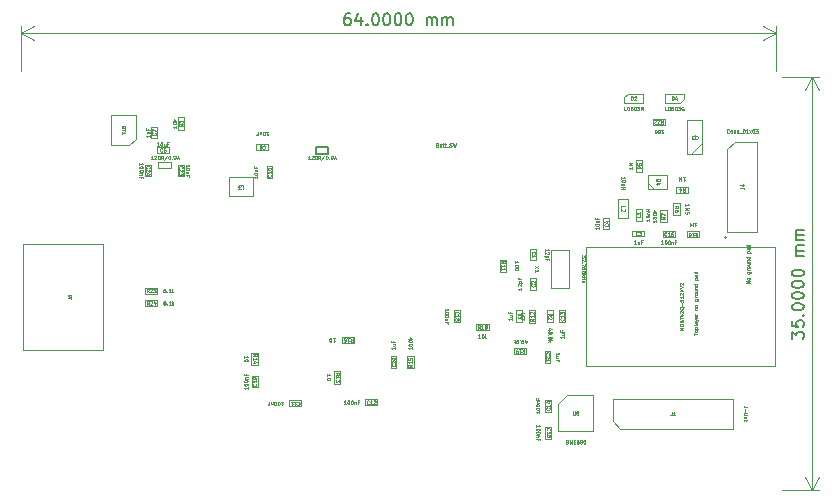
<source format=gbr>
%TF.GenerationSoftware,KiCad,Pcbnew,8.0.2-1*%
%TF.CreationDate,2024-09-12T10:11:59+09:00*%
%TF.ProjectId,gas_nrf52832,6761735f-6e72-4663-9532-3833322e6b69,rev?*%
%TF.SameCoordinates,Original*%
%TF.FileFunction,AssemblyDrawing,Top*%
%FSLAX46Y46*%
G04 Gerber Fmt 4.6, Leading zero omitted, Abs format (unit mm)*
G04 Created by KiCad (PCBNEW 8.0.2-1) date 2024-09-12 10:11:59*
%MOMM*%
%LPD*%
G01*
G04 APERTURE LIST*
%ADD10C,0.150000*%
%ADD11C,0.100000*%
%ADD12C,0.060000*%
%ADD13C,0.040000*%
G04 APERTURE END LIST*
D10*
X117257143Y-70104819D02*
X117066667Y-70104819D01*
X117066667Y-70104819D02*
X116971429Y-70152438D01*
X116971429Y-70152438D02*
X116923810Y-70200057D01*
X116923810Y-70200057D02*
X116828572Y-70342914D01*
X116828572Y-70342914D02*
X116780953Y-70533390D01*
X116780953Y-70533390D02*
X116780953Y-70914342D01*
X116780953Y-70914342D02*
X116828572Y-71009580D01*
X116828572Y-71009580D02*
X116876191Y-71057200D01*
X116876191Y-71057200D02*
X116971429Y-71104819D01*
X116971429Y-71104819D02*
X117161905Y-71104819D01*
X117161905Y-71104819D02*
X117257143Y-71057200D01*
X117257143Y-71057200D02*
X117304762Y-71009580D01*
X117304762Y-71009580D02*
X117352381Y-70914342D01*
X117352381Y-70914342D02*
X117352381Y-70676247D01*
X117352381Y-70676247D02*
X117304762Y-70581009D01*
X117304762Y-70581009D02*
X117257143Y-70533390D01*
X117257143Y-70533390D02*
X117161905Y-70485771D01*
X117161905Y-70485771D02*
X116971429Y-70485771D01*
X116971429Y-70485771D02*
X116876191Y-70533390D01*
X116876191Y-70533390D02*
X116828572Y-70581009D01*
X116828572Y-70581009D02*
X116780953Y-70676247D01*
X118209524Y-70438152D02*
X118209524Y-71104819D01*
X117971429Y-70057200D02*
X117733334Y-70771485D01*
X117733334Y-70771485D02*
X118352381Y-70771485D01*
X118733334Y-71009580D02*
X118780953Y-71057200D01*
X118780953Y-71057200D02*
X118733334Y-71104819D01*
X118733334Y-71104819D02*
X118685715Y-71057200D01*
X118685715Y-71057200D02*
X118733334Y-71009580D01*
X118733334Y-71009580D02*
X118733334Y-71104819D01*
X119400000Y-70104819D02*
X119495238Y-70104819D01*
X119495238Y-70104819D02*
X119590476Y-70152438D01*
X119590476Y-70152438D02*
X119638095Y-70200057D01*
X119638095Y-70200057D02*
X119685714Y-70295295D01*
X119685714Y-70295295D02*
X119733333Y-70485771D01*
X119733333Y-70485771D02*
X119733333Y-70723866D01*
X119733333Y-70723866D02*
X119685714Y-70914342D01*
X119685714Y-70914342D02*
X119638095Y-71009580D01*
X119638095Y-71009580D02*
X119590476Y-71057200D01*
X119590476Y-71057200D02*
X119495238Y-71104819D01*
X119495238Y-71104819D02*
X119400000Y-71104819D01*
X119400000Y-71104819D02*
X119304762Y-71057200D01*
X119304762Y-71057200D02*
X119257143Y-71009580D01*
X119257143Y-71009580D02*
X119209524Y-70914342D01*
X119209524Y-70914342D02*
X119161905Y-70723866D01*
X119161905Y-70723866D02*
X119161905Y-70485771D01*
X119161905Y-70485771D02*
X119209524Y-70295295D01*
X119209524Y-70295295D02*
X119257143Y-70200057D01*
X119257143Y-70200057D02*
X119304762Y-70152438D01*
X119304762Y-70152438D02*
X119400000Y-70104819D01*
X120352381Y-70104819D02*
X120447619Y-70104819D01*
X120447619Y-70104819D02*
X120542857Y-70152438D01*
X120542857Y-70152438D02*
X120590476Y-70200057D01*
X120590476Y-70200057D02*
X120638095Y-70295295D01*
X120638095Y-70295295D02*
X120685714Y-70485771D01*
X120685714Y-70485771D02*
X120685714Y-70723866D01*
X120685714Y-70723866D02*
X120638095Y-70914342D01*
X120638095Y-70914342D02*
X120590476Y-71009580D01*
X120590476Y-71009580D02*
X120542857Y-71057200D01*
X120542857Y-71057200D02*
X120447619Y-71104819D01*
X120447619Y-71104819D02*
X120352381Y-71104819D01*
X120352381Y-71104819D02*
X120257143Y-71057200D01*
X120257143Y-71057200D02*
X120209524Y-71009580D01*
X120209524Y-71009580D02*
X120161905Y-70914342D01*
X120161905Y-70914342D02*
X120114286Y-70723866D01*
X120114286Y-70723866D02*
X120114286Y-70485771D01*
X120114286Y-70485771D02*
X120161905Y-70295295D01*
X120161905Y-70295295D02*
X120209524Y-70200057D01*
X120209524Y-70200057D02*
X120257143Y-70152438D01*
X120257143Y-70152438D02*
X120352381Y-70104819D01*
X121304762Y-70104819D02*
X121400000Y-70104819D01*
X121400000Y-70104819D02*
X121495238Y-70152438D01*
X121495238Y-70152438D02*
X121542857Y-70200057D01*
X121542857Y-70200057D02*
X121590476Y-70295295D01*
X121590476Y-70295295D02*
X121638095Y-70485771D01*
X121638095Y-70485771D02*
X121638095Y-70723866D01*
X121638095Y-70723866D02*
X121590476Y-70914342D01*
X121590476Y-70914342D02*
X121542857Y-71009580D01*
X121542857Y-71009580D02*
X121495238Y-71057200D01*
X121495238Y-71057200D02*
X121400000Y-71104819D01*
X121400000Y-71104819D02*
X121304762Y-71104819D01*
X121304762Y-71104819D02*
X121209524Y-71057200D01*
X121209524Y-71057200D02*
X121161905Y-71009580D01*
X121161905Y-71009580D02*
X121114286Y-70914342D01*
X121114286Y-70914342D02*
X121066667Y-70723866D01*
X121066667Y-70723866D02*
X121066667Y-70485771D01*
X121066667Y-70485771D02*
X121114286Y-70295295D01*
X121114286Y-70295295D02*
X121161905Y-70200057D01*
X121161905Y-70200057D02*
X121209524Y-70152438D01*
X121209524Y-70152438D02*
X121304762Y-70104819D01*
X122257143Y-70104819D02*
X122352381Y-70104819D01*
X122352381Y-70104819D02*
X122447619Y-70152438D01*
X122447619Y-70152438D02*
X122495238Y-70200057D01*
X122495238Y-70200057D02*
X122542857Y-70295295D01*
X122542857Y-70295295D02*
X122590476Y-70485771D01*
X122590476Y-70485771D02*
X122590476Y-70723866D01*
X122590476Y-70723866D02*
X122542857Y-70914342D01*
X122542857Y-70914342D02*
X122495238Y-71009580D01*
X122495238Y-71009580D02*
X122447619Y-71057200D01*
X122447619Y-71057200D02*
X122352381Y-71104819D01*
X122352381Y-71104819D02*
X122257143Y-71104819D01*
X122257143Y-71104819D02*
X122161905Y-71057200D01*
X122161905Y-71057200D02*
X122114286Y-71009580D01*
X122114286Y-71009580D02*
X122066667Y-70914342D01*
X122066667Y-70914342D02*
X122019048Y-70723866D01*
X122019048Y-70723866D02*
X122019048Y-70485771D01*
X122019048Y-70485771D02*
X122066667Y-70295295D01*
X122066667Y-70295295D02*
X122114286Y-70200057D01*
X122114286Y-70200057D02*
X122161905Y-70152438D01*
X122161905Y-70152438D02*
X122257143Y-70104819D01*
X123780953Y-71104819D02*
X123780953Y-70438152D01*
X123780953Y-70533390D02*
X123828572Y-70485771D01*
X123828572Y-70485771D02*
X123923810Y-70438152D01*
X123923810Y-70438152D02*
X124066667Y-70438152D01*
X124066667Y-70438152D02*
X124161905Y-70485771D01*
X124161905Y-70485771D02*
X124209524Y-70581009D01*
X124209524Y-70581009D02*
X124209524Y-71104819D01*
X124209524Y-70581009D02*
X124257143Y-70485771D01*
X124257143Y-70485771D02*
X124352381Y-70438152D01*
X124352381Y-70438152D02*
X124495238Y-70438152D01*
X124495238Y-70438152D02*
X124590477Y-70485771D01*
X124590477Y-70485771D02*
X124638096Y-70581009D01*
X124638096Y-70581009D02*
X124638096Y-71104819D01*
X125114286Y-71104819D02*
X125114286Y-70438152D01*
X125114286Y-70533390D02*
X125161905Y-70485771D01*
X125161905Y-70485771D02*
X125257143Y-70438152D01*
X125257143Y-70438152D02*
X125400000Y-70438152D01*
X125400000Y-70438152D02*
X125495238Y-70485771D01*
X125495238Y-70485771D02*
X125542857Y-70581009D01*
X125542857Y-70581009D02*
X125542857Y-71104819D01*
X125542857Y-70581009D02*
X125590476Y-70485771D01*
X125590476Y-70485771D02*
X125685714Y-70438152D01*
X125685714Y-70438152D02*
X125828571Y-70438152D01*
X125828571Y-70438152D02*
X125923810Y-70485771D01*
X125923810Y-70485771D02*
X125971429Y-70581009D01*
X125971429Y-70581009D02*
X125971429Y-71104819D01*
D11*
X153400000Y-75000000D02*
X153400000Y-71213580D01*
X89400000Y-75000000D02*
X89400000Y-71213580D01*
X153400000Y-71800000D02*
X89400000Y-71800000D01*
X153400000Y-71800000D02*
X89400000Y-71800000D01*
X153400000Y-71800000D02*
X152273496Y-72386421D01*
X153400000Y-71800000D02*
X152273496Y-71213579D01*
X89400000Y-71800000D02*
X90526504Y-71213579D01*
X89400000Y-71800000D02*
X90526504Y-72386421D01*
D10*
X154704819Y-97666665D02*
X154704819Y-97047618D01*
X154704819Y-97047618D02*
X155085771Y-97380951D01*
X155085771Y-97380951D02*
X155085771Y-97238094D01*
X155085771Y-97238094D02*
X155133390Y-97142856D01*
X155133390Y-97142856D02*
X155181009Y-97095237D01*
X155181009Y-97095237D02*
X155276247Y-97047618D01*
X155276247Y-97047618D02*
X155514342Y-97047618D01*
X155514342Y-97047618D02*
X155609580Y-97095237D01*
X155609580Y-97095237D02*
X155657200Y-97142856D01*
X155657200Y-97142856D02*
X155704819Y-97238094D01*
X155704819Y-97238094D02*
X155704819Y-97523808D01*
X155704819Y-97523808D02*
X155657200Y-97619046D01*
X155657200Y-97619046D02*
X155609580Y-97666665D01*
X154704819Y-96142856D02*
X154704819Y-96619046D01*
X154704819Y-96619046D02*
X155181009Y-96666665D01*
X155181009Y-96666665D02*
X155133390Y-96619046D01*
X155133390Y-96619046D02*
X155085771Y-96523808D01*
X155085771Y-96523808D02*
X155085771Y-96285713D01*
X155085771Y-96285713D02*
X155133390Y-96190475D01*
X155133390Y-96190475D02*
X155181009Y-96142856D01*
X155181009Y-96142856D02*
X155276247Y-96095237D01*
X155276247Y-96095237D02*
X155514342Y-96095237D01*
X155514342Y-96095237D02*
X155609580Y-96142856D01*
X155609580Y-96142856D02*
X155657200Y-96190475D01*
X155657200Y-96190475D02*
X155704819Y-96285713D01*
X155704819Y-96285713D02*
X155704819Y-96523808D01*
X155704819Y-96523808D02*
X155657200Y-96619046D01*
X155657200Y-96619046D02*
X155609580Y-96666665D01*
X155609580Y-95666665D02*
X155657200Y-95619046D01*
X155657200Y-95619046D02*
X155704819Y-95666665D01*
X155704819Y-95666665D02*
X155657200Y-95714284D01*
X155657200Y-95714284D02*
X155609580Y-95666665D01*
X155609580Y-95666665D02*
X155704819Y-95666665D01*
X154704819Y-94999999D02*
X154704819Y-94904761D01*
X154704819Y-94904761D02*
X154752438Y-94809523D01*
X154752438Y-94809523D02*
X154800057Y-94761904D01*
X154800057Y-94761904D02*
X154895295Y-94714285D01*
X154895295Y-94714285D02*
X155085771Y-94666666D01*
X155085771Y-94666666D02*
X155323866Y-94666666D01*
X155323866Y-94666666D02*
X155514342Y-94714285D01*
X155514342Y-94714285D02*
X155609580Y-94761904D01*
X155609580Y-94761904D02*
X155657200Y-94809523D01*
X155657200Y-94809523D02*
X155704819Y-94904761D01*
X155704819Y-94904761D02*
X155704819Y-94999999D01*
X155704819Y-94999999D02*
X155657200Y-95095237D01*
X155657200Y-95095237D02*
X155609580Y-95142856D01*
X155609580Y-95142856D02*
X155514342Y-95190475D01*
X155514342Y-95190475D02*
X155323866Y-95238094D01*
X155323866Y-95238094D02*
X155085771Y-95238094D01*
X155085771Y-95238094D02*
X154895295Y-95190475D01*
X154895295Y-95190475D02*
X154800057Y-95142856D01*
X154800057Y-95142856D02*
X154752438Y-95095237D01*
X154752438Y-95095237D02*
X154704819Y-94999999D01*
X154704819Y-94047618D02*
X154704819Y-93952380D01*
X154704819Y-93952380D02*
X154752438Y-93857142D01*
X154752438Y-93857142D02*
X154800057Y-93809523D01*
X154800057Y-93809523D02*
X154895295Y-93761904D01*
X154895295Y-93761904D02*
X155085771Y-93714285D01*
X155085771Y-93714285D02*
X155323866Y-93714285D01*
X155323866Y-93714285D02*
X155514342Y-93761904D01*
X155514342Y-93761904D02*
X155609580Y-93809523D01*
X155609580Y-93809523D02*
X155657200Y-93857142D01*
X155657200Y-93857142D02*
X155704819Y-93952380D01*
X155704819Y-93952380D02*
X155704819Y-94047618D01*
X155704819Y-94047618D02*
X155657200Y-94142856D01*
X155657200Y-94142856D02*
X155609580Y-94190475D01*
X155609580Y-94190475D02*
X155514342Y-94238094D01*
X155514342Y-94238094D02*
X155323866Y-94285713D01*
X155323866Y-94285713D02*
X155085771Y-94285713D01*
X155085771Y-94285713D02*
X154895295Y-94238094D01*
X154895295Y-94238094D02*
X154800057Y-94190475D01*
X154800057Y-94190475D02*
X154752438Y-94142856D01*
X154752438Y-94142856D02*
X154704819Y-94047618D01*
X154704819Y-93095237D02*
X154704819Y-92999999D01*
X154704819Y-92999999D02*
X154752438Y-92904761D01*
X154752438Y-92904761D02*
X154800057Y-92857142D01*
X154800057Y-92857142D02*
X154895295Y-92809523D01*
X154895295Y-92809523D02*
X155085771Y-92761904D01*
X155085771Y-92761904D02*
X155323866Y-92761904D01*
X155323866Y-92761904D02*
X155514342Y-92809523D01*
X155514342Y-92809523D02*
X155609580Y-92857142D01*
X155609580Y-92857142D02*
X155657200Y-92904761D01*
X155657200Y-92904761D02*
X155704819Y-92999999D01*
X155704819Y-92999999D02*
X155704819Y-93095237D01*
X155704819Y-93095237D02*
X155657200Y-93190475D01*
X155657200Y-93190475D02*
X155609580Y-93238094D01*
X155609580Y-93238094D02*
X155514342Y-93285713D01*
X155514342Y-93285713D02*
X155323866Y-93333332D01*
X155323866Y-93333332D02*
X155085771Y-93333332D01*
X155085771Y-93333332D02*
X154895295Y-93285713D01*
X154895295Y-93285713D02*
X154800057Y-93238094D01*
X154800057Y-93238094D02*
X154752438Y-93190475D01*
X154752438Y-93190475D02*
X154704819Y-93095237D01*
X154704819Y-92142856D02*
X154704819Y-92047618D01*
X154704819Y-92047618D02*
X154752438Y-91952380D01*
X154752438Y-91952380D02*
X154800057Y-91904761D01*
X154800057Y-91904761D02*
X154895295Y-91857142D01*
X154895295Y-91857142D02*
X155085771Y-91809523D01*
X155085771Y-91809523D02*
X155323866Y-91809523D01*
X155323866Y-91809523D02*
X155514342Y-91857142D01*
X155514342Y-91857142D02*
X155609580Y-91904761D01*
X155609580Y-91904761D02*
X155657200Y-91952380D01*
X155657200Y-91952380D02*
X155704819Y-92047618D01*
X155704819Y-92047618D02*
X155704819Y-92142856D01*
X155704819Y-92142856D02*
X155657200Y-92238094D01*
X155657200Y-92238094D02*
X155609580Y-92285713D01*
X155609580Y-92285713D02*
X155514342Y-92333332D01*
X155514342Y-92333332D02*
X155323866Y-92380951D01*
X155323866Y-92380951D02*
X155085771Y-92380951D01*
X155085771Y-92380951D02*
X154895295Y-92333332D01*
X154895295Y-92333332D02*
X154800057Y-92285713D01*
X154800057Y-92285713D02*
X154752438Y-92238094D01*
X154752438Y-92238094D02*
X154704819Y-92142856D01*
X155704819Y-90619046D02*
X155038152Y-90619046D01*
X155133390Y-90619046D02*
X155085771Y-90571427D01*
X155085771Y-90571427D02*
X155038152Y-90476189D01*
X155038152Y-90476189D02*
X155038152Y-90333332D01*
X155038152Y-90333332D02*
X155085771Y-90238094D01*
X155085771Y-90238094D02*
X155181009Y-90190475D01*
X155181009Y-90190475D02*
X155704819Y-90190475D01*
X155181009Y-90190475D02*
X155085771Y-90142856D01*
X155085771Y-90142856D02*
X155038152Y-90047618D01*
X155038152Y-90047618D02*
X155038152Y-89904761D01*
X155038152Y-89904761D02*
X155085771Y-89809522D01*
X155085771Y-89809522D02*
X155181009Y-89761903D01*
X155181009Y-89761903D02*
X155704819Y-89761903D01*
X155704819Y-89285713D02*
X155038152Y-89285713D01*
X155133390Y-89285713D02*
X155085771Y-89238094D01*
X155085771Y-89238094D02*
X155038152Y-89142856D01*
X155038152Y-89142856D02*
X155038152Y-88999999D01*
X155038152Y-88999999D02*
X155085771Y-88904761D01*
X155085771Y-88904761D02*
X155181009Y-88857142D01*
X155181009Y-88857142D02*
X155704819Y-88857142D01*
X155181009Y-88857142D02*
X155085771Y-88809523D01*
X155085771Y-88809523D02*
X155038152Y-88714285D01*
X155038152Y-88714285D02*
X155038152Y-88571428D01*
X155038152Y-88571428D02*
X155085771Y-88476189D01*
X155085771Y-88476189D02*
X155181009Y-88428570D01*
X155181009Y-88428570D02*
X155704819Y-88428570D01*
D11*
X153900000Y-75500000D02*
X156986420Y-75500000D01*
X153900000Y-110500000D02*
X156986420Y-110500000D01*
X156400000Y-75500000D02*
X156400000Y-110500000D01*
X156400000Y-75500000D02*
X156400000Y-110500000D01*
X156400000Y-75500000D02*
X156986421Y-76626504D01*
X156400000Y-75500000D02*
X155813579Y-76626504D01*
X156400000Y-110500000D02*
X155813579Y-109373496D01*
X156400000Y-110500000D02*
X156986421Y-109373496D01*
D12*
X143205665Y-87596427D02*
X143205665Y-87767856D01*
X143205665Y-87682141D02*
X142905665Y-87682141D01*
X142905665Y-87682141D02*
X142948522Y-87710713D01*
X142948522Y-87710713D02*
X142977094Y-87739284D01*
X142977094Y-87739284D02*
X142991380Y-87767856D01*
X143034237Y-87424999D02*
X143019951Y-87453570D01*
X143019951Y-87453570D02*
X143005665Y-87467856D01*
X143005665Y-87467856D02*
X142977094Y-87482142D01*
X142977094Y-87482142D02*
X142962808Y-87482142D01*
X142962808Y-87482142D02*
X142934237Y-87467856D01*
X142934237Y-87467856D02*
X142919951Y-87453570D01*
X142919951Y-87453570D02*
X142905665Y-87424999D01*
X142905665Y-87424999D02*
X142905665Y-87367856D01*
X142905665Y-87367856D02*
X142919951Y-87339285D01*
X142919951Y-87339285D02*
X142934237Y-87324999D01*
X142934237Y-87324999D02*
X142962808Y-87310713D01*
X142962808Y-87310713D02*
X142977094Y-87310713D01*
X142977094Y-87310713D02*
X143005665Y-87324999D01*
X143005665Y-87324999D02*
X143019951Y-87339285D01*
X143019951Y-87339285D02*
X143034237Y-87367856D01*
X143034237Y-87367856D02*
X143034237Y-87424999D01*
X143034237Y-87424999D02*
X143048522Y-87453570D01*
X143048522Y-87453570D02*
X143062808Y-87467856D01*
X143062808Y-87467856D02*
X143091380Y-87482142D01*
X143091380Y-87482142D02*
X143148522Y-87482142D01*
X143148522Y-87482142D02*
X143177094Y-87467856D01*
X143177094Y-87467856D02*
X143191380Y-87453570D01*
X143191380Y-87453570D02*
X143205665Y-87424999D01*
X143205665Y-87424999D02*
X143205665Y-87367856D01*
X143205665Y-87367856D02*
X143191380Y-87339285D01*
X143191380Y-87339285D02*
X143177094Y-87324999D01*
X143177094Y-87324999D02*
X143148522Y-87310713D01*
X143148522Y-87310713D02*
X143091380Y-87310713D01*
X143091380Y-87310713D02*
X143062808Y-87324999D01*
X143062808Y-87324999D02*
X143048522Y-87339285D01*
X143048522Y-87339285D02*
X143034237Y-87367856D01*
X142905665Y-87124999D02*
X142905665Y-87096428D01*
X142905665Y-87096428D02*
X142919951Y-87067856D01*
X142919951Y-87067856D02*
X142934237Y-87053571D01*
X142934237Y-87053571D02*
X142962808Y-87039285D01*
X142962808Y-87039285D02*
X143019951Y-87024999D01*
X143019951Y-87024999D02*
X143091380Y-87024999D01*
X143091380Y-87024999D02*
X143148522Y-87039285D01*
X143148522Y-87039285D02*
X143177094Y-87053571D01*
X143177094Y-87053571D02*
X143191380Y-87067856D01*
X143191380Y-87067856D02*
X143205665Y-87096428D01*
X143205665Y-87096428D02*
X143205665Y-87124999D01*
X143205665Y-87124999D02*
X143191380Y-87153571D01*
X143191380Y-87153571D02*
X143177094Y-87167856D01*
X143177094Y-87167856D02*
X143148522Y-87182142D01*
X143148522Y-87182142D02*
X143091380Y-87196428D01*
X143091380Y-87196428D02*
X143019951Y-87196428D01*
X143019951Y-87196428D02*
X142962808Y-87182142D01*
X142962808Y-87182142D02*
X142934237Y-87167856D01*
X142934237Y-87167856D02*
X142919951Y-87153571D01*
X142919951Y-87153571D02*
X142905665Y-87124999D01*
X143205665Y-86896428D02*
X142905665Y-86896428D01*
X143091380Y-86867857D02*
X143205665Y-86782142D01*
X143005665Y-86782142D02*
X143119951Y-86896428D01*
X143960665Y-87324999D02*
X143817808Y-87424999D01*
X143960665Y-87496428D02*
X143660665Y-87496428D01*
X143660665Y-87496428D02*
X143660665Y-87382142D01*
X143660665Y-87382142D02*
X143674951Y-87353571D01*
X143674951Y-87353571D02*
X143689237Y-87339285D01*
X143689237Y-87339285D02*
X143717808Y-87324999D01*
X143717808Y-87324999D02*
X143760665Y-87324999D01*
X143760665Y-87324999D02*
X143789237Y-87339285D01*
X143789237Y-87339285D02*
X143803522Y-87353571D01*
X143803522Y-87353571D02*
X143817808Y-87382142D01*
X143817808Y-87382142D02*
X143817808Y-87496428D01*
X143660665Y-87224999D02*
X143660665Y-87024999D01*
X143660665Y-87024999D02*
X143960665Y-87153571D01*
X128316429Y-97585665D02*
X128145000Y-97585665D01*
X128230715Y-97585665D02*
X128230715Y-97285665D01*
X128230715Y-97285665D02*
X128202143Y-97328522D01*
X128202143Y-97328522D02*
X128173572Y-97357094D01*
X128173572Y-97357094D02*
X128145000Y-97371380D01*
X128502143Y-97285665D02*
X128530714Y-97285665D01*
X128530714Y-97285665D02*
X128559286Y-97299951D01*
X128559286Y-97299951D02*
X128573572Y-97314237D01*
X128573572Y-97314237D02*
X128587857Y-97342808D01*
X128587857Y-97342808D02*
X128602143Y-97399951D01*
X128602143Y-97399951D02*
X128602143Y-97471380D01*
X128602143Y-97471380D02*
X128587857Y-97528522D01*
X128587857Y-97528522D02*
X128573572Y-97557094D01*
X128573572Y-97557094D02*
X128559286Y-97571380D01*
X128559286Y-97571380D02*
X128530714Y-97585665D01*
X128530714Y-97585665D02*
X128502143Y-97585665D01*
X128502143Y-97585665D02*
X128473572Y-97571380D01*
X128473572Y-97571380D02*
X128459286Y-97557094D01*
X128459286Y-97557094D02*
X128445000Y-97528522D01*
X128445000Y-97528522D02*
X128430714Y-97471380D01*
X128430714Y-97471380D02*
X128430714Y-97399951D01*
X128430714Y-97399951D02*
X128445000Y-97342808D01*
X128445000Y-97342808D02*
X128459286Y-97314237D01*
X128459286Y-97314237D02*
X128473572Y-97299951D01*
X128473572Y-97299951D02*
X128502143Y-97285665D01*
X128730714Y-97585665D02*
X128730714Y-97285665D01*
X128759286Y-97471380D02*
X128845000Y-97585665D01*
X128845000Y-97385665D02*
X128730714Y-97499951D01*
X128302143Y-96795665D02*
X128202143Y-96652808D01*
X128130714Y-96795665D02*
X128130714Y-96495665D01*
X128130714Y-96495665D02*
X128245000Y-96495665D01*
X128245000Y-96495665D02*
X128273571Y-96509951D01*
X128273571Y-96509951D02*
X128287857Y-96524237D01*
X128287857Y-96524237D02*
X128302143Y-96552808D01*
X128302143Y-96552808D02*
X128302143Y-96595665D01*
X128302143Y-96595665D02*
X128287857Y-96624237D01*
X128287857Y-96624237D02*
X128273571Y-96638522D01*
X128273571Y-96638522D02*
X128245000Y-96652808D01*
X128245000Y-96652808D02*
X128130714Y-96652808D01*
X128587857Y-96795665D02*
X128416428Y-96795665D01*
X128502143Y-96795665D02*
X128502143Y-96495665D01*
X128502143Y-96495665D02*
X128473571Y-96538522D01*
X128473571Y-96538522D02*
X128445000Y-96567094D01*
X128445000Y-96567094D02*
X128416428Y-96581380D01*
X128759285Y-96624237D02*
X128730714Y-96609951D01*
X128730714Y-96609951D02*
X128716428Y-96595665D01*
X128716428Y-96595665D02*
X128702142Y-96567094D01*
X128702142Y-96567094D02*
X128702142Y-96552808D01*
X128702142Y-96552808D02*
X128716428Y-96524237D01*
X128716428Y-96524237D02*
X128730714Y-96509951D01*
X128730714Y-96509951D02*
X128759285Y-96495665D01*
X128759285Y-96495665D02*
X128816428Y-96495665D01*
X128816428Y-96495665D02*
X128845000Y-96509951D01*
X128845000Y-96509951D02*
X128859285Y-96524237D01*
X128859285Y-96524237D02*
X128873571Y-96552808D01*
X128873571Y-96552808D02*
X128873571Y-96567094D01*
X128873571Y-96567094D02*
X128859285Y-96595665D01*
X128859285Y-96595665D02*
X128845000Y-96609951D01*
X128845000Y-96609951D02*
X128816428Y-96624237D01*
X128816428Y-96624237D02*
X128759285Y-96624237D01*
X128759285Y-96624237D02*
X128730714Y-96638522D01*
X128730714Y-96638522D02*
X128716428Y-96652808D01*
X128716428Y-96652808D02*
X128702142Y-96681380D01*
X128702142Y-96681380D02*
X128702142Y-96738522D01*
X128702142Y-96738522D02*
X128716428Y-96767094D01*
X128716428Y-96767094D02*
X128730714Y-96781380D01*
X128730714Y-96781380D02*
X128759285Y-96795665D01*
X128759285Y-96795665D02*
X128816428Y-96795665D01*
X128816428Y-96795665D02*
X128845000Y-96781380D01*
X128845000Y-96781380D02*
X128859285Y-96767094D01*
X128859285Y-96767094D02*
X128873571Y-96738522D01*
X128873571Y-96738522D02*
X128873571Y-96681380D01*
X128873571Y-96681380D02*
X128859285Y-96652808D01*
X128859285Y-96652808D02*
X128845000Y-96638522D01*
X128845000Y-96638522D02*
X128816428Y-96624237D01*
X108099999Y-84659334D02*
X108242856Y-84659334D01*
X108242856Y-84659334D02*
X108242856Y-84959334D01*
X108028570Y-84959334D02*
X107842856Y-84959334D01*
X107842856Y-84959334D02*
X107942856Y-84845048D01*
X107942856Y-84845048D02*
X107899999Y-84845048D01*
X107899999Y-84845048D02*
X107871428Y-84830762D01*
X107871428Y-84830762D02*
X107857142Y-84816477D01*
X107857142Y-84816477D02*
X107842856Y-84787905D01*
X107842856Y-84787905D02*
X107842856Y-84716477D01*
X107842856Y-84716477D02*
X107857142Y-84687905D01*
X107857142Y-84687905D02*
X107871428Y-84673620D01*
X107871428Y-84673620D02*
X107899999Y-84659334D01*
X107899999Y-84659334D02*
X107985713Y-84659334D01*
X107985713Y-84659334D02*
X108014285Y-84673620D01*
X108014285Y-84673620D02*
X108028570Y-84687905D01*
X108625665Y-101739285D02*
X108625665Y-101910714D01*
X108625665Y-101824999D02*
X108325665Y-101824999D01*
X108325665Y-101824999D02*
X108368522Y-101853571D01*
X108368522Y-101853571D02*
X108397094Y-101882142D01*
X108397094Y-101882142D02*
X108411380Y-101910714D01*
X108325665Y-101553571D02*
X108325665Y-101525000D01*
X108325665Y-101525000D02*
X108339951Y-101496428D01*
X108339951Y-101496428D02*
X108354237Y-101482143D01*
X108354237Y-101482143D02*
X108382808Y-101467857D01*
X108382808Y-101467857D02*
X108439951Y-101453571D01*
X108439951Y-101453571D02*
X108511380Y-101453571D01*
X108511380Y-101453571D02*
X108568522Y-101467857D01*
X108568522Y-101467857D02*
X108597094Y-101482143D01*
X108597094Y-101482143D02*
X108611380Y-101496428D01*
X108611380Y-101496428D02*
X108625665Y-101525000D01*
X108625665Y-101525000D02*
X108625665Y-101553571D01*
X108625665Y-101553571D02*
X108611380Y-101582143D01*
X108611380Y-101582143D02*
X108597094Y-101596428D01*
X108597094Y-101596428D02*
X108568522Y-101610714D01*
X108568522Y-101610714D02*
X108511380Y-101625000D01*
X108511380Y-101625000D02*
X108439951Y-101625000D01*
X108439951Y-101625000D02*
X108382808Y-101610714D01*
X108382808Y-101610714D02*
X108354237Y-101596428D01*
X108354237Y-101596428D02*
X108339951Y-101582143D01*
X108339951Y-101582143D02*
X108325665Y-101553571D01*
X108325665Y-101267857D02*
X108325665Y-101239286D01*
X108325665Y-101239286D02*
X108339951Y-101210714D01*
X108339951Y-101210714D02*
X108354237Y-101196429D01*
X108354237Y-101196429D02*
X108382808Y-101182143D01*
X108382808Y-101182143D02*
X108439951Y-101167857D01*
X108439951Y-101167857D02*
X108511380Y-101167857D01*
X108511380Y-101167857D02*
X108568522Y-101182143D01*
X108568522Y-101182143D02*
X108597094Y-101196429D01*
X108597094Y-101196429D02*
X108611380Y-101210714D01*
X108611380Y-101210714D02*
X108625665Y-101239286D01*
X108625665Y-101239286D02*
X108625665Y-101267857D01*
X108625665Y-101267857D02*
X108611380Y-101296429D01*
X108611380Y-101296429D02*
X108597094Y-101310714D01*
X108597094Y-101310714D02*
X108568522Y-101325000D01*
X108568522Y-101325000D02*
X108511380Y-101339286D01*
X108511380Y-101339286D02*
X108439951Y-101339286D01*
X108439951Y-101339286D02*
X108382808Y-101325000D01*
X108382808Y-101325000D02*
X108354237Y-101310714D01*
X108354237Y-101310714D02*
X108339951Y-101296429D01*
X108339951Y-101296429D02*
X108325665Y-101267857D01*
X108425665Y-101039286D02*
X108625665Y-101039286D01*
X108454237Y-101039286D02*
X108439951Y-101025000D01*
X108439951Y-101025000D02*
X108425665Y-100996429D01*
X108425665Y-100996429D02*
X108425665Y-100953572D01*
X108425665Y-100953572D02*
X108439951Y-100925000D01*
X108439951Y-100925000D02*
X108468522Y-100910715D01*
X108468522Y-100910715D02*
X108625665Y-100910715D01*
X108468522Y-100667857D02*
X108468522Y-100767857D01*
X108625665Y-100767857D02*
X108325665Y-100767857D01*
X108325665Y-100767857D02*
X108325665Y-100625000D01*
X109327094Y-101467856D02*
X109341380Y-101482142D01*
X109341380Y-101482142D02*
X109355665Y-101524999D01*
X109355665Y-101524999D02*
X109355665Y-101553571D01*
X109355665Y-101553571D02*
X109341380Y-101596428D01*
X109341380Y-101596428D02*
X109312808Y-101624999D01*
X109312808Y-101624999D02*
X109284237Y-101639285D01*
X109284237Y-101639285D02*
X109227094Y-101653571D01*
X109227094Y-101653571D02*
X109184237Y-101653571D01*
X109184237Y-101653571D02*
X109127094Y-101639285D01*
X109127094Y-101639285D02*
X109098522Y-101624999D01*
X109098522Y-101624999D02*
X109069951Y-101596428D01*
X109069951Y-101596428D02*
X109055665Y-101553571D01*
X109055665Y-101553571D02*
X109055665Y-101524999D01*
X109055665Y-101524999D02*
X109069951Y-101482142D01*
X109069951Y-101482142D02*
X109084237Y-101467856D01*
X109355665Y-101182142D02*
X109355665Y-101353571D01*
X109355665Y-101267856D02*
X109055665Y-101267856D01*
X109055665Y-101267856D02*
X109098522Y-101296428D01*
X109098522Y-101296428D02*
X109127094Y-101324999D01*
X109127094Y-101324999D02*
X109141380Y-101353571D01*
X109355665Y-101039285D02*
X109355665Y-100982142D01*
X109355665Y-100982142D02*
X109341380Y-100953571D01*
X109341380Y-100953571D02*
X109327094Y-100939285D01*
X109327094Y-100939285D02*
X109284237Y-100910714D01*
X109284237Y-100910714D02*
X109227094Y-100896428D01*
X109227094Y-100896428D02*
X109112808Y-100896428D01*
X109112808Y-100896428D02*
X109084237Y-100910714D01*
X109084237Y-100910714D02*
X109069951Y-100925000D01*
X109069951Y-100925000D02*
X109055665Y-100953571D01*
X109055665Y-100953571D02*
X109055665Y-101010714D01*
X109055665Y-101010714D02*
X109069951Y-101039285D01*
X109069951Y-101039285D02*
X109084237Y-101053571D01*
X109084237Y-101053571D02*
X109112808Y-101067857D01*
X109112808Y-101067857D02*
X109184237Y-101067857D01*
X109184237Y-101067857D02*
X109212808Y-101053571D01*
X109212808Y-101053571D02*
X109227094Y-101039285D01*
X109227094Y-101039285D02*
X109241380Y-101010714D01*
X109241380Y-101010714D02*
X109241380Y-100953571D01*
X109241380Y-100953571D02*
X109227094Y-100925000D01*
X109227094Y-100925000D02*
X109212808Y-100910714D01*
X109212808Y-100910714D02*
X109184237Y-100896428D01*
X140671429Y-78295665D02*
X140528572Y-78295665D01*
X140528572Y-78295665D02*
X140528572Y-77995665D01*
X140828572Y-77995665D02*
X140857143Y-77995665D01*
X140857143Y-77995665D02*
X140885715Y-78009951D01*
X140885715Y-78009951D02*
X140900001Y-78024237D01*
X140900001Y-78024237D02*
X140914286Y-78052808D01*
X140914286Y-78052808D02*
X140928572Y-78109951D01*
X140928572Y-78109951D02*
X140928572Y-78181380D01*
X140928572Y-78181380D02*
X140914286Y-78238522D01*
X140914286Y-78238522D02*
X140900001Y-78267094D01*
X140900001Y-78267094D02*
X140885715Y-78281380D01*
X140885715Y-78281380D02*
X140857143Y-78295665D01*
X140857143Y-78295665D02*
X140828572Y-78295665D01*
X140828572Y-78295665D02*
X140800001Y-78281380D01*
X140800001Y-78281380D02*
X140785715Y-78267094D01*
X140785715Y-78267094D02*
X140771429Y-78238522D01*
X140771429Y-78238522D02*
X140757143Y-78181380D01*
X140757143Y-78181380D02*
X140757143Y-78109951D01*
X140757143Y-78109951D02*
X140771429Y-78052808D01*
X140771429Y-78052808D02*
X140785715Y-78024237D01*
X140785715Y-78024237D02*
X140800001Y-78009951D01*
X140800001Y-78009951D02*
X140828572Y-77995665D01*
X141185715Y-77995665D02*
X141128572Y-77995665D01*
X141128572Y-77995665D02*
X141100000Y-78009951D01*
X141100000Y-78009951D02*
X141085715Y-78024237D01*
X141085715Y-78024237D02*
X141057143Y-78067094D01*
X141057143Y-78067094D02*
X141042857Y-78124237D01*
X141042857Y-78124237D02*
X141042857Y-78238522D01*
X141042857Y-78238522D02*
X141057143Y-78267094D01*
X141057143Y-78267094D02*
X141071429Y-78281380D01*
X141071429Y-78281380D02*
X141100000Y-78295665D01*
X141100000Y-78295665D02*
X141157143Y-78295665D01*
X141157143Y-78295665D02*
X141185715Y-78281380D01*
X141185715Y-78281380D02*
X141200000Y-78267094D01*
X141200000Y-78267094D02*
X141214286Y-78238522D01*
X141214286Y-78238522D02*
X141214286Y-78167094D01*
X141214286Y-78167094D02*
X141200000Y-78138522D01*
X141200000Y-78138522D02*
X141185715Y-78124237D01*
X141185715Y-78124237D02*
X141157143Y-78109951D01*
X141157143Y-78109951D02*
X141100000Y-78109951D01*
X141100000Y-78109951D02*
X141071429Y-78124237D01*
X141071429Y-78124237D02*
X141057143Y-78138522D01*
X141057143Y-78138522D02*
X141042857Y-78167094D01*
X141400000Y-77995665D02*
X141428571Y-77995665D01*
X141428571Y-77995665D02*
X141457143Y-78009951D01*
X141457143Y-78009951D02*
X141471429Y-78024237D01*
X141471429Y-78024237D02*
X141485714Y-78052808D01*
X141485714Y-78052808D02*
X141500000Y-78109951D01*
X141500000Y-78109951D02*
X141500000Y-78181380D01*
X141500000Y-78181380D02*
X141485714Y-78238522D01*
X141485714Y-78238522D02*
X141471429Y-78267094D01*
X141471429Y-78267094D02*
X141457143Y-78281380D01*
X141457143Y-78281380D02*
X141428571Y-78295665D01*
X141428571Y-78295665D02*
X141400000Y-78295665D01*
X141400000Y-78295665D02*
X141371429Y-78281380D01*
X141371429Y-78281380D02*
X141357143Y-78267094D01*
X141357143Y-78267094D02*
X141342857Y-78238522D01*
X141342857Y-78238522D02*
X141328571Y-78181380D01*
X141328571Y-78181380D02*
X141328571Y-78109951D01*
X141328571Y-78109951D02*
X141342857Y-78052808D01*
X141342857Y-78052808D02*
X141357143Y-78024237D01*
X141357143Y-78024237D02*
X141371429Y-78009951D01*
X141371429Y-78009951D02*
X141400000Y-77995665D01*
X141600000Y-77995665D02*
X141785714Y-77995665D01*
X141785714Y-77995665D02*
X141685714Y-78109951D01*
X141685714Y-78109951D02*
X141728571Y-78109951D01*
X141728571Y-78109951D02*
X141757143Y-78124237D01*
X141757143Y-78124237D02*
X141771428Y-78138522D01*
X141771428Y-78138522D02*
X141785714Y-78167094D01*
X141785714Y-78167094D02*
X141785714Y-78238522D01*
X141785714Y-78238522D02*
X141771428Y-78267094D01*
X141771428Y-78267094D02*
X141757143Y-78281380D01*
X141757143Y-78281380D02*
X141728571Y-78295665D01*
X141728571Y-78295665D02*
X141642857Y-78295665D01*
X141642857Y-78295665D02*
X141614285Y-78281380D01*
X141614285Y-78281380D02*
X141600000Y-78267094D01*
X142085714Y-78295665D02*
X141985714Y-78152808D01*
X141914285Y-78295665D02*
X141914285Y-77995665D01*
X141914285Y-77995665D02*
X142028571Y-77995665D01*
X142028571Y-77995665D02*
X142057142Y-78009951D01*
X142057142Y-78009951D02*
X142071428Y-78024237D01*
X142071428Y-78024237D02*
X142085714Y-78052808D01*
X142085714Y-78052808D02*
X142085714Y-78095665D01*
X142085714Y-78095665D02*
X142071428Y-78124237D01*
X142071428Y-78124237D02*
X142057142Y-78138522D01*
X142057142Y-78138522D02*
X142028571Y-78152808D01*
X142028571Y-78152808D02*
X141914285Y-78152808D01*
X141078571Y-77435665D02*
X141078571Y-77135665D01*
X141078571Y-77135665D02*
X141150000Y-77135665D01*
X141150000Y-77135665D02*
X141192857Y-77149951D01*
X141192857Y-77149951D02*
X141221428Y-77178522D01*
X141221428Y-77178522D02*
X141235714Y-77207094D01*
X141235714Y-77207094D02*
X141250000Y-77264237D01*
X141250000Y-77264237D02*
X141250000Y-77307094D01*
X141250000Y-77307094D02*
X141235714Y-77364237D01*
X141235714Y-77364237D02*
X141221428Y-77392808D01*
X141221428Y-77392808D02*
X141192857Y-77421380D01*
X141192857Y-77421380D02*
X141150000Y-77435665D01*
X141150000Y-77435665D02*
X141078571Y-77435665D01*
X141364285Y-77164237D02*
X141378571Y-77149951D01*
X141378571Y-77149951D02*
X141407143Y-77135665D01*
X141407143Y-77135665D02*
X141478571Y-77135665D01*
X141478571Y-77135665D02*
X141507143Y-77149951D01*
X141507143Y-77149951D02*
X141521428Y-77164237D01*
X141521428Y-77164237D02*
X141535714Y-77192808D01*
X141535714Y-77192808D02*
X141535714Y-77221380D01*
X141535714Y-77221380D02*
X141521428Y-77264237D01*
X141521428Y-77264237D02*
X141350000Y-77435665D01*
X141350000Y-77435665D02*
X141535714Y-77435665D01*
X141175665Y-83095713D02*
X141175665Y-83267142D01*
X141175665Y-83181427D02*
X140875665Y-83181427D01*
X140875665Y-83181427D02*
X140918522Y-83209999D01*
X140918522Y-83209999D02*
X140947094Y-83238570D01*
X140947094Y-83238570D02*
X140961380Y-83267142D01*
X141175665Y-82967142D02*
X140875665Y-82967142D01*
X140875665Y-82967142D02*
X141089951Y-82867142D01*
X141089951Y-82867142D02*
X140875665Y-82767142D01*
X140875665Y-82767142D02*
X141175665Y-82767142D01*
X141910665Y-83059999D02*
X141767808Y-83159999D01*
X141910665Y-83231428D02*
X141610665Y-83231428D01*
X141610665Y-83231428D02*
X141610665Y-83117142D01*
X141610665Y-83117142D02*
X141624951Y-83088571D01*
X141624951Y-83088571D02*
X141639237Y-83074285D01*
X141639237Y-83074285D02*
X141667808Y-83059999D01*
X141667808Y-83059999D02*
X141710665Y-83059999D01*
X141710665Y-83059999D02*
X141739237Y-83074285D01*
X141739237Y-83074285D02*
X141753522Y-83088571D01*
X141753522Y-83088571D02*
X141767808Y-83117142D01*
X141767808Y-83117142D02*
X141767808Y-83231428D01*
X141610665Y-82788571D02*
X141610665Y-82931428D01*
X141610665Y-82931428D02*
X141753522Y-82945714D01*
X141753522Y-82945714D02*
X141739237Y-82931428D01*
X141739237Y-82931428D02*
X141724951Y-82902857D01*
X141724951Y-82902857D02*
X141724951Y-82831428D01*
X141724951Y-82831428D02*
X141739237Y-82802857D01*
X141739237Y-82802857D02*
X141753522Y-82788571D01*
X141753522Y-82788571D02*
X141782094Y-82774285D01*
X141782094Y-82774285D02*
X141853522Y-82774285D01*
X141853522Y-82774285D02*
X141882094Y-82788571D01*
X141882094Y-82788571D02*
X141896380Y-82802857D01*
X141896380Y-82802857D02*
X141910665Y-82831428D01*
X141910665Y-82831428D02*
X141910665Y-82902857D01*
X141910665Y-82902857D02*
X141896380Y-82931428D01*
X141896380Y-82931428D02*
X141882094Y-82945714D01*
X98101477Y-79769286D02*
X98087191Y-79812143D01*
X98087191Y-79812143D02*
X98072905Y-79826429D01*
X98072905Y-79826429D02*
X98044334Y-79840715D01*
X98044334Y-79840715D02*
X98001477Y-79840715D01*
X98001477Y-79840715D02*
X97972905Y-79826429D01*
X97972905Y-79826429D02*
X97958620Y-79812143D01*
X97958620Y-79812143D02*
X97944334Y-79783572D01*
X97944334Y-79783572D02*
X97944334Y-79669286D01*
X97944334Y-79669286D02*
X98244334Y-79669286D01*
X98244334Y-79669286D02*
X98244334Y-79769286D01*
X98244334Y-79769286D02*
X98230048Y-79797858D01*
X98230048Y-79797858D02*
X98215762Y-79812143D01*
X98215762Y-79812143D02*
X98187191Y-79826429D01*
X98187191Y-79826429D02*
X98158620Y-79826429D01*
X98158620Y-79826429D02*
X98130048Y-79812143D01*
X98130048Y-79812143D02*
X98115762Y-79797858D01*
X98115762Y-79797858D02*
X98101477Y-79769286D01*
X98101477Y-79769286D02*
X98101477Y-79669286D01*
X98244334Y-79926429D02*
X98244334Y-80097858D01*
X97944334Y-80012143D02*
X98244334Y-80012143D01*
X97944334Y-80355000D02*
X97944334Y-80183571D01*
X97944334Y-80269286D02*
X98244334Y-80269286D01*
X98244334Y-80269286D02*
X98201477Y-80240714D01*
X98201477Y-80240714D02*
X98172905Y-80212143D01*
X98172905Y-80212143D02*
X98158620Y-80183571D01*
X150934334Y-103449999D02*
X150720048Y-103449999D01*
X150720048Y-103449999D02*
X150677191Y-103435714D01*
X150677191Y-103435714D02*
X150648620Y-103407142D01*
X150648620Y-103407142D02*
X150634334Y-103364285D01*
X150634334Y-103364285D02*
X150634334Y-103335714D01*
X150748620Y-103592856D02*
X150748620Y-103821428D01*
X150634334Y-104007142D02*
X150648620Y-103978571D01*
X150648620Y-103978571D02*
X150677191Y-103964285D01*
X150677191Y-103964285D02*
X150934334Y-103964285D01*
X150634334Y-104121428D02*
X150834334Y-104121428D01*
X150934334Y-104121428D02*
X150920048Y-104107142D01*
X150920048Y-104107142D02*
X150905762Y-104121428D01*
X150905762Y-104121428D02*
X150920048Y-104135714D01*
X150920048Y-104135714D02*
X150934334Y-104121428D01*
X150934334Y-104121428D02*
X150905762Y-104121428D01*
X150834334Y-104264285D02*
X150634334Y-104264285D01*
X150805762Y-104264285D02*
X150820048Y-104278571D01*
X150820048Y-104278571D02*
X150834334Y-104307142D01*
X150834334Y-104307142D02*
X150834334Y-104349999D01*
X150834334Y-104349999D02*
X150820048Y-104378571D01*
X150820048Y-104378571D02*
X150791477Y-104392857D01*
X150791477Y-104392857D02*
X150634334Y-104392857D01*
X150634334Y-104535714D02*
X150934334Y-104535714D01*
X150748620Y-104564286D02*
X150634334Y-104650000D01*
X150834334Y-104650000D02*
X150720048Y-104535714D01*
X144530000Y-103835665D02*
X144530000Y-104049951D01*
X144530000Y-104049951D02*
X144515715Y-104092808D01*
X144515715Y-104092808D02*
X144487143Y-104121380D01*
X144487143Y-104121380D02*
X144444286Y-104135665D01*
X144444286Y-104135665D02*
X144415715Y-104135665D01*
X144830000Y-104135665D02*
X144658571Y-104135665D01*
X144744286Y-104135665D02*
X144744286Y-103835665D01*
X144744286Y-103835665D02*
X144715714Y-103878522D01*
X144715714Y-103878522D02*
X144687143Y-103907094D01*
X144687143Y-103907094D02*
X144658571Y-103921380D01*
X137214334Y-90607144D02*
X137214334Y-90792858D01*
X137214334Y-90792858D02*
X137100048Y-90692858D01*
X137100048Y-90692858D02*
X137100048Y-90735715D01*
X137100048Y-90735715D02*
X137085762Y-90764287D01*
X137085762Y-90764287D02*
X137071477Y-90778572D01*
X137071477Y-90778572D02*
X137042905Y-90792858D01*
X137042905Y-90792858D02*
X136971477Y-90792858D01*
X136971477Y-90792858D02*
X136942905Y-90778572D01*
X136942905Y-90778572D02*
X136928620Y-90764287D01*
X136928620Y-90764287D02*
X136914334Y-90735715D01*
X136914334Y-90735715D02*
X136914334Y-90650001D01*
X136914334Y-90650001D02*
X136928620Y-90621429D01*
X136928620Y-90621429D02*
X136942905Y-90607144D01*
X137185762Y-90907143D02*
X137200048Y-90921429D01*
X137200048Y-90921429D02*
X137214334Y-90950001D01*
X137214334Y-90950001D02*
X137214334Y-91021429D01*
X137214334Y-91021429D02*
X137200048Y-91050001D01*
X137200048Y-91050001D02*
X137185762Y-91064286D01*
X137185762Y-91064286D02*
X137157191Y-91078572D01*
X137157191Y-91078572D02*
X137128620Y-91078572D01*
X137128620Y-91078572D02*
X137085762Y-91064286D01*
X137085762Y-91064286D02*
X136914334Y-90892858D01*
X136914334Y-90892858D02*
X136914334Y-91078572D01*
X136942905Y-91207143D02*
X136928620Y-91221429D01*
X136928620Y-91221429D02*
X136914334Y-91207143D01*
X136914334Y-91207143D02*
X136928620Y-91192857D01*
X136928620Y-91192857D02*
X136942905Y-91207143D01*
X136942905Y-91207143D02*
X136914334Y-91207143D01*
X137214334Y-91321429D02*
X137214334Y-91521429D01*
X137214334Y-91521429D02*
X136914334Y-91392857D01*
X137214334Y-91764286D02*
X137214334Y-91707143D01*
X137214334Y-91707143D02*
X137200048Y-91678571D01*
X137200048Y-91678571D02*
X137185762Y-91664286D01*
X137185762Y-91664286D02*
X137142905Y-91635714D01*
X137142905Y-91635714D02*
X137085762Y-91621428D01*
X137085762Y-91621428D02*
X136971477Y-91621428D01*
X136971477Y-91621428D02*
X136942905Y-91635714D01*
X136942905Y-91635714D02*
X136928620Y-91650000D01*
X136928620Y-91650000D02*
X136914334Y-91678571D01*
X136914334Y-91678571D02*
X136914334Y-91735714D01*
X136914334Y-91735714D02*
X136928620Y-91764286D01*
X136928620Y-91764286D02*
X136942905Y-91778571D01*
X136942905Y-91778571D02*
X136971477Y-91792857D01*
X136971477Y-91792857D02*
X137042905Y-91792857D01*
X137042905Y-91792857D02*
X137071477Y-91778571D01*
X137071477Y-91778571D02*
X137085762Y-91764286D01*
X137085762Y-91764286D02*
X137100048Y-91735714D01*
X137100048Y-91735714D02*
X137100048Y-91678571D01*
X137100048Y-91678571D02*
X137085762Y-91650000D01*
X137085762Y-91650000D02*
X137071477Y-91635714D01*
X137071477Y-91635714D02*
X137042905Y-91621428D01*
X137085762Y-91964285D02*
X137100048Y-91935714D01*
X137100048Y-91935714D02*
X137114334Y-91921428D01*
X137114334Y-91921428D02*
X137142905Y-91907142D01*
X137142905Y-91907142D02*
X137157191Y-91907142D01*
X137157191Y-91907142D02*
X137185762Y-91921428D01*
X137185762Y-91921428D02*
X137200048Y-91935714D01*
X137200048Y-91935714D02*
X137214334Y-91964285D01*
X137214334Y-91964285D02*
X137214334Y-92021428D01*
X137214334Y-92021428D02*
X137200048Y-92050000D01*
X137200048Y-92050000D02*
X137185762Y-92064285D01*
X137185762Y-92064285D02*
X137157191Y-92078571D01*
X137157191Y-92078571D02*
X137142905Y-92078571D01*
X137142905Y-92078571D02*
X137114334Y-92064285D01*
X137114334Y-92064285D02*
X137100048Y-92050000D01*
X137100048Y-92050000D02*
X137085762Y-92021428D01*
X137085762Y-92021428D02*
X137085762Y-91964285D01*
X137085762Y-91964285D02*
X137071477Y-91935714D01*
X137071477Y-91935714D02*
X137057191Y-91921428D01*
X137057191Y-91921428D02*
X137028620Y-91907142D01*
X137028620Y-91907142D02*
X136971477Y-91907142D01*
X136971477Y-91907142D02*
X136942905Y-91921428D01*
X136942905Y-91921428D02*
X136928620Y-91935714D01*
X136928620Y-91935714D02*
X136914334Y-91964285D01*
X136914334Y-91964285D02*
X136914334Y-92021428D01*
X136914334Y-92021428D02*
X136928620Y-92050000D01*
X136928620Y-92050000D02*
X136942905Y-92064285D01*
X136942905Y-92064285D02*
X136971477Y-92078571D01*
X136971477Y-92078571D02*
X137028620Y-92078571D01*
X137028620Y-92078571D02*
X137057191Y-92064285D01*
X137057191Y-92064285D02*
X137071477Y-92050000D01*
X137071477Y-92050000D02*
X137085762Y-92021428D01*
X136914334Y-92207142D02*
X137214334Y-92207142D01*
X137028620Y-92235714D02*
X136914334Y-92321428D01*
X137114334Y-92321428D02*
X137000048Y-92207142D01*
X136914334Y-92449999D02*
X137214334Y-92449999D01*
X137071477Y-92449999D02*
X137071477Y-92621428D01*
X136914334Y-92621428D02*
X137214334Y-92621428D01*
X137114334Y-92735714D02*
X137114334Y-92892857D01*
X137114334Y-92892857D02*
X136914334Y-92735714D01*
X136914334Y-92735714D02*
X136914334Y-92892857D01*
X133214334Y-91507143D02*
X132914334Y-91707143D01*
X133214334Y-91707143D02*
X132914334Y-91507143D01*
X132914334Y-91978571D02*
X132914334Y-91807142D01*
X132914334Y-91892857D02*
X133214334Y-91892857D01*
X133214334Y-91892857D02*
X133171477Y-91864285D01*
X133171477Y-91864285D02*
X133142905Y-91835714D01*
X133142905Y-91835714D02*
X133128620Y-91807142D01*
X143810714Y-89625665D02*
X143639285Y-89625665D01*
X143725000Y-89625665D02*
X143725000Y-89325665D01*
X143725000Y-89325665D02*
X143696428Y-89368522D01*
X143696428Y-89368522D02*
X143667857Y-89397094D01*
X143667857Y-89397094D02*
X143639285Y-89411380D01*
X143996428Y-89325665D02*
X144024999Y-89325665D01*
X144024999Y-89325665D02*
X144053571Y-89339951D01*
X144053571Y-89339951D02*
X144067857Y-89354237D01*
X144067857Y-89354237D02*
X144082142Y-89382808D01*
X144082142Y-89382808D02*
X144096428Y-89439951D01*
X144096428Y-89439951D02*
X144096428Y-89511380D01*
X144096428Y-89511380D02*
X144082142Y-89568522D01*
X144082142Y-89568522D02*
X144067857Y-89597094D01*
X144067857Y-89597094D02*
X144053571Y-89611380D01*
X144053571Y-89611380D02*
X144024999Y-89625665D01*
X144024999Y-89625665D02*
X143996428Y-89625665D01*
X143996428Y-89625665D02*
X143967857Y-89611380D01*
X143967857Y-89611380D02*
X143953571Y-89597094D01*
X143953571Y-89597094D02*
X143939285Y-89568522D01*
X143939285Y-89568522D02*
X143924999Y-89511380D01*
X143924999Y-89511380D02*
X143924999Y-89439951D01*
X143924999Y-89439951D02*
X143939285Y-89382808D01*
X143939285Y-89382808D02*
X143953571Y-89354237D01*
X143953571Y-89354237D02*
X143967857Y-89339951D01*
X143967857Y-89339951D02*
X143996428Y-89325665D01*
X144282142Y-89325665D02*
X144310713Y-89325665D01*
X144310713Y-89325665D02*
X144339285Y-89339951D01*
X144339285Y-89339951D02*
X144353571Y-89354237D01*
X144353571Y-89354237D02*
X144367856Y-89382808D01*
X144367856Y-89382808D02*
X144382142Y-89439951D01*
X144382142Y-89439951D02*
X144382142Y-89511380D01*
X144382142Y-89511380D02*
X144367856Y-89568522D01*
X144367856Y-89568522D02*
X144353571Y-89597094D01*
X144353571Y-89597094D02*
X144339285Y-89611380D01*
X144339285Y-89611380D02*
X144310713Y-89625665D01*
X144310713Y-89625665D02*
X144282142Y-89625665D01*
X144282142Y-89625665D02*
X144253571Y-89611380D01*
X144253571Y-89611380D02*
X144239285Y-89597094D01*
X144239285Y-89597094D02*
X144224999Y-89568522D01*
X144224999Y-89568522D02*
X144210713Y-89511380D01*
X144210713Y-89511380D02*
X144210713Y-89439951D01*
X144210713Y-89439951D02*
X144224999Y-89382808D01*
X144224999Y-89382808D02*
X144239285Y-89354237D01*
X144239285Y-89354237D02*
X144253571Y-89339951D01*
X144253571Y-89339951D02*
X144282142Y-89325665D01*
X144510713Y-89425665D02*
X144510713Y-89625665D01*
X144510713Y-89454237D02*
X144524999Y-89439951D01*
X144524999Y-89439951D02*
X144553570Y-89425665D01*
X144553570Y-89425665D02*
X144596427Y-89425665D01*
X144596427Y-89425665D02*
X144624999Y-89439951D01*
X144624999Y-89439951D02*
X144639285Y-89468522D01*
X144639285Y-89468522D02*
X144639285Y-89625665D01*
X144882142Y-89468522D02*
X144782142Y-89468522D01*
X144782142Y-89625665D02*
X144782142Y-89325665D01*
X144782142Y-89325665D02*
X144924999Y-89325665D01*
X144082143Y-88907094D02*
X144067857Y-88921380D01*
X144067857Y-88921380D02*
X144025000Y-88935665D01*
X144025000Y-88935665D02*
X143996428Y-88935665D01*
X143996428Y-88935665D02*
X143953571Y-88921380D01*
X143953571Y-88921380D02*
X143925000Y-88892808D01*
X143925000Y-88892808D02*
X143910714Y-88864237D01*
X143910714Y-88864237D02*
X143896428Y-88807094D01*
X143896428Y-88807094D02*
X143896428Y-88764237D01*
X143896428Y-88764237D02*
X143910714Y-88707094D01*
X143910714Y-88707094D02*
X143925000Y-88678522D01*
X143925000Y-88678522D02*
X143953571Y-88649951D01*
X143953571Y-88649951D02*
X143996428Y-88635665D01*
X143996428Y-88635665D02*
X144025000Y-88635665D01*
X144025000Y-88635665D02*
X144067857Y-88649951D01*
X144067857Y-88649951D02*
X144082143Y-88664237D01*
X144367857Y-88935665D02*
X144196428Y-88935665D01*
X144282143Y-88935665D02*
X144282143Y-88635665D01*
X144282143Y-88635665D02*
X144253571Y-88678522D01*
X144253571Y-88678522D02*
X144225000Y-88707094D01*
X144225000Y-88707094D02*
X144196428Y-88721380D01*
X144625000Y-88635665D02*
X144567857Y-88635665D01*
X144567857Y-88635665D02*
X144539285Y-88649951D01*
X144539285Y-88649951D02*
X144525000Y-88664237D01*
X144525000Y-88664237D02*
X144496428Y-88707094D01*
X144496428Y-88707094D02*
X144482142Y-88764237D01*
X144482142Y-88764237D02*
X144482142Y-88878522D01*
X144482142Y-88878522D02*
X144496428Y-88907094D01*
X144496428Y-88907094D02*
X144510714Y-88921380D01*
X144510714Y-88921380D02*
X144539285Y-88935665D01*
X144539285Y-88935665D02*
X144596428Y-88935665D01*
X144596428Y-88935665D02*
X144625000Y-88921380D01*
X144625000Y-88921380D02*
X144639285Y-88907094D01*
X144639285Y-88907094D02*
X144653571Y-88878522D01*
X144653571Y-88878522D02*
X144653571Y-88807094D01*
X144653571Y-88807094D02*
X144639285Y-88778522D01*
X144639285Y-88778522D02*
X144625000Y-88764237D01*
X144625000Y-88764237D02*
X144596428Y-88749951D01*
X144596428Y-88749951D02*
X144539285Y-88749951D01*
X144539285Y-88749951D02*
X144510714Y-88764237D01*
X144510714Y-88764237D02*
X144496428Y-88778522D01*
X144496428Y-88778522D02*
X144482142Y-88807094D01*
X113917143Y-82465665D02*
X113745714Y-82465665D01*
X113831429Y-82465665D02*
X113831429Y-82165665D01*
X113831429Y-82165665D02*
X113802857Y-82208522D01*
X113802857Y-82208522D02*
X113774286Y-82237094D01*
X113774286Y-82237094D02*
X113745714Y-82251380D01*
X114031428Y-82194237D02*
X114045714Y-82179951D01*
X114045714Y-82179951D02*
X114074286Y-82165665D01*
X114074286Y-82165665D02*
X114145714Y-82165665D01*
X114145714Y-82165665D02*
X114174286Y-82179951D01*
X114174286Y-82179951D02*
X114188571Y-82194237D01*
X114188571Y-82194237D02*
X114202857Y-82222808D01*
X114202857Y-82222808D02*
X114202857Y-82251380D01*
X114202857Y-82251380D02*
X114188571Y-82294237D01*
X114188571Y-82294237D02*
X114017143Y-82465665D01*
X114017143Y-82465665D02*
X114202857Y-82465665D01*
X114388571Y-82165665D02*
X114417142Y-82165665D01*
X114417142Y-82165665D02*
X114445714Y-82179951D01*
X114445714Y-82179951D02*
X114460000Y-82194237D01*
X114460000Y-82194237D02*
X114474285Y-82222808D01*
X114474285Y-82222808D02*
X114488571Y-82279951D01*
X114488571Y-82279951D02*
X114488571Y-82351380D01*
X114488571Y-82351380D02*
X114474285Y-82408522D01*
X114474285Y-82408522D02*
X114460000Y-82437094D01*
X114460000Y-82437094D02*
X114445714Y-82451380D01*
X114445714Y-82451380D02*
X114417142Y-82465665D01*
X114417142Y-82465665D02*
X114388571Y-82465665D01*
X114388571Y-82465665D02*
X114360000Y-82451380D01*
X114360000Y-82451380D02*
X114345714Y-82437094D01*
X114345714Y-82437094D02*
X114331428Y-82408522D01*
X114331428Y-82408522D02*
X114317142Y-82351380D01*
X114317142Y-82351380D02*
X114317142Y-82279951D01*
X114317142Y-82279951D02*
X114331428Y-82222808D01*
X114331428Y-82222808D02*
X114345714Y-82194237D01*
X114345714Y-82194237D02*
X114360000Y-82179951D01*
X114360000Y-82179951D02*
X114388571Y-82165665D01*
X114788571Y-82465665D02*
X114688571Y-82322808D01*
X114617142Y-82465665D02*
X114617142Y-82165665D01*
X114617142Y-82165665D02*
X114731428Y-82165665D01*
X114731428Y-82165665D02*
X114759999Y-82179951D01*
X114759999Y-82179951D02*
X114774285Y-82194237D01*
X114774285Y-82194237D02*
X114788571Y-82222808D01*
X114788571Y-82222808D02*
X114788571Y-82265665D01*
X114788571Y-82265665D02*
X114774285Y-82294237D01*
X114774285Y-82294237D02*
X114759999Y-82308522D01*
X114759999Y-82308522D02*
X114731428Y-82322808D01*
X114731428Y-82322808D02*
X114617142Y-82322808D01*
X115131428Y-82151380D02*
X114874285Y-82537094D01*
X115288571Y-82165665D02*
X115317142Y-82165665D01*
X115317142Y-82165665D02*
X115345714Y-82179951D01*
X115345714Y-82179951D02*
X115360000Y-82194237D01*
X115360000Y-82194237D02*
X115374285Y-82222808D01*
X115374285Y-82222808D02*
X115388571Y-82279951D01*
X115388571Y-82279951D02*
X115388571Y-82351380D01*
X115388571Y-82351380D02*
X115374285Y-82408522D01*
X115374285Y-82408522D02*
X115360000Y-82437094D01*
X115360000Y-82437094D02*
X115345714Y-82451380D01*
X115345714Y-82451380D02*
X115317142Y-82465665D01*
X115317142Y-82465665D02*
X115288571Y-82465665D01*
X115288571Y-82465665D02*
X115260000Y-82451380D01*
X115260000Y-82451380D02*
X115245714Y-82437094D01*
X115245714Y-82437094D02*
X115231428Y-82408522D01*
X115231428Y-82408522D02*
X115217142Y-82351380D01*
X115217142Y-82351380D02*
X115217142Y-82279951D01*
X115217142Y-82279951D02*
X115231428Y-82222808D01*
X115231428Y-82222808D02*
X115245714Y-82194237D01*
X115245714Y-82194237D02*
X115260000Y-82179951D01*
X115260000Y-82179951D02*
X115288571Y-82165665D01*
X115517142Y-82437094D02*
X115531428Y-82451380D01*
X115531428Y-82451380D02*
X115517142Y-82465665D01*
X115517142Y-82465665D02*
X115502856Y-82451380D01*
X115502856Y-82451380D02*
X115517142Y-82437094D01*
X115517142Y-82437094D02*
X115517142Y-82465665D01*
X115674285Y-82465665D02*
X115731428Y-82465665D01*
X115731428Y-82465665D02*
X115759999Y-82451380D01*
X115759999Y-82451380D02*
X115774285Y-82437094D01*
X115774285Y-82437094D02*
X115802856Y-82394237D01*
X115802856Y-82394237D02*
X115817142Y-82337094D01*
X115817142Y-82337094D02*
X115817142Y-82222808D01*
X115817142Y-82222808D02*
X115802856Y-82194237D01*
X115802856Y-82194237D02*
X115788571Y-82179951D01*
X115788571Y-82179951D02*
X115759999Y-82165665D01*
X115759999Y-82165665D02*
X115702856Y-82165665D01*
X115702856Y-82165665D02*
X115674285Y-82179951D01*
X115674285Y-82179951D02*
X115659999Y-82194237D01*
X115659999Y-82194237D02*
X115645713Y-82222808D01*
X115645713Y-82222808D02*
X115645713Y-82294237D01*
X115645713Y-82294237D02*
X115659999Y-82322808D01*
X115659999Y-82322808D02*
X115674285Y-82337094D01*
X115674285Y-82337094D02*
X115702856Y-82351380D01*
X115702856Y-82351380D02*
X115759999Y-82351380D01*
X115759999Y-82351380D02*
X115788571Y-82337094D01*
X115788571Y-82337094D02*
X115802856Y-82322808D01*
X115802856Y-82322808D02*
X115817142Y-82294237D01*
X115931427Y-82379951D02*
X116074285Y-82379951D01*
X115902856Y-82465665D02*
X116002856Y-82165665D01*
X116002856Y-82165665D02*
X116102856Y-82465665D01*
X124685714Y-81228522D02*
X124728571Y-81242808D01*
X124728571Y-81242808D02*
X124742857Y-81257094D01*
X124742857Y-81257094D02*
X124757143Y-81285665D01*
X124757143Y-81285665D02*
X124757143Y-81328522D01*
X124757143Y-81328522D02*
X124742857Y-81357094D01*
X124742857Y-81357094D02*
X124728571Y-81371380D01*
X124728571Y-81371380D02*
X124700000Y-81385665D01*
X124700000Y-81385665D02*
X124585714Y-81385665D01*
X124585714Y-81385665D02*
X124585714Y-81085665D01*
X124585714Y-81085665D02*
X124685714Y-81085665D01*
X124685714Y-81085665D02*
X124714286Y-81099951D01*
X124714286Y-81099951D02*
X124728571Y-81114237D01*
X124728571Y-81114237D02*
X124742857Y-81142808D01*
X124742857Y-81142808D02*
X124742857Y-81171380D01*
X124742857Y-81171380D02*
X124728571Y-81199951D01*
X124728571Y-81199951D02*
X124714286Y-81214237D01*
X124714286Y-81214237D02*
X124685714Y-81228522D01*
X124685714Y-81228522D02*
X124585714Y-81228522D01*
X125014286Y-81385665D02*
X125014286Y-81228522D01*
X125014286Y-81228522D02*
X125000000Y-81199951D01*
X125000000Y-81199951D02*
X124971428Y-81185665D01*
X124971428Y-81185665D02*
X124914286Y-81185665D01*
X124914286Y-81185665D02*
X124885714Y-81199951D01*
X125014286Y-81371380D02*
X124985714Y-81385665D01*
X124985714Y-81385665D02*
X124914286Y-81385665D01*
X124914286Y-81385665D02*
X124885714Y-81371380D01*
X124885714Y-81371380D02*
X124871428Y-81342808D01*
X124871428Y-81342808D02*
X124871428Y-81314237D01*
X124871428Y-81314237D02*
X124885714Y-81285665D01*
X124885714Y-81285665D02*
X124914286Y-81271380D01*
X124914286Y-81271380D02*
X124985714Y-81271380D01*
X124985714Y-81271380D02*
X125014286Y-81257094D01*
X125114286Y-81185665D02*
X125228572Y-81185665D01*
X125157143Y-81085665D02*
X125157143Y-81342808D01*
X125157143Y-81342808D02*
X125171429Y-81371380D01*
X125171429Y-81371380D02*
X125200000Y-81385665D01*
X125200000Y-81385665D02*
X125228572Y-81385665D01*
X125285715Y-81185665D02*
X125400001Y-81185665D01*
X125328572Y-81085665D02*
X125328572Y-81342808D01*
X125328572Y-81342808D02*
X125342858Y-81371380D01*
X125342858Y-81371380D02*
X125371429Y-81385665D01*
X125371429Y-81385665D02*
X125400001Y-81385665D01*
X125428573Y-81414237D02*
X125657144Y-81414237D01*
X125714286Y-81371380D02*
X125757144Y-81385665D01*
X125757144Y-81385665D02*
X125828572Y-81385665D01*
X125828572Y-81385665D02*
X125857144Y-81371380D01*
X125857144Y-81371380D02*
X125871429Y-81357094D01*
X125871429Y-81357094D02*
X125885715Y-81328522D01*
X125885715Y-81328522D02*
X125885715Y-81299951D01*
X125885715Y-81299951D02*
X125871429Y-81271380D01*
X125871429Y-81271380D02*
X125857144Y-81257094D01*
X125857144Y-81257094D02*
X125828572Y-81242808D01*
X125828572Y-81242808D02*
X125771429Y-81228522D01*
X125771429Y-81228522D02*
X125742858Y-81214237D01*
X125742858Y-81214237D02*
X125728572Y-81199951D01*
X125728572Y-81199951D02*
X125714286Y-81171380D01*
X125714286Y-81171380D02*
X125714286Y-81142808D01*
X125714286Y-81142808D02*
X125728572Y-81114237D01*
X125728572Y-81114237D02*
X125742858Y-81099951D01*
X125742858Y-81099951D02*
X125771429Y-81085665D01*
X125771429Y-81085665D02*
X125842858Y-81085665D01*
X125842858Y-81085665D02*
X125885715Y-81099951D01*
X125985715Y-81085665D02*
X126057143Y-81385665D01*
X126057143Y-81385665D02*
X126114286Y-81171380D01*
X126114286Y-81171380D02*
X126171429Y-81385665D01*
X126171429Y-81385665D02*
X126242858Y-81085665D01*
X111444285Y-102994334D02*
X111615714Y-102994334D01*
X111529999Y-102994334D02*
X111529999Y-103294334D01*
X111529999Y-103294334D02*
X111558571Y-103251477D01*
X111558571Y-103251477D02*
X111587142Y-103222905D01*
X111587142Y-103222905D02*
X111615714Y-103208620D01*
X111258571Y-103294334D02*
X111230000Y-103294334D01*
X111230000Y-103294334D02*
X111201428Y-103280048D01*
X111201428Y-103280048D02*
X111187143Y-103265762D01*
X111187143Y-103265762D02*
X111172857Y-103237191D01*
X111172857Y-103237191D02*
X111158571Y-103180048D01*
X111158571Y-103180048D02*
X111158571Y-103108620D01*
X111158571Y-103108620D02*
X111172857Y-103051477D01*
X111172857Y-103051477D02*
X111187143Y-103022905D01*
X111187143Y-103022905D02*
X111201428Y-103008620D01*
X111201428Y-103008620D02*
X111230000Y-102994334D01*
X111230000Y-102994334D02*
X111258571Y-102994334D01*
X111258571Y-102994334D02*
X111287143Y-103008620D01*
X111287143Y-103008620D02*
X111301428Y-103022905D01*
X111301428Y-103022905D02*
X111315714Y-103051477D01*
X111315714Y-103051477D02*
X111330000Y-103108620D01*
X111330000Y-103108620D02*
X111330000Y-103180048D01*
X111330000Y-103180048D02*
X111315714Y-103237191D01*
X111315714Y-103237191D02*
X111301428Y-103265762D01*
X111301428Y-103265762D02*
X111287143Y-103280048D01*
X111287143Y-103280048D02*
X111258571Y-103294334D01*
X110972857Y-103294334D02*
X110944286Y-103294334D01*
X110944286Y-103294334D02*
X110915714Y-103280048D01*
X110915714Y-103280048D02*
X110901429Y-103265762D01*
X110901429Y-103265762D02*
X110887143Y-103237191D01*
X110887143Y-103237191D02*
X110872857Y-103180048D01*
X110872857Y-103180048D02*
X110872857Y-103108620D01*
X110872857Y-103108620D02*
X110887143Y-103051477D01*
X110887143Y-103051477D02*
X110901429Y-103022905D01*
X110901429Y-103022905D02*
X110915714Y-103008620D01*
X110915714Y-103008620D02*
X110944286Y-102994334D01*
X110944286Y-102994334D02*
X110972857Y-102994334D01*
X110972857Y-102994334D02*
X111001429Y-103008620D01*
X111001429Y-103008620D02*
X111015714Y-103022905D01*
X111015714Y-103022905D02*
X111030000Y-103051477D01*
X111030000Y-103051477D02*
X111044286Y-103108620D01*
X111044286Y-103108620D02*
X111044286Y-103180048D01*
X111044286Y-103180048D02*
X111030000Y-103237191D01*
X111030000Y-103237191D02*
X111015714Y-103265762D01*
X111015714Y-103265762D02*
X111001429Y-103280048D01*
X111001429Y-103280048D02*
X110972857Y-103294334D01*
X110744286Y-103194334D02*
X110744286Y-102994334D01*
X110744286Y-103165762D02*
X110730000Y-103180048D01*
X110730000Y-103180048D02*
X110701429Y-103194334D01*
X110701429Y-103194334D02*
X110658572Y-103194334D01*
X110658572Y-103194334D02*
X110630000Y-103180048D01*
X110630000Y-103180048D02*
X110615715Y-103151477D01*
X110615715Y-103151477D02*
X110615715Y-102994334D01*
X110372857Y-103151477D02*
X110472857Y-103151477D01*
X110472857Y-102994334D02*
X110472857Y-103294334D01*
X110472857Y-103294334D02*
X110330000Y-103294334D01*
X112837856Y-103017905D02*
X112852142Y-103003620D01*
X112852142Y-103003620D02*
X112894999Y-102989334D01*
X112894999Y-102989334D02*
X112923571Y-102989334D01*
X112923571Y-102989334D02*
X112966428Y-103003620D01*
X112966428Y-103003620D02*
X112994999Y-103032191D01*
X112994999Y-103032191D02*
X113009285Y-103060762D01*
X113009285Y-103060762D02*
X113023571Y-103117905D01*
X113023571Y-103117905D02*
X113023571Y-103160762D01*
X113023571Y-103160762D02*
X113009285Y-103217905D01*
X113009285Y-103217905D02*
X112994999Y-103246477D01*
X112994999Y-103246477D02*
X112966428Y-103275048D01*
X112966428Y-103275048D02*
X112923571Y-103289334D01*
X112923571Y-103289334D02*
X112894999Y-103289334D01*
X112894999Y-103289334D02*
X112852142Y-103275048D01*
X112852142Y-103275048D02*
X112837856Y-103260762D01*
X112552142Y-102989334D02*
X112723571Y-102989334D01*
X112637856Y-102989334D02*
X112637856Y-103289334D01*
X112637856Y-103289334D02*
X112666428Y-103246477D01*
X112666428Y-103246477D02*
X112694999Y-103217905D01*
X112694999Y-103217905D02*
X112723571Y-103203620D01*
X112266428Y-102989334D02*
X112437857Y-102989334D01*
X112352142Y-102989334D02*
X112352142Y-103289334D01*
X112352142Y-103289334D02*
X112380714Y-103246477D01*
X112380714Y-103246477D02*
X112409285Y-103217905D01*
X112409285Y-103217905D02*
X112437857Y-103203620D01*
X103364334Y-83098571D02*
X103364334Y-82927142D01*
X103364334Y-83012857D02*
X103664334Y-83012857D01*
X103664334Y-83012857D02*
X103621477Y-82984285D01*
X103621477Y-82984285D02*
X103592905Y-82955714D01*
X103592905Y-82955714D02*
X103578620Y-82927142D01*
X103664334Y-83284285D02*
X103664334Y-83312856D01*
X103664334Y-83312856D02*
X103650048Y-83341428D01*
X103650048Y-83341428D02*
X103635762Y-83355714D01*
X103635762Y-83355714D02*
X103607191Y-83369999D01*
X103607191Y-83369999D02*
X103550048Y-83384285D01*
X103550048Y-83384285D02*
X103478620Y-83384285D01*
X103478620Y-83384285D02*
X103421477Y-83369999D01*
X103421477Y-83369999D02*
X103392905Y-83355714D01*
X103392905Y-83355714D02*
X103378620Y-83341428D01*
X103378620Y-83341428D02*
X103364334Y-83312856D01*
X103364334Y-83312856D02*
X103364334Y-83284285D01*
X103364334Y-83284285D02*
X103378620Y-83255714D01*
X103378620Y-83255714D02*
X103392905Y-83241428D01*
X103392905Y-83241428D02*
X103421477Y-83227142D01*
X103421477Y-83227142D02*
X103478620Y-83212856D01*
X103478620Y-83212856D02*
X103550048Y-83212856D01*
X103550048Y-83212856D02*
X103607191Y-83227142D01*
X103607191Y-83227142D02*
X103635762Y-83241428D01*
X103635762Y-83241428D02*
X103650048Y-83255714D01*
X103650048Y-83255714D02*
X103664334Y-83284285D01*
X103564334Y-83512856D02*
X103364334Y-83512856D01*
X103535762Y-83512856D02*
X103550048Y-83527142D01*
X103550048Y-83527142D02*
X103564334Y-83555713D01*
X103564334Y-83555713D02*
X103564334Y-83598570D01*
X103564334Y-83598570D02*
X103550048Y-83627142D01*
X103550048Y-83627142D02*
X103521477Y-83641428D01*
X103521477Y-83641428D02*
X103364334Y-83641428D01*
X103521477Y-83884285D02*
X103521477Y-83784285D01*
X103364334Y-83784285D02*
X103664334Y-83784285D01*
X103664334Y-83784285D02*
X103664334Y-83927142D01*
X102842905Y-83222143D02*
X102828620Y-83207857D01*
X102828620Y-83207857D02*
X102814334Y-83165000D01*
X102814334Y-83165000D02*
X102814334Y-83136428D01*
X102814334Y-83136428D02*
X102828620Y-83093571D01*
X102828620Y-83093571D02*
X102857191Y-83065000D01*
X102857191Y-83065000D02*
X102885762Y-83050714D01*
X102885762Y-83050714D02*
X102942905Y-83036428D01*
X102942905Y-83036428D02*
X102985762Y-83036428D01*
X102985762Y-83036428D02*
X103042905Y-83050714D01*
X103042905Y-83050714D02*
X103071477Y-83065000D01*
X103071477Y-83065000D02*
X103100048Y-83093571D01*
X103100048Y-83093571D02*
X103114334Y-83136428D01*
X103114334Y-83136428D02*
X103114334Y-83165000D01*
X103114334Y-83165000D02*
X103100048Y-83207857D01*
X103100048Y-83207857D02*
X103085762Y-83222143D01*
X103085762Y-83336428D02*
X103100048Y-83350714D01*
X103100048Y-83350714D02*
X103114334Y-83379286D01*
X103114334Y-83379286D02*
X103114334Y-83450714D01*
X103114334Y-83450714D02*
X103100048Y-83479286D01*
X103100048Y-83479286D02*
X103085762Y-83493571D01*
X103085762Y-83493571D02*
X103057191Y-83507857D01*
X103057191Y-83507857D02*
X103028620Y-83507857D01*
X103028620Y-83507857D02*
X102985762Y-83493571D01*
X102985762Y-83493571D02*
X102814334Y-83322143D01*
X102814334Y-83322143D02*
X102814334Y-83507857D01*
X103114334Y-83607857D02*
X103114334Y-83793571D01*
X103114334Y-83793571D02*
X103000048Y-83693571D01*
X103000048Y-83693571D02*
X103000048Y-83736428D01*
X103000048Y-83736428D02*
X102985762Y-83765000D01*
X102985762Y-83765000D02*
X102971477Y-83779285D01*
X102971477Y-83779285D02*
X102942905Y-83793571D01*
X102942905Y-83793571D02*
X102871477Y-83793571D01*
X102871477Y-83793571D02*
X102842905Y-83779285D01*
X102842905Y-83779285D02*
X102828620Y-83765000D01*
X102828620Y-83765000D02*
X102814334Y-83736428D01*
X102814334Y-83736428D02*
X102814334Y-83650714D01*
X102814334Y-83650714D02*
X102828620Y-83622142D01*
X102828620Y-83622142D02*
X102842905Y-83607857D01*
X143185762Y-84337428D02*
X143200048Y-84308857D01*
X143200048Y-84308857D02*
X143228620Y-84280285D01*
X143228620Y-84280285D02*
X143271477Y-84237428D01*
X143271477Y-84237428D02*
X143285762Y-84208857D01*
X143285762Y-84208857D02*
X143285762Y-84180285D01*
X143214334Y-84194571D02*
X143228620Y-84166000D01*
X143228620Y-84166000D02*
X143257191Y-84137428D01*
X143257191Y-84137428D02*
X143314334Y-84123142D01*
X143314334Y-84123142D02*
X143414334Y-84123142D01*
X143414334Y-84123142D02*
X143471477Y-84137428D01*
X143471477Y-84137428D02*
X143500048Y-84166000D01*
X143500048Y-84166000D02*
X143514334Y-84194571D01*
X143514334Y-84194571D02*
X143514334Y-84251714D01*
X143514334Y-84251714D02*
X143500048Y-84280285D01*
X143500048Y-84280285D02*
X143471477Y-84308857D01*
X143471477Y-84308857D02*
X143414334Y-84323142D01*
X143414334Y-84323142D02*
X143314334Y-84323142D01*
X143314334Y-84323142D02*
X143257191Y-84308857D01*
X143257191Y-84308857D02*
X143228620Y-84280285D01*
X143228620Y-84280285D02*
X143214334Y-84251714D01*
X143214334Y-84251714D02*
X143214334Y-84194571D01*
X143414334Y-84580286D02*
X143214334Y-84580286D01*
X143528620Y-84508857D02*
X143314334Y-84437428D01*
X143314334Y-84437428D02*
X143314334Y-84623143D01*
X99464334Y-82955714D02*
X99464334Y-82784285D01*
X99464334Y-82870000D02*
X99764334Y-82870000D01*
X99764334Y-82870000D02*
X99721477Y-82841428D01*
X99721477Y-82841428D02*
X99692905Y-82812857D01*
X99692905Y-82812857D02*
X99678620Y-82784285D01*
X99764334Y-83141428D02*
X99764334Y-83169999D01*
X99764334Y-83169999D02*
X99750048Y-83198571D01*
X99750048Y-83198571D02*
X99735762Y-83212857D01*
X99735762Y-83212857D02*
X99707191Y-83227142D01*
X99707191Y-83227142D02*
X99650048Y-83241428D01*
X99650048Y-83241428D02*
X99578620Y-83241428D01*
X99578620Y-83241428D02*
X99521477Y-83227142D01*
X99521477Y-83227142D02*
X99492905Y-83212857D01*
X99492905Y-83212857D02*
X99478620Y-83198571D01*
X99478620Y-83198571D02*
X99464334Y-83169999D01*
X99464334Y-83169999D02*
X99464334Y-83141428D01*
X99464334Y-83141428D02*
X99478620Y-83112857D01*
X99478620Y-83112857D02*
X99492905Y-83098571D01*
X99492905Y-83098571D02*
X99521477Y-83084285D01*
X99521477Y-83084285D02*
X99578620Y-83069999D01*
X99578620Y-83069999D02*
X99650048Y-83069999D01*
X99650048Y-83069999D02*
X99707191Y-83084285D01*
X99707191Y-83084285D02*
X99735762Y-83098571D01*
X99735762Y-83098571D02*
X99750048Y-83112857D01*
X99750048Y-83112857D02*
X99764334Y-83141428D01*
X99764334Y-83427142D02*
X99764334Y-83455713D01*
X99764334Y-83455713D02*
X99750048Y-83484285D01*
X99750048Y-83484285D02*
X99735762Y-83498571D01*
X99735762Y-83498571D02*
X99707191Y-83512856D01*
X99707191Y-83512856D02*
X99650048Y-83527142D01*
X99650048Y-83527142D02*
X99578620Y-83527142D01*
X99578620Y-83527142D02*
X99521477Y-83512856D01*
X99521477Y-83512856D02*
X99492905Y-83498571D01*
X99492905Y-83498571D02*
X99478620Y-83484285D01*
X99478620Y-83484285D02*
X99464334Y-83455713D01*
X99464334Y-83455713D02*
X99464334Y-83427142D01*
X99464334Y-83427142D02*
X99478620Y-83398571D01*
X99478620Y-83398571D02*
X99492905Y-83384285D01*
X99492905Y-83384285D02*
X99521477Y-83369999D01*
X99521477Y-83369999D02*
X99578620Y-83355713D01*
X99578620Y-83355713D02*
X99650048Y-83355713D01*
X99650048Y-83355713D02*
X99707191Y-83369999D01*
X99707191Y-83369999D02*
X99735762Y-83384285D01*
X99735762Y-83384285D02*
X99750048Y-83398571D01*
X99750048Y-83398571D02*
X99764334Y-83427142D01*
X99664334Y-83655713D02*
X99464334Y-83655713D01*
X99635762Y-83655713D02*
X99650048Y-83669999D01*
X99650048Y-83669999D02*
X99664334Y-83698570D01*
X99664334Y-83698570D02*
X99664334Y-83741427D01*
X99664334Y-83741427D02*
X99650048Y-83769999D01*
X99650048Y-83769999D02*
X99621477Y-83784285D01*
X99621477Y-83784285D02*
X99464334Y-83784285D01*
X99621477Y-84027142D02*
X99621477Y-83927142D01*
X99464334Y-83927142D02*
X99764334Y-83927142D01*
X99764334Y-83927142D02*
X99764334Y-84069999D01*
X100067905Y-83222143D02*
X100053620Y-83207857D01*
X100053620Y-83207857D02*
X100039334Y-83165000D01*
X100039334Y-83165000D02*
X100039334Y-83136428D01*
X100039334Y-83136428D02*
X100053620Y-83093571D01*
X100053620Y-83093571D02*
X100082191Y-83065000D01*
X100082191Y-83065000D02*
X100110762Y-83050714D01*
X100110762Y-83050714D02*
X100167905Y-83036428D01*
X100167905Y-83036428D02*
X100210762Y-83036428D01*
X100210762Y-83036428D02*
X100267905Y-83050714D01*
X100267905Y-83050714D02*
X100296477Y-83065000D01*
X100296477Y-83065000D02*
X100325048Y-83093571D01*
X100325048Y-83093571D02*
X100339334Y-83136428D01*
X100339334Y-83136428D02*
X100339334Y-83165000D01*
X100339334Y-83165000D02*
X100325048Y-83207857D01*
X100325048Y-83207857D02*
X100310762Y-83222143D01*
X100310762Y-83336428D02*
X100325048Y-83350714D01*
X100325048Y-83350714D02*
X100339334Y-83379286D01*
X100339334Y-83379286D02*
X100339334Y-83450714D01*
X100339334Y-83450714D02*
X100325048Y-83479286D01*
X100325048Y-83479286D02*
X100310762Y-83493571D01*
X100310762Y-83493571D02*
X100282191Y-83507857D01*
X100282191Y-83507857D02*
X100253620Y-83507857D01*
X100253620Y-83507857D02*
X100210762Y-83493571D01*
X100210762Y-83493571D02*
X100039334Y-83322143D01*
X100039334Y-83322143D02*
X100039334Y-83507857D01*
X100239334Y-83765000D02*
X100039334Y-83765000D01*
X100353620Y-83693571D02*
X100139334Y-83622142D01*
X100139334Y-83622142D02*
X100139334Y-83807857D01*
X140264334Y-84110000D02*
X140264334Y-83938571D01*
X140264334Y-84024286D02*
X140564334Y-84024286D01*
X140564334Y-84024286D02*
X140521477Y-83995714D01*
X140521477Y-83995714D02*
X140492905Y-83967143D01*
X140492905Y-83967143D02*
X140478620Y-83938571D01*
X140564334Y-84295714D02*
X140564334Y-84324285D01*
X140564334Y-84324285D02*
X140550048Y-84352857D01*
X140550048Y-84352857D02*
X140535762Y-84367143D01*
X140535762Y-84367143D02*
X140507191Y-84381428D01*
X140507191Y-84381428D02*
X140450048Y-84395714D01*
X140450048Y-84395714D02*
X140378620Y-84395714D01*
X140378620Y-84395714D02*
X140321477Y-84381428D01*
X140321477Y-84381428D02*
X140292905Y-84367143D01*
X140292905Y-84367143D02*
X140278620Y-84352857D01*
X140278620Y-84352857D02*
X140264334Y-84324285D01*
X140264334Y-84324285D02*
X140264334Y-84295714D01*
X140264334Y-84295714D02*
X140278620Y-84267143D01*
X140278620Y-84267143D02*
X140292905Y-84252857D01*
X140292905Y-84252857D02*
X140321477Y-84238571D01*
X140321477Y-84238571D02*
X140378620Y-84224285D01*
X140378620Y-84224285D02*
X140450048Y-84224285D01*
X140450048Y-84224285D02*
X140507191Y-84238571D01*
X140507191Y-84238571D02*
X140535762Y-84252857D01*
X140535762Y-84252857D02*
X140550048Y-84267143D01*
X140550048Y-84267143D02*
X140564334Y-84295714D01*
X140464334Y-84652857D02*
X140264334Y-84652857D01*
X140464334Y-84524285D02*
X140307191Y-84524285D01*
X140307191Y-84524285D02*
X140278620Y-84538571D01*
X140278620Y-84538571D02*
X140264334Y-84567142D01*
X140264334Y-84567142D02*
X140264334Y-84609999D01*
X140264334Y-84609999D02*
X140278620Y-84638571D01*
X140278620Y-84638571D02*
X140292905Y-84652857D01*
X140264334Y-84795714D02*
X140564334Y-84795714D01*
X140421477Y-84795714D02*
X140421477Y-84967143D01*
X140264334Y-84967143D02*
X140564334Y-84967143D01*
X140264334Y-86600000D02*
X140264334Y-86457143D01*
X140264334Y-86457143D02*
X140564334Y-86457143D01*
X140535762Y-86685714D02*
X140550048Y-86700000D01*
X140550048Y-86700000D02*
X140564334Y-86728572D01*
X140564334Y-86728572D02*
X140564334Y-86800000D01*
X140564334Y-86800000D02*
X140550048Y-86828572D01*
X140550048Y-86828572D02*
X140535762Y-86842857D01*
X140535762Y-86842857D02*
X140507191Y-86857143D01*
X140507191Y-86857143D02*
X140478620Y-86857143D01*
X140478620Y-86857143D02*
X140435762Y-86842857D01*
X140435762Y-86842857D02*
X140264334Y-86671429D01*
X140264334Y-86671429D02*
X140264334Y-86857143D01*
X131784237Y-96017142D02*
X131769951Y-96002856D01*
X131769951Y-96002856D02*
X131755665Y-95974285D01*
X131755665Y-95974285D02*
X131755665Y-95902856D01*
X131755665Y-95902856D02*
X131769951Y-95874285D01*
X131769951Y-95874285D02*
X131784237Y-95859999D01*
X131784237Y-95859999D02*
X131812808Y-95845713D01*
X131812808Y-95845713D02*
X131841380Y-95845713D01*
X131841380Y-95845713D02*
X131884237Y-95859999D01*
X131884237Y-95859999D02*
X132055665Y-96031427D01*
X132055665Y-96031427D02*
X132055665Y-95845713D01*
X132055665Y-95717142D02*
X131755665Y-95717142D01*
X131755665Y-95717142D02*
X131969951Y-95617142D01*
X131969951Y-95617142D02*
X131755665Y-95517142D01*
X131755665Y-95517142D02*
X132055665Y-95517142D01*
X132830665Y-95952856D02*
X132687808Y-96052856D01*
X132830665Y-96124285D02*
X132530665Y-96124285D01*
X132530665Y-96124285D02*
X132530665Y-96009999D01*
X132530665Y-96009999D02*
X132544951Y-95981428D01*
X132544951Y-95981428D02*
X132559237Y-95967142D01*
X132559237Y-95967142D02*
X132587808Y-95952856D01*
X132587808Y-95952856D02*
X132630665Y-95952856D01*
X132630665Y-95952856D02*
X132659237Y-95967142D01*
X132659237Y-95967142D02*
X132673522Y-95981428D01*
X132673522Y-95981428D02*
X132687808Y-96009999D01*
X132687808Y-96009999D02*
X132687808Y-96124285D01*
X132830665Y-95667142D02*
X132830665Y-95838571D01*
X132830665Y-95752856D02*
X132530665Y-95752856D01*
X132530665Y-95752856D02*
X132573522Y-95781428D01*
X132573522Y-95781428D02*
X132602094Y-95809999D01*
X132602094Y-95809999D02*
X132616380Y-95838571D01*
X132559237Y-95552857D02*
X132544951Y-95538571D01*
X132544951Y-95538571D02*
X132530665Y-95510000D01*
X132530665Y-95510000D02*
X132530665Y-95438571D01*
X132530665Y-95438571D02*
X132544951Y-95410000D01*
X132544951Y-95410000D02*
X132559237Y-95395714D01*
X132559237Y-95395714D02*
X132587808Y-95381428D01*
X132587808Y-95381428D02*
X132616380Y-95381428D01*
X132616380Y-95381428D02*
X132659237Y-95395714D01*
X132659237Y-95395714D02*
X132830665Y-95567142D01*
X132830665Y-95567142D02*
X132830665Y-95381428D01*
X135675714Y-106381022D02*
X135718571Y-106395308D01*
X135718571Y-106395308D02*
X135732857Y-106409594D01*
X135732857Y-106409594D02*
X135747143Y-106438165D01*
X135747143Y-106438165D02*
X135747143Y-106481022D01*
X135747143Y-106481022D02*
X135732857Y-106509594D01*
X135732857Y-106509594D02*
X135718571Y-106523880D01*
X135718571Y-106523880D02*
X135690000Y-106538165D01*
X135690000Y-106538165D02*
X135575714Y-106538165D01*
X135575714Y-106538165D02*
X135575714Y-106238165D01*
X135575714Y-106238165D02*
X135675714Y-106238165D01*
X135675714Y-106238165D02*
X135704286Y-106252451D01*
X135704286Y-106252451D02*
X135718571Y-106266737D01*
X135718571Y-106266737D02*
X135732857Y-106295308D01*
X135732857Y-106295308D02*
X135732857Y-106323880D01*
X135732857Y-106323880D02*
X135718571Y-106352451D01*
X135718571Y-106352451D02*
X135704286Y-106366737D01*
X135704286Y-106366737D02*
X135675714Y-106381022D01*
X135675714Y-106381022D02*
X135575714Y-106381022D01*
X135875714Y-106538165D02*
X135875714Y-106238165D01*
X135875714Y-106238165D02*
X135975714Y-106452451D01*
X135975714Y-106452451D02*
X136075714Y-106238165D01*
X136075714Y-106238165D02*
X136075714Y-106538165D01*
X136218571Y-106381022D02*
X136318571Y-106381022D01*
X136361428Y-106538165D02*
X136218571Y-106538165D01*
X136218571Y-106538165D02*
X136218571Y-106238165D01*
X136218571Y-106238165D02*
X136361428Y-106238165D01*
X136618572Y-106238165D02*
X136561429Y-106238165D01*
X136561429Y-106238165D02*
X136532857Y-106252451D01*
X136532857Y-106252451D02*
X136518572Y-106266737D01*
X136518572Y-106266737D02*
X136490000Y-106309594D01*
X136490000Y-106309594D02*
X136475714Y-106366737D01*
X136475714Y-106366737D02*
X136475714Y-106481022D01*
X136475714Y-106481022D02*
X136490000Y-106509594D01*
X136490000Y-106509594D02*
X136504286Y-106523880D01*
X136504286Y-106523880D02*
X136532857Y-106538165D01*
X136532857Y-106538165D02*
X136590000Y-106538165D01*
X136590000Y-106538165D02*
X136618572Y-106523880D01*
X136618572Y-106523880D02*
X136632857Y-106509594D01*
X136632857Y-106509594D02*
X136647143Y-106481022D01*
X136647143Y-106481022D02*
X136647143Y-106409594D01*
X136647143Y-106409594D02*
X136632857Y-106381022D01*
X136632857Y-106381022D02*
X136618572Y-106366737D01*
X136618572Y-106366737D02*
X136590000Y-106352451D01*
X136590000Y-106352451D02*
X136532857Y-106352451D01*
X136532857Y-106352451D02*
X136504286Y-106366737D01*
X136504286Y-106366737D02*
X136490000Y-106381022D01*
X136490000Y-106381022D02*
X136475714Y-106409594D01*
X136818571Y-106366737D02*
X136790000Y-106352451D01*
X136790000Y-106352451D02*
X136775714Y-106338165D01*
X136775714Y-106338165D02*
X136761428Y-106309594D01*
X136761428Y-106309594D02*
X136761428Y-106295308D01*
X136761428Y-106295308D02*
X136775714Y-106266737D01*
X136775714Y-106266737D02*
X136790000Y-106252451D01*
X136790000Y-106252451D02*
X136818571Y-106238165D01*
X136818571Y-106238165D02*
X136875714Y-106238165D01*
X136875714Y-106238165D02*
X136904286Y-106252451D01*
X136904286Y-106252451D02*
X136918571Y-106266737D01*
X136918571Y-106266737D02*
X136932857Y-106295308D01*
X136932857Y-106295308D02*
X136932857Y-106309594D01*
X136932857Y-106309594D02*
X136918571Y-106338165D01*
X136918571Y-106338165D02*
X136904286Y-106352451D01*
X136904286Y-106352451D02*
X136875714Y-106366737D01*
X136875714Y-106366737D02*
X136818571Y-106366737D01*
X136818571Y-106366737D02*
X136790000Y-106381022D01*
X136790000Y-106381022D02*
X136775714Y-106395308D01*
X136775714Y-106395308D02*
X136761428Y-106423880D01*
X136761428Y-106423880D02*
X136761428Y-106481022D01*
X136761428Y-106481022D02*
X136775714Y-106509594D01*
X136775714Y-106509594D02*
X136790000Y-106523880D01*
X136790000Y-106523880D02*
X136818571Y-106538165D01*
X136818571Y-106538165D02*
X136875714Y-106538165D01*
X136875714Y-106538165D02*
X136904286Y-106523880D01*
X136904286Y-106523880D02*
X136918571Y-106509594D01*
X136918571Y-106509594D02*
X136932857Y-106481022D01*
X136932857Y-106481022D02*
X136932857Y-106423880D01*
X136932857Y-106423880D02*
X136918571Y-106395308D01*
X136918571Y-106395308D02*
X136904286Y-106381022D01*
X136904286Y-106381022D02*
X136875714Y-106366737D01*
X137118571Y-106238165D02*
X137147142Y-106238165D01*
X137147142Y-106238165D02*
X137175714Y-106252451D01*
X137175714Y-106252451D02*
X137190000Y-106266737D01*
X137190000Y-106266737D02*
X137204285Y-106295308D01*
X137204285Y-106295308D02*
X137218571Y-106352451D01*
X137218571Y-106352451D02*
X137218571Y-106423880D01*
X137218571Y-106423880D02*
X137204285Y-106481022D01*
X137204285Y-106481022D02*
X137190000Y-106509594D01*
X137190000Y-106509594D02*
X137175714Y-106523880D01*
X137175714Y-106523880D02*
X137147142Y-106538165D01*
X137147142Y-106538165D02*
X137118571Y-106538165D01*
X137118571Y-106538165D02*
X137090000Y-106523880D01*
X137090000Y-106523880D02*
X137075714Y-106509594D01*
X137075714Y-106509594D02*
X137061428Y-106481022D01*
X137061428Y-106481022D02*
X137047142Y-106423880D01*
X137047142Y-106423880D02*
X137047142Y-106352451D01*
X137047142Y-106352451D02*
X137061428Y-106295308D01*
X137061428Y-106295308D02*
X137075714Y-106266737D01*
X137075714Y-106266737D02*
X137090000Y-106252451D01*
X137090000Y-106252451D02*
X137118571Y-106238165D01*
X136161428Y-103788165D02*
X136161428Y-104031022D01*
X136161428Y-104031022D02*
X136175714Y-104059594D01*
X136175714Y-104059594D02*
X136190000Y-104073880D01*
X136190000Y-104073880D02*
X136218571Y-104088165D01*
X136218571Y-104088165D02*
X136275714Y-104088165D01*
X136275714Y-104088165D02*
X136304285Y-104073880D01*
X136304285Y-104073880D02*
X136318571Y-104059594D01*
X136318571Y-104059594D02*
X136332857Y-104031022D01*
X136332857Y-104031022D02*
X136332857Y-103788165D01*
X136618571Y-103788165D02*
X136475714Y-103788165D01*
X136475714Y-103788165D02*
X136461428Y-103931022D01*
X136461428Y-103931022D02*
X136475714Y-103916737D01*
X136475714Y-103916737D02*
X136504286Y-103902451D01*
X136504286Y-103902451D02*
X136575714Y-103902451D01*
X136575714Y-103902451D02*
X136604286Y-103916737D01*
X136604286Y-103916737D02*
X136618571Y-103931022D01*
X136618571Y-103931022D02*
X136632857Y-103959594D01*
X136632857Y-103959594D02*
X136632857Y-104031022D01*
X136632857Y-104031022D02*
X136618571Y-104059594D01*
X136618571Y-104059594D02*
X136604286Y-104073880D01*
X136604286Y-104073880D02*
X136575714Y-104088165D01*
X136575714Y-104088165D02*
X136504286Y-104088165D01*
X136504286Y-104088165D02*
X136475714Y-104073880D01*
X136475714Y-104073880D02*
X136461428Y-104059594D01*
X149378572Y-80197094D02*
X149364286Y-80211380D01*
X149364286Y-80211380D02*
X149321429Y-80225665D01*
X149321429Y-80225665D02*
X149292857Y-80225665D01*
X149292857Y-80225665D02*
X149250000Y-80211380D01*
X149250000Y-80211380D02*
X149221429Y-80182808D01*
X149221429Y-80182808D02*
X149207143Y-80154237D01*
X149207143Y-80154237D02*
X149192857Y-80097094D01*
X149192857Y-80097094D02*
X149192857Y-80054237D01*
X149192857Y-80054237D02*
X149207143Y-79997094D01*
X149207143Y-79997094D02*
X149221429Y-79968522D01*
X149221429Y-79968522D02*
X149250000Y-79939951D01*
X149250000Y-79939951D02*
X149292857Y-79925665D01*
X149292857Y-79925665D02*
X149321429Y-79925665D01*
X149321429Y-79925665D02*
X149364286Y-79939951D01*
X149364286Y-79939951D02*
X149378572Y-79954237D01*
X149550000Y-80225665D02*
X149521429Y-80211380D01*
X149521429Y-80211380D02*
X149507143Y-80197094D01*
X149507143Y-80197094D02*
X149492857Y-80168522D01*
X149492857Y-80168522D02*
X149492857Y-80082808D01*
X149492857Y-80082808D02*
X149507143Y-80054237D01*
X149507143Y-80054237D02*
X149521429Y-80039951D01*
X149521429Y-80039951D02*
X149550000Y-80025665D01*
X149550000Y-80025665D02*
X149592857Y-80025665D01*
X149592857Y-80025665D02*
X149621429Y-80039951D01*
X149621429Y-80039951D02*
X149635715Y-80054237D01*
X149635715Y-80054237D02*
X149650000Y-80082808D01*
X149650000Y-80082808D02*
X149650000Y-80168522D01*
X149650000Y-80168522D02*
X149635715Y-80197094D01*
X149635715Y-80197094D02*
X149621429Y-80211380D01*
X149621429Y-80211380D02*
X149592857Y-80225665D01*
X149592857Y-80225665D02*
X149550000Y-80225665D01*
X149778572Y-80025665D02*
X149778572Y-80225665D01*
X149778572Y-80054237D02*
X149792858Y-80039951D01*
X149792858Y-80039951D02*
X149821429Y-80025665D01*
X149821429Y-80025665D02*
X149864286Y-80025665D01*
X149864286Y-80025665D02*
X149892858Y-80039951D01*
X149892858Y-80039951D02*
X149907144Y-80068522D01*
X149907144Y-80068522D02*
X149907144Y-80225665D01*
X150050001Y-80025665D02*
X150050001Y-80225665D01*
X150050001Y-80054237D02*
X150064287Y-80039951D01*
X150064287Y-80039951D02*
X150092858Y-80025665D01*
X150092858Y-80025665D02*
X150135715Y-80025665D01*
X150135715Y-80025665D02*
X150164287Y-80039951D01*
X150164287Y-80039951D02*
X150178573Y-80068522D01*
X150178573Y-80068522D02*
X150178573Y-80225665D01*
X150250002Y-80254237D02*
X150478573Y-80254237D01*
X150607144Y-79925665D02*
X150635715Y-79925665D01*
X150635715Y-79925665D02*
X150664287Y-79939951D01*
X150664287Y-79939951D02*
X150678573Y-79954237D01*
X150678573Y-79954237D02*
X150692858Y-79982808D01*
X150692858Y-79982808D02*
X150707144Y-80039951D01*
X150707144Y-80039951D02*
X150707144Y-80111380D01*
X150707144Y-80111380D02*
X150692858Y-80168522D01*
X150692858Y-80168522D02*
X150678573Y-80197094D01*
X150678573Y-80197094D02*
X150664287Y-80211380D01*
X150664287Y-80211380D02*
X150635715Y-80225665D01*
X150635715Y-80225665D02*
X150607144Y-80225665D01*
X150607144Y-80225665D02*
X150578573Y-80211380D01*
X150578573Y-80211380D02*
X150564287Y-80197094D01*
X150564287Y-80197094D02*
X150550001Y-80168522D01*
X150550001Y-80168522D02*
X150535715Y-80111380D01*
X150535715Y-80111380D02*
X150535715Y-80039951D01*
X150535715Y-80039951D02*
X150550001Y-79982808D01*
X150550001Y-79982808D02*
X150564287Y-79954237D01*
X150564287Y-79954237D02*
X150578573Y-79939951D01*
X150578573Y-79939951D02*
X150607144Y-79925665D01*
X150992858Y-80225665D02*
X150821429Y-80225665D01*
X150907144Y-80225665D02*
X150907144Y-79925665D01*
X150907144Y-79925665D02*
X150878572Y-79968522D01*
X150878572Y-79968522D02*
X150850001Y-79997094D01*
X150850001Y-79997094D02*
X150821429Y-80011380D01*
X151092858Y-80225665D02*
X151250001Y-80025665D01*
X151092858Y-80025665D02*
X151250001Y-80225665D01*
X151421429Y-79925665D02*
X151450000Y-79925665D01*
X151450000Y-79925665D02*
X151478572Y-79939951D01*
X151478572Y-79939951D02*
X151492858Y-79954237D01*
X151492858Y-79954237D02*
X151507143Y-79982808D01*
X151507143Y-79982808D02*
X151521429Y-80039951D01*
X151521429Y-80039951D02*
X151521429Y-80111380D01*
X151521429Y-80111380D02*
X151507143Y-80168522D01*
X151507143Y-80168522D02*
X151492858Y-80197094D01*
X151492858Y-80197094D02*
X151478572Y-80211380D01*
X151478572Y-80211380D02*
X151450000Y-80225665D01*
X151450000Y-80225665D02*
X151421429Y-80225665D01*
X151421429Y-80225665D02*
X151392858Y-80211380D01*
X151392858Y-80211380D02*
X151378572Y-80197094D01*
X151378572Y-80197094D02*
X151364286Y-80168522D01*
X151364286Y-80168522D02*
X151350000Y-80111380D01*
X151350000Y-80111380D02*
X151350000Y-80039951D01*
X151350000Y-80039951D02*
X151364286Y-79982808D01*
X151364286Y-79982808D02*
X151378572Y-79954237D01*
X151378572Y-79954237D02*
X151392858Y-79939951D01*
X151392858Y-79939951D02*
X151421429Y-79925665D01*
X151621429Y-79925665D02*
X151807143Y-79925665D01*
X151807143Y-79925665D02*
X151707143Y-80039951D01*
X151707143Y-80039951D02*
X151750000Y-80039951D01*
X151750000Y-80039951D02*
X151778572Y-80054237D01*
X151778572Y-80054237D02*
X151792857Y-80068522D01*
X151792857Y-80068522D02*
X151807143Y-80097094D01*
X151807143Y-80097094D02*
X151807143Y-80168522D01*
X151807143Y-80168522D02*
X151792857Y-80197094D01*
X151792857Y-80197094D02*
X151778572Y-80211380D01*
X151778572Y-80211380D02*
X151750000Y-80225665D01*
X151750000Y-80225665D02*
X151664286Y-80225665D01*
X151664286Y-80225665D02*
X151635714Y-80211380D01*
X151635714Y-80211380D02*
X151621429Y-80197094D01*
X150335665Y-84874999D02*
X150549951Y-84874999D01*
X150549951Y-84874999D02*
X150592808Y-84889284D01*
X150592808Y-84889284D02*
X150621380Y-84917856D01*
X150621380Y-84917856D02*
X150635665Y-84960713D01*
X150635665Y-84960713D02*
X150635665Y-84989284D01*
X150435665Y-84603571D02*
X150635665Y-84603571D01*
X150321380Y-84674999D02*
X150535665Y-84746428D01*
X150535665Y-84746428D02*
X150535665Y-84560713D01*
X109450665Y-83881428D02*
X109450665Y-84052857D01*
X109450665Y-83967142D02*
X109150665Y-83967142D01*
X109150665Y-83967142D02*
X109193522Y-83995714D01*
X109193522Y-83995714D02*
X109222094Y-84024285D01*
X109222094Y-84024285D02*
X109236380Y-84052857D01*
X109150665Y-83695714D02*
X109150665Y-83667143D01*
X109150665Y-83667143D02*
X109164951Y-83638571D01*
X109164951Y-83638571D02*
X109179237Y-83624286D01*
X109179237Y-83624286D02*
X109207808Y-83610000D01*
X109207808Y-83610000D02*
X109264951Y-83595714D01*
X109264951Y-83595714D02*
X109336380Y-83595714D01*
X109336380Y-83595714D02*
X109393522Y-83610000D01*
X109393522Y-83610000D02*
X109422094Y-83624286D01*
X109422094Y-83624286D02*
X109436380Y-83638571D01*
X109436380Y-83638571D02*
X109450665Y-83667143D01*
X109450665Y-83667143D02*
X109450665Y-83695714D01*
X109450665Y-83695714D02*
X109436380Y-83724286D01*
X109436380Y-83724286D02*
X109422094Y-83738571D01*
X109422094Y-83738571D02*
X109393522Y-83752857D01*
X109393522Y-83752857D02*
X109336380Y-83767143D01*
X109336380Y-83767143D02*
X109264951Y-83767143D01*
X109264951Y-83767143D02*
X109207808Y-83752857D01*
X109207808Y-83752857D02*
X109179237Y-83738571D01*
X109179237Y-83738571D02*
X109164951Y-83724286D01*
X109164951Y-83724286D02*
X109150665Y-83695714D01*
X109250665Y-83338572D02*
X109450665Y-83338572D01*
X109250665Y-83467143D02*
X109407808Y-83467143D01*
X109407808Y-83467143D02*
X109436380Y-83452857D01*
X109436380Y-83452857D02*
X109450665Y-83424286D01*
X109450665Y-83424286D02*
X109450665Y-83381429D01*
X109450665Y-83381429D02*
X109436380Y-83352857D01*
X109436380Y-83352857D02*
X109422094Y-83338572D01*
X109293522Y-83095714D02*
X109293522Y-83195714D01*
X109450665Y-83195714D02*
X109150665Y-83195714D01*
X109150665Y-83195714D02*
X109150665Y-83052857D01*
X110582094Y-83752856D02*
X110596380Y-83767142D01*
X110596380Y-83767142D02*
X110610665Y-83809999D01*
X110610665Y-83809999D02*
X110610665Y-83838571D01*
X110610665Y-83838571D02*
X110596380Y-83881428D01*
X110596380Y-83881428D02*
X110567808Y-83909999D01*
X110567808Y-83909999D02*
X110539237Y-83924285D01*
X110539237Y-83924285D02*
X110482094Y-83938571D01*
X110482094Y-83938571D02*
X110439237Y-83938571D01*
X110439237Y-83938571D02*
X110382094Y-83924285D01*
X110382094Y-83924285D02*
X110353522Y-83909999D01*
X110353522Y-83909999D02*
X110324951Y-83881428D01*
X110324951Y-83881428D02*
X110310665Y-83838571D01*
X110310665Y-83838571D02*
X110310665Y-83809999D01*
X110310665Y-83809999D02*
X110324951Y-83767142D01*
X110324951Y-83767142D02*
X110339237Y-83752856D01*
X110610665Y-83467142D02*
X110610665Y-83638571D01*
X110610665Y-83552856D02*
X110310665Y-83552856D01*
X110310665Y-83552856D02*
X110353522Y-83581428D01*
X110353522Y-83581428D02*
X110382094Y-83609999D01*
X110382094Y-83609999D02*
X110396380Y-83638571D01*
X110310665Y-83281428D02*
X110310665Y-83252857D01*
X110310665Y-83252857D02*
X110324951Y-83224285D01*
X110324951Y-83224285D02*
X110339237Y-83210000D01*
X110339237Y-83210000D02*
X110367808Y-83195714D01*
X110367808Y-83195714D02*
X110424951Y-83181428D01*
X110424951Y-83181428D02*
X110496380Y-83181428D01*
X110496380Y-83181428D02*
X110553522Y-83195714D01*
X110553522Y-83195714D02*
X110582094Y-83210000D01*
X110582094Y-83210000D02*
X110596380Y-83224285D01*
X110596380Y-83224285D02*
X110610665Y-83252857D01*
X110610665Y-83252857D02*
X110610665Y-83281428D01*
X110610665Y-83281428D02*
X110596380Y-83310000D01*
X110596380Y-83310000D02*
X110582094Y-83324285D01*
X110582094Y-83324285D02*
X110553522Y-83338571D01*
X110553522Y-83338571D02*
X110496380Y-83352857D01*
X110496380Y-83352857D02*
X110424951Y-83352857D01*
X110424951Y-83352857D02*
X110367808Y-83338571D01*
X110367808Y-83338571D02*
X110339237Y-83324285D01*
X110339237Y-83324285D02*
X110324951Y-83310000D01*
X110324951Y-83310000D02*
X110310665Y-83281428D01*
X145485713Y-83974334D02*
X145657142Y-83974334D01*
X145571427Y-83974334D02*
X145571427Y-84274334D01*
X145571427Y-84274334D02*
X145599999Y-84231477D01*
X145599999Y-84231477D02*
X145628570Y-84202905D01*
X145628570Y-84202905D02*
X145657142Y-84188620D01*
X145357142Y-83974334D02*
X145357142Y-84274334D01*
X145357142Y-84274334D02*
X145257142Y-84060048D01*
X145257142Y-84060048D02*
X145157142Y-84274334D01*
X145157142Y-84274334D02*
X145157142Y-83974334D01*
X145449999Y-84914334D02*
X145549999Y-85057191D01*
X145621428Y-84914334D02*
X145621428Y-85214334D01*
X145621428Y-85214334D02*
X145507142Y-85214334D01*
X145507142Y-85214334D02*
X145478571Y-85200048D01*
X145478571Y-85200048D02*
X145464285Y-85185762D01*
X145464285Y-85185762D02*
X145449999Y-85157191D01*
X145449999Y-85157191D02*
X145449999Y-85114334D01*
X145449999Y-85114334D02*
X145464285Y-85085762D01*
X145464285Y-85085762D02*
X145478571Y-85071477D01*
X145478571Y-85071477D02*
X145507142Y-85057191D01*
X145507142Y-85057191D02*
X145621428Y-85057191D01*
X145192857Y-85114334D02*
X145192857Y-84914334D01*
X145264285Y-85228620D02*
X145335714Y-85014334D01*
X145335714Y-85014334D02*
X145149999Y-85014334D01*
X100335665Y-80373571D02*
X100335665Y-80545000D01*
X100335665Y-80459285D02*
X100035665Y-80459285D01*
X100035665Y-80459285D02*
X100078522Y-80487857D01*
X100078522Y-80487857D02*
X100107094Y-80516428D01*
X100107094Y-80516428D02*
X100121380Y-80545000D01*
X100135665Y-80116429D02*
X100335665Y-80116429D01*
X100135665Y-80245000D02*
X100292808Y-80245000D01*
X100292808Y-80245000D02*
X100321380Y-80230714D01*
X100321380Y-80230714D02*
X100335665Y-80202143D01*
X100335665Y-80202143D02*
X100335665Y-80159286D01*
X100335665Y-80159286D02*
X100321380Y-80130714D01*
X100321380Y-80130714D02*
X100307094Y-80116429D01*
X100178522Y-79873571D02*
X100178522Y-79973571D01*
X100335665Y-79973571D02*
X100035665Y-79973571D01*
X100035665Y-79973571D02*
X100035665Y-79830714D01*
X100817094Y-80239999D02*
X100831380Y-80254285D01*
X100831380Y-80254285D02*
X100845665Y-80297142D01*
X100845665Y-80297142D02*
X100845665Y-80325714D01*
X100845665Y-80325714D02*
X100831380Y-80368571D01*
X100831380Y-80368571D02*
X100802808Y-80397142D01*
X100802808Y-80397142D02*
X100774237Y-80411428D01*
X100774237Y-80411428D02*
X100717094Y-80425714D01*
X100717094Y-80425714D02*
X100674237Y-80425714D01*
X100674237Y-80425714D02*
X100617094Y-80411428D01*
X100617094Y-80411428D02*
X100588522Y-80397142D01*
X100588522Y-80397142D02*
X100559951Y-80368571D01*
X100559951Y-80368571D02*
X100545665Y-80325714D01*
X100545665Y-80325714D02*
X100545665Y-80297142D01*
X100545665Y-80297142D02*
X100559951Y-80254285D01*
X100559951Y-80254285D02*
X100574237Y-80239999D01*
X100545665Y-80139999D02*
X100545665Y-79939999D01*
X100545665Y-79939999D02*
X100845665Y-80068571D01*
X100617143Y-82465665D02*
X100445714Y-82465665D01*
X100531429Y-82465665D02*
X100531429Y-82165665D01*
X100531429Y-82165665D02*
X100502857Y-82208522D01*
X100502857Y-82208522D02*
X100474286Y-82237094D01*
X100474286Y-82237094D02*
X100445714Y-82251380D01*
X100731428Y-82194237D02*
X100745714Y-82179951D01*
X100745714Y-82179951D02*
X100774286Y-82165665D01*
X100774286Y-82165665D02*
X100845714Y-82165665D01*
X100845714Y-82165665D02*
X100874286Y-82179951D01*
X100874286Y-82179951D02*
X100888571Y-82194237D01*
X100888571Y-82194237D02*
X100902857Y-82222808D01*
X100902857Y-82222808D02*
X100902857Y-82251380D01*
X100902857Y-82251380D02*
X100888571Y-82294237D01*
X100888571Y-82294237D02*
X100717143Y-82465665D01*
X100717143Y-82465665D02*
X100902857Y-82465665D01*
X101088571Y-82165665D02*
X101117142Y-82165665D01*
X101117142Y-82165665D02*
X101145714Y-82179951D01*
X101145714Y-82179951D02*
X101160000Y-82194237D01*
X101160000Y-82194237D02*
X101174285Y-82222808D01*
X101174285Y-82222808D02*
X101188571Y-82279951D01*
X101188571Y-82279951D02*
X101188571Y-82351380D01*
X101188571Y-82351380D02*
X101174285Y-82408522D01*
X101174285Y-82408522D02*
X101160000Y-82437094D01*
X101160000Y-82437094D02*
X101145714Y-82451380D01*
X101145714Y-82451380D02*
X101117142Y-82465665D01*
X101117142Y-82465665D02*
X101088571Y-82465665D01*
X101088571Y-82465665D02*
X101060000Y-82451380D01*
X101060000Y-82451380D02*
X101045714Y-82437094D01*
X101045714Y-82437094D02*
X101031428Y-82408522D01*
X101031428Y-82408522D02*
X101017142Y-82351380D01*
X101017142Y-82351380D02*
X101017142Y-82279951D01*
X101017142Y-82279951D02*
X101031428Y-82222808D01*
X101031428Y-82222808D02*
X101045714Y-82194237D01*
X101045714Y-82194237D02*
X101060000Y-82179951D01*
X101060000Y-82179951D02*
X101088571Y-82165665D01*
X101488571Y-82465665D02*
X101388571Y-82322808D01*
X101317142Y-82465665D02*
X101317142Y-82165665D01*
X101317142Y-82165665D02*
X101431428Y-82165665D01*
X101431428Y-82165665D02*
X101459999Y-82179951D01*
X101459999Y-82179951D02*
X101474285Y-82194237D01*
X101474285Y-82194237D02*
X101488571Y-82222808D01*
X101488571Y-82222808D02*
X101488571Y-82265665D01*
X101488571Y-82265665D02*
X101474285Y-82294237D01*
X101474285Y-82294237D02*
X101459999Y-82308522D01*
X101459999Y-82308522D02*
X101431428Y-82322808D01*
X101431428Y-82322808D02*
X101317142Y-82322808D01*
X101831428Y-82151380D02*
X101574285Y-82537094D01*
X101988571Y-82165665D02*
X102017142Y-82165665D01*
X102017142Y-82165665D02*
X102045714Y-82179951D01*
X102045714Y-82179951D02*
X102060000Y-82194237D01*
X102060000Y-82194237D02*
X102074285Y-82222808D01*
X102074285Y-82222808D02*
X102088571Y-82279951D01*
X102088571Y-82279951D02*
X102088571Y-82351380D01*
X102088571Y-82351380D02*
X102074285Y-82408522D01*
X102074285Y-82408522D02*
X102060000Y-82437094D01*
X102060000Y-82437094D02*
X102045714Y-82451380D01*
X102045714Y-82451380D02*
X102017142Y-82465665D01*
X102017142Y-82465665D02*
X101988571Y-82465665D01*
X101988571Y-82465665D02*
X101960000Y-82451380D01*
X101960000Y-82451380D02*
X101945714Y-82437094D01*
X101945714Y-82437094D02*
X101931428Y-82408522D01*
X101931428Y-82408522D02*
X101917142Y-82351380D01*
X101917142Y-82351380D02*
X101917142Y-82279951D01*
X101917142Y-82279951D02*
X101931428Y-82222808D01*
X101931428Y-82222808D02*
X101945714Y-82194237D01*
X101945714Y-82194237D02*
X101960000Y-82179951D01*
X101960000Y-82179951D02*
X101988571Y-82165665D01*
X102217142Y-82437094D02*
X102231428Y-82451380D01*
X102231428Y-82451380D02*
X102217142Y-82465665D01*
X102217142Y-82465665D02*
X102202856Y-82451380D01*
X102202856Y-82451380D02*
X102217142Y-82437094D01*
X102217142Y-82437094D02*
X102217142Y-82465665D01*
X102374285Y-82465665D02*
X102431428Y-82465665D01*
X102431428Y-82465665D02*
X102459999Y-82451380D01*
X102459999Y-82451380D02*
X102474285Y-82437094D01*
X102474285Y-82437094D02*
X102502856Y-82394237D01*
X102502856Y-82394237D02*
X102517142Y-82337094D01*
X102517142Y-82337094D02*
X102517142Y-82222808D01*
X102517142Y-82222808D02*
X102502856Y-82194237D01*
X102502856Y-82194237D02*
X102488571Y-82179951D01*
X102488571Y-82179951D02*
X102459999Y-82165665D01*
X102459999Y-82165665D02*
X102402856Y-82165665D01*
X102402856Y-82165665D02*
X102374285Y-82179951D01*
X102374285Y-82179951D02*
X102359999Y-82194237D01*
X102359999Y-82194237D02*
X102345713Y-82222808D01*
X102345713Y-82222808D02*
X102345713Y-82294237D01*
X102345713Y-82294237D02*
X102359999Y-82322808D01*
X102359999Y-82322808D02*
X102374285Y-82337094D01*
X102374285Y-82337094D02*
X102402856Y-82351380D01*
X102402856Y-82351380D02*
X102459999Y-82351380D01*
X102459999Y-82351380D02*
X102488571Y-82337094D01*
X102488571Y-82337094D02*
X102502856Y-82322808D01*
X102502856Y-82322808D02*
X102517142Y-82294237D01*
X102631427Y-82379951D02*
X102774285Y-82379951D01*
X102602856Y-82465665D02*
X102702856Y-82165665D01*
X102702856Y-82165665D02*
X102802856Y-82465665D01*
X132121428Y-97944334D02*
X132121428Y-97744334D01*
X132192856Y-98058620D02*
X132264285Y-97844334D01*
X132264285Y-97844334D02*
X132078570Y-97844334D01*
X131949999Y-97744334D02*
X131892856Y-97744334D01*
X131892856Y-97744334D02*
X131864285Y-97758620D01*
X131864285Y-97758620D02*
X131849999Y-97772905D01*
X131849999Y-97772905D02*
X131821428Y-97815762D01*
X131821428Y-97815762D02*
X131807142Y-97872905D01*
X131807142Y-97872905D02*
X131807142Y-97987191D01*
X131807142Y-97987191D02*
X131821428Y-98015762D01*
X131821428Y-98015762D02*
X131835714Y-98030048D01*
X131835714Y-98030048D02*
X131864285Y-98044334D01*
X131864285Y-98044334D02*
X131921428Y-98044334D01*
X131921428Y-98044334D02*
X131949999Y-98030048D01*
X131949999Y-98030048D02*
X131964285Y-98015762D01*
X131964285Y-98015762D02*
X131978571Y-97987191D01*
X131978571Y-97987191D02*
X131978571Y-97915762D01*
X131978571Y-97915762D02*
X131964285Y-97887191D01*
X131964285Y-97887191D02*
X131949999Y-97872905D01*
X131949999Y-97872905D02*
X131921428Y-97858620D01*
X131921428Y-97858620D02*
X131864285Y-97858620D01*
X131864285Y-97858620D02*
X131835714Y-97872905D01*
X131835714Y-97872905D02*
X131821428Y-97887191D01*
X131821428Y-97887191D02*
X131807142Y-97915762D01*
X131678571Y-97772905D02*
X131664285Y-97758620D01*
X131664285Y-97758620D02*
X131678571Y-97744334D01*
X131678571Y-97744334D02*
X131692857Y-97758620D01*
X131692857Y-97758620D02*
X131678571Y-97772905D01*
X131678571Y-97772905D02*
X131678571Y-97744334D01*
X131521428Y-97744334D02*
X131464285Y-97744334D01*
X131464285Y-97744334D02*
X131435714Y-97758620D01*
X131435714Y-97758620D02*
X131421428Y-97772905D01*
X131421428Y-97772905D02*
X131392857Y-97815762D01*
X131392857Y-97815762D02*
X131378571Y-97872905D01*
X131378571Y-97872905D02*
X131378571Y-97987191D01*
X131378571Y-97987191D02*
X131392857Y-98015762D01*
X131392857Y-98015762D02*
X131407143Y-98030048D01*
X131407143Y-98030048D02*
X131435714Y-98044334D01*
X131435714Y-98044334D02*
X131492857Y-98044334D01*
X131492857Y-98044334D02*
X131521428Y-98030048D01*
X131521428Y-98030048D02*
X131535714Y-98015762D01*
X131535714Y-98015762D02*
X131550000Y-97987191D01*
X131550000Y-97987191D02*
X131550000Y-97915762D01*
X131550000Y-97915762D02*
X131535714Y-97887191D01*
X131535714Y-97887191D02*
X131521428Y-97872905D01*
X131521428Y-97872905D02*
X131492857Y-97858620D01*
X131492857Y-97858620D02*
X131435714Y-97858620D01*
X131435714Y-97858620D02*
X131407143Y-97872905D01*
X131407143Y-97872905D02*
X131392857Y-97887191D01*
X131392857Y-97887191D02*
X131378571Y-97915762D01*
X131250000Y-97744334D02*
X131250000Y-98044334D01*
X131221429Y-97858620D02*
X131135714Y-97744334D01*
X131135714Y-97944334D02*
X131250000Y-97830048D01*
X131892856Y-98564334D02*
X131992856Y-98707191D01*
X132064285Y-98564334D02*
X132064285Y-98864334D01*
X132064285Y-98864334D02*
X131949999Y-98864334D01*
X131949999Y-98864334D02*
X131921428Y-98850048D01*
X131921428Y-98850048D02*
X131907142Y-98835762D01*
X131907142Y-98835762D02*
X131892856Y-98807191D01*
X131892856Y-98807191D02*
X131892856Y-98764334D01*
X131892856Y-98764334D02*
X131907142Y-98735762D01*
X131907142Y-98735762D02*
X131921428Y-98721477D01*
X131921428Y-98721477D02*
X131949999Y-98707191D01*
X131949999Y-98707191D02*
X132064285Y-98707191D01*
X131607142Y-98564334D02*
X131778571Y-98564334D01*
X131692856Y-98564334D02*
X131692856Y-98864334D01*
X131692856Y-98864334D02*
X131721428Y-98821477D01*
X131721428Y-98821477D02*
X131749999Y-98792905D01*
X131749999Y-98792905D02*
X131778571Y-98778620D01*
X131464285Y-98564334D02*
X131407142Y-98564334D01*
X131407142Y-98564334D02*
X131378571Y-98578620D01*
X131378571Y-98578620D02*
X131364285Y-98592905D01*
X131364285Y-98592905D02*
X131335714Y-98635762D01*
X131335714Y-98635762D02*
X131321428Y-98692905D01*
X131321428Y-98692905D02*
X131321428Y-98807191D01*
X131321428Y-98807191D02*
X131335714Y-98835762D01*
X131335714Y-98835762D02*
X131350000Y-98850048D01*
X131350000Y-98850048D02*
X131378571Y-98864334D01*
X131378571Y-98864334D02*
X131435714Y-98864334D01*
X131435714Y-98864334D02*
X131464285Y-98850048D01*
X131464285Y-98850048D02*
X131478571Y-98835762D01*
X131478571Y-98835762D02*
X131492857Y-98807191D01*
X131492857Y-98807191D02*
X131492857Y-98735762D01*
X131492857Y-98735762D02*
X131478571Y-98707191D01*
X131478571Y-98707191D02*
X131464285Y-98692905D01*
X131464285Y-98692905D02*
X131435714Y-98678620D01*
X131435714Y-98678620D02*
X131378571Y-98678620D01*
X131378571Y-98678620D02*
X131350000Y-98692905D01*
X131350000Y-98692905D02*
X131335714Y-98707191D01*
X131335714Y-98707191D02*
X131321428Y-98735762D01*
X142645665Y-87499999D02*
X142645665Y-87671428D01*
X142645665Y-87585713D02*
X142345665Y-87585713D01*
X142345665Y-87585713D02*
X142388522Y-87614285D01*
X142388522Y-87614285D02*
X142417094Y-87642856D01*
X142417094Y-87642856D02*
X142431380Y-87671428D01*
X142345665Y-87228571D02*
X142345665Y-87371428D01*
X142345665Y-87371428D02*
X142488522Y-87385714D01*
X142488522Y-87385714D02*
X142474237Y-87371428D01*
X142474237Y-87371428D02*
X142459951Y-87342857D01*
X142459951Y-87342857D02*
X142459951Y-87271428D01*
X142459951Y-87271428D02*
X142474237Y-87242857D01*
X142474237Y-87242857D02*
X142488522Y-87228571D01*
X142488522Y-87228571D02*
X142517094Y-87214285D01*
X142517094Y-87214285D02*
X142588522Y-87214285D01*
X142588522Y-87214285D02*
X142617094Y-87228571D01*
X142617094Y-87228571D02*
X142631380Y-87242857D01*
X142631380Y-87242857D02*
X142645665Y-87271428D01*
X142645665Y-87271428D02*
X142645665Y-87342857D01*
X142645665Y-87342857D02*
X142631380Y-87371428D01*
X142631380Y-87371428D02*
X142617094Y-87385714D01*
X142445665Y-87085714D02*
X142645665Y-87085714D01*
X142474237Y-87085714D02*
X142459951Y-87071428D01*
X142459951Y-87071428D02*
X142445665Y-87042857D01*
X142445665Y-87042857D02*
X142445665Y-87000000D01*
X142445665Y-87000000D02*
X142459951Y-86971428D01*
X142459951Y-86971428D02*
X142488522Y-86957143D01*
X142488522Y-86957143D02*
X142645665Y-86957143D01*
X142645665Y-86814285D02*
X142345665Y-86814285D01*
X142488522Y-86814285D02*
X142488522Y-86642856D01*
X142645665Y-86642856D02*
X142345665Y-86642856D01*
X141885665Y-87199999D02*
X141885665Y-87342856D01*
X141885665Y-87342856D02*
X141585665Y-87342856D01*
X141885665Y-86942856D02*
X141885665Y-87114285D01*
X141885665Y-87028570D02*
X141585665Y-87028570D01*
X141585665Y-87028570D02*
X141628522Y-87057142D01*
X141628522Y-87057142D02*
X141657094Y-87085713D01*
X141657094Y-87085713D02*
X141671380Y-87114285D01*
X145505665Y-96922856D02*
X145205665Y-96922856D01*
X145205665Y-96922856D02*
X145419951Y-96822856D01*
X145419951Y-96822856D02*
X145205665Y-96722856D01*
X145205665Y-96722856D02*
X145505665Y-96722856D01*
X145505665Y-96579999D02*
X145205665Y-96579999D01*
X145205665Y-96579999D02*
X145205665Y-96508570D01*
X145205665Y-96508570D02*
X145219951Y-96465713D01*
X145219951Y-96465713D02*
X145248522Y-96437142D01*
X145248522Y-96437142D02*
X145277094Y-96422856D01*
X145277094Y-96422856D02*
X145334237Y-96408570D01*
X145334237Y-96408570D02*
X145377094Y-96408570D01*
X145377094Y-96408570D02*
X145434237Y-96422856D01*
X145434237Y-96422856D02*
X145462808Y-96437142D01*
X145462808Y-96437142D02*
X145491380Y-96465713D01*
X145491380Y-96465713D02*
X145505665Y-96508570D01*
X145505665Y-96508570D02*
X145505665Y-96579999D01*
X145348522Y-96179999D02*
X145362808Y-96137142D01*
X145362808Y-96137142D02*
X145377094Y-96122856D01*
X145377094Y-96122856D02*
X145405665Y-96108570D01*
X145405665Y-96108570D02*
X145448522Y-96108570D01*
X145448522Y-96108570D02*
X145477094Y-96122856D01*
X145477094Y-96122856D02*
X145491380Y-96137142D01*
X145491380Y-96137142D02*
X145505665Y-96165713D01*
X145505665Y-96165713D02*
X145505665Y-96279999D01*
X145505665Y-96279999D02*
X145205665Y-96279999D01*
X145205665Y-96279999D02*
X145205665Y-96179999D01*
X145205665Y-96179999D02*
X145219951Y-96151428D01*
X145219951Y-96151428D02*
X145234237Y-96137142D01*
X145234237Y-96137142D02*
X145262808Y-96122856D01*
X145262808Y-96122856D02*
X145291380Y-96122856D01*
X145291380Y-96122856D02*
X145319951Y-96137142D01*
X145319951Y-96137142D02*
X145334237Y-96151428D01*
X145334237Y-96151428D02*
X145348522Y-96179999D01*
X145348522Y-96179999D02*
X145348522Y-96279999D01*
X145205665Y-96022856D02*
X145205665Y-95851428D01*
X145505665Y-95937142D02*
X145205665Y-95937142D01*
X145305665Y-95622857D02*
X145505665Y-95622857D01*
X145191380Y-95694285D02*
X145405665Y-95765714D01*
X145405665Y-95765714D02*
X145405665Y-95579999D01*
X145234237Y-95480000D02*
X145219951Y-95465714D01*
X145219951Y-95465714D02*
X145205665Y-95437143D01*
X145205665Y-95437143D02*
X145205665Y-95365714D01*
X145205665Y-95365714D02*
X145219951Y-95337143D01*
X145219951Y-95337143D02*
X145234237Y-95322857D01*
X145234237Y-95322857D02*
X145262808Y-95308571D01*
X145262808Y-95308571D02*
X145291380Y-95308571D01*
X145291380Y-95308571D02*
X145334237Y-95322857D01*
X145334237Y-95322857D02*
X145505665Y-95494285D01*
X145505665Y-95494285D02*
X145505665Y-95308571D01*
X145534237Y-94980000D02*
X145519951Y-95008571D01*
X145519951Y-95008571D02*
X145491380Y-95037143D01*
X145491380Y-95037143D02*
X145448522Y-95080000D01*
X145448522Y-95080000D02*
X145434237Y-95108571D01*
X145434237Y-95108571D02*
X145434237Y-95137143D01*
X145505665Y-95122857D02*
X145491380Y-95151429D01*
X145491380Y-95151429D02*
X145462808Y-95180000D01*
X145462808Y-95180000D02*
X145405665Y-95194286D01*
X145405665Y-95194286D02*
X145305665Y-95194286D01*
X145305665Y-95194286D02*
X145248522Y-95180000D01*
X145248522Y-95180000D02*
X145219951Y-95151429D01*
X145219951Y-95151429D02*
X145205665Y-95122857D01*
X145205665Y-95122857D02*
X145205665Y-95065714D01*
X145205665Y-95065714D02*
X145219951Y-95037143D01*
X145219951Y-95037143D02*
X145248522Y-95008571D01*
X145248522Y-95008571D02*
X145305665Y-94994286D01*
X145305665Y-94994286D02*
X145405665Y-94994286D01*
X145405665Y-94994286D02*
X145462808Y-95008571D01*
X145462808Y-95008571D02*
X145491380Y-95037143D01*
X145491380Y-95037143D02*
X145505665Y-95065714D01*
X145505665Y-95065714D02*
X145505665Y-95122857D01*
X145391380Y-94865714D02*
X145391380Y-94637143D01*
X145205665Y-94351428D02*
X145205665Y-94494285D01*
X145205665Y-94494285D02*
X145348522Y-94508571D01*
X145348522Y-94508571D02*
X145334237Y-94494285D01*
X145334237Y-94494285D02*
X145319951Y-94465714D01*
X145319951Y-94465714D02*
X145319951Y-94394285D01*
X145319951Y-94394285D02*
X145334237Y-94365714D01*
X145334237Y-94365714D02*
X145348522Y-94351428D01*
X145348522Y-94351428D02*
X145377094Y-94337142D01*
X145377094Y-94337142D02*
X145448522Y-94337142D01*
X145448522Y-94337142D02*
X145477094Y-94351428D01*
X145477094Y-94351428D02*
X145491380Y-94365714D01*
X145491380Y-94365714D02*
X145505665Y-94394285D01*
X145505665Y-94394285D02*
X145505665Y-94465714D01*
X145505665Y-94465714D02*
X145491380Y-94494285D01*
X145491380Y-94494285D02*
X145477094Y-94508571D01*
X145505665Y-94051428D02*
X145505665Y-94222857D01*
X145505665Y-94137142D02*
X145205665Y-94137142D01*
X145205665Y-94137142D02*
X145248522Y-94165714D01*
X145248522Y-94165714D02*
X145277094Y-94194285D01*
X145277094Y-94194285D02*
X145291380Y-94222857D01*
X145234237Y-93937143D02*
X145219951Y-93922857D01*
X145219951Y-93922857D02*
X145205665Y-93894286D01*
X145205665Y-93894286D02*
X145205665Y-93822857D01*
X145205665Y-93822857D02*
X145219951Y-93794286D01*
X145219951Y-93794286D02*
X145234237Y-93780000D01*
X145234237Y-93780000D02*
X145262808Y-93765714D01*
X145262808Y-93765714D02*
X145291380Y-93765714D01*
X145291380Y-93765714D02*
X145334237Y-93780000D01*
X145334237Y-93780000D02*
X145505665Y-93951428D01*
X145505665Y-93951428D02*
X145505665Y-93765714D01*
X145505665Y-93637143D02*
X145205665Y-93637143D01*
X145505665Y-93465714D02*
X145334237Y-93594286D01*
X145205665Y-93465714D02*
X145377094Y-93637143D01*
X145205665Y-93380000D02*
X145505665Y-93280000D01*
X145505665Y-93280000D02*
X145205665Y-93180000D01*
X145234237Y-93094286D02*
X145219951Y-93080000D01*
X145219951Y-93080000D02*
X145205665Y-93051429D01*
X145205665Y-93051429D02*
X145205665Y-92980000D01*
X145205665Y-92980000D02*
X145219951Y-92951429D01*
X145219951Y-92951429D02*
X145234237Y-92937143D01*
X145234237Y-92937143D02*
X145262808Y-92922857D01*
X145262808Y-92922857D02*
X145291380Y-92922857D01*
X145291380Y-92922857D02*
X145334237Y-92937143D01*
X145334237Y-92937143D02*
X145505665Y-93108571D01*
X145505665Y-93108571D02*
X145505665Y-92922857D01*
X146385665Y-97337501D02*
X146385665Y-97166073D01*
X146685665Y-97251787D02*
X146385665Y-97251787D01*
X146685665Y-97023216D02*
X146671380Y-97051787D01*
X146671380Y-97051787D02*
X146657094Y-97066073D01*
X146657094Y-97066073D02*
X146628522Y-97080359D01*
X146628522Y-97080359D02*
X146542808Y-97080359D01*
X146542808Y-97080359D02*
X146514237Y-97066073D01*
X146514237Y-97066073D02*
X146499951Y-97051787D01*
X146499951Y-97051787D02*
X146485665Y-97023216D01*
X146485665Y-97023216D02*
X146485665Y-96980359D01*
X146485665Y-96980359D02*
X146499951Y-96951787D01*
X146499951Y-96951787D02*
X146514237Y-96937502D01*
X146514237Y-96937502D02*
X146542808Y-96923216D01*
X146542808Y-96923216D02*
X146628522Y-96923216D01*
X146628522Y-96923216D02*
X146657094Y-96937502D01*
X146657094Y-96937502D02*
X146671380Y-96951787D01*
X146671380Y-96951787D02*
X146685665Y-96980359D01*
X146685665Y-96980359D02*
X146685665Y-97023216D01*
X146485665Y-96794644D02*
X146785665Y-96794644D01*
X146499951Y-96794644D02*
X146485665Y-96766073D01*
X146485665Y-96766073D02*
X146485665Y-96708930D01*
X146485665Y-96708930D02*
X146499951Y-96680358D01*
X146499951Y-96680358D02*
X146514237Y-96666073D01*
X146514237Y-96666073D02*
X146542808Y-96651787D01*
X146542808Y-96651787D02*
X146628522Y-96651787D01*
X146628522Y-96651787D02*
X146657094Y-96666073D01*
X146657094Y-96666073D02*
X146671380Y-96680358D01*
X146671380Y-96680358D02*
X146685665Y-96708930D01*
X146685665Y-96708930D02*
X146685665Y-96766073D01*
X146685665Y-96766073D02*
X146671380Y-96794644D01*
X146685665Y-96480358D02*
X146671380Y-96508929D01*
X146671380Y-96508929D02*
X146642808Y-96523215D01*
X146642808Y-96523215D02*
X146385665Y-96523215D01*
X146685665Y-96237501D02*
X146528522Y-96237501D01*
X146528522Y-96237501D02*
X146499951Y-96251786D01*
X146499951Y-96251786D02*
X146485665Y-96280358D01*
X146485665Y-96280358D02*
X146485665Y-96337501D01*
X146485665Y-96337501D02*
X146499951Y-96366072D01*
X146671380Y-96237501D02*
X146685665Y-96266072D01*
X146685665Y-96266072D02*
X146685665Y-96337501D01*
X146685665Y-96337501D02*
X146671380Y-96366072D01*
X146671380Y-96366072D02*
X146642808Y-96380358D01*
X146642808Y-96380358D02*
X146614237Y-96380358D01*
X146614237Y-96380358D02*
X146585665Y-96366072D01*
X146585665Y-96366072D02*
X146571380Y-96337501D01*
X146571380Y-96337501D02*
X146571380Y-96266072D01*
X146571380Y-96266072D02*
X146557094Y-96237501D01*
X146485665Y-96123214D02*
X146685665Y-96051786D01*
X146485665Y-95980357D02*
X146685665Y-96051786D01*
X146685665Y-96051786D02*
X146757094Y-96080357D01*
X146757094Y-96080357D02*
X146771380Y-96094643D01*
X146771380Y-96094643D02*
X146785665Y-96123214D01*
X146671380Y-95751786D02*
X146685665Y-95780358D01*
X146685665Y-95780358D02*
X146685665Y-95837501D01*
X146685665Y-95837501D02*
X146671380Y-95866072D01*
X146671380Y-95866072D02*
X146642808Y-95880358D01*
X146642808Y-95880358D02*
X146528522Y-95880358D01*
X146528522Y-95880358D02*
X146499951Y-95866072D01*
X146499951Y-95866072D02*
X146485665Y-95837501D01*
X146485665Y-95837501D02*
X146485665Y-95780358D01*
X146485665Y-95780358D02*
X146499951Y-95751786D01*
X146499951Y-95751786D02*
X146528522Y-95737501D01*
X146528522Y-95737501D02*
X146557094Y-95737501D01*
X146557094Y-95737501D02*
X146585665Y-95880358D01*
X146685665Y-95608929D02*
X146485665Y-95608929D01*
X146542808Y-95608929D02*
X146514237Y-95594643D01*
X146514237Y-95594643D02*
X146499951Y-95580358D01*
X146499951Y-95580358D02*
X146485665Y-95551786D01*
X146485665Y-95551786D02*
X146485665Y-95523215D01*
X146485665Y-95194644D02*
X146685665Y-95194644D01*
X146514237Y-95194644D02*
X146499951Y-95180358D01*
X146499951Y-95180358D02*
X146485665Y-95151787D01*
X146485665Y-95151787D02*
X146485665Y-95108930D01*
X146485665Y-95108930D02*
X146499951Y-95080358D01*
X146499951Y-95080358D02*
X146528522Y-95066073D01*
X146528522Y-95066073D02*
X146685665Y-95066073D01*
X146685665Y-94880358D02*
X146671380Y-94908929D01*
X146671380Y-94908929D02*
X146657094Y-94923215D01*
X146657094Y-94923215D02*
X146628522Y-94937501D01*
X146628522Y-94937501D02*
X146542808Y-94937501D01*
X146542808Y-94937501D02*
X146514237Y-94923215D01*
X146514237Y-94923215D02*
X146499951Y-94908929D01*
X146499951Y-94908929D02*
X146485665Y-94880358D01*
X146485665Y-94880358D02*
X146485665Y-94837501D01*
X146485665Y-94837501D02*
X146499951Y-94808929D01*
X146499951Y-94808929D02*
X146514237Y-94794644D01*
X146514237Y-94794644D02*
X146542808Y-94780358D01*
X146542808Y-94780358D02*
X146628522Y-94780358D01*
X146628522Y-94780358D02*
X146657094Y-94794644D01*
X146657094Y-94794644D02*
X146671380Y-94808929D01*
X146671380Y-94808929D02*
X146685665Y-94837501D01*
X146685665Y-94837501D02*
X146685665Y-94880358D01*
X146485665Y-94294644D02*
X146728522Y-94294644D01*
X146728522Y-94294644D02*
X146757094Y-94308929D01*
X146757094Y-94308929D02*
X146771380Y-94323215D01*
X146771380Y-94323215D02*
X146785665Y-94351786D01*
X146785665Y-94351786D02*
X146785665Y-94394644D01*
X146785665Y-94394644D02*
X146771380Y-94423215D01*
X146671380Y-94294644D02*
X146685665Y-94323215D01*
X146685665Y-94323215D02*
X146685665Y-94380358D01*
X146685665Y-94380358D02*
X146671380Y-94408929D01*
X146671380Y-94408929D02*
X146657094Y-94423215D01*
X146657094Y-94423215D02*
X146628522Y-94437501D01*
X146628522Y-94437501D02*
X146542808Y-94437501D01*
X146542808Y-94437501D02*
X146514237Y-94423215D01*
X146514237Y-94423215D02*
X146499951Y-94408929D01*
X146499951Y-94408929D02*
X146485665Y-94380358D01*
X146485665Y-94380358D02*
X146485665Y-94323215D01*
X146485665Y-94323215D02*
X146499951Y-94294644D01*
X146685665Y-94151786D02*
X146485665Y-94151786D01*
X146542808Y-94151786D02*
X146514237Y-94137500D01*
X146514237Y-94137500D02*
X146499951Y-94123215D01*
X146499951Y-94123215D02*
X146485665Y-94094643D01*
X146485665Y-94094643D02*
X146485665Y-94066072D01*
X146685665Y-93923215D02*
X146671380Y-93951786D01*
X146671380Y-93951786D02*
X146657094Y-93966072D01*
X146657094Y-93966072D02*
X146628522Y-93980358D01*
X146628522Y-93980358D02*
X146542808Y-93980358D01*
X146542808Y-93980358D02*
X146514237Y-93966072D01*
X146514237Y-93966072D02*
X146499951Y-93951786D01*
X146499951Y-93951786D02*
X146485665Y-93923215D01*
X146485665Y-93923215D02*
X146485665Y-93880358D01*
X146485665Y-93880358D02*
X146499951Y-93851786D01*
X146499951Y-93851786D02*
X146514237Y-93837501D01*
X146514237Y-93837501D02*
X146542808Y-93823215D01*
X146542808Y-93823215D02*
X146628522Y-93823215D01*
X146628522Y-93823215D02*
X146657094Y-93837501D01*
X146657094Y-93837501D02*
X146671380Y-93851786D01*
X146671380Y-93851786D02*
X146685665Y-93880358D01*
X146685665Y-93880358D02*
X146685665Y-93923215D01*
X146485665Y-93566072D02*
X146685665Y-93566072D01*
X146485665Y-93694643D02*
X146642808Y-93694643D01*
X146642808Y-93694643D02*
X146671380Y-93680357D01*
X146671380Y-93680357D02*
X146685665Y-93651786D01*
X146685665Y-93651786D02*
X146685665Y-93608929D01*
X146685665Y-93608929D02*
X146671380Y-93580357D01*
X146671380Y-93580357D02*
X146657094Y-93566072D01*
X146485665Y-93423214D02*
X146685665Y-93423214D01*
X146514237Y-93423214D02*
X146499951Y-93408928D01*
X146499951Y-93408928D02*
X146485665Y-93380357D01*
X146485665Y-93380357D02*
X146485665Y-93337500D01*
X146485665Y-93337500D02*
X146499951Y-93308928D01*
X146499951Y-93308928D02*
X146528522Y-93294643D01*
X146528522Y-93294643D02*
X146685665Y-93294643D01*
X146685665Y-93023214D02*
X146385665Y-93023214D01*
X146671380Y-93023214D02*
X146685665Y-93051785D01*
X146685665Y-93051785D02*
X146685665Y-93108928D01*
X146685665Y-93108928D02*
X146671380Y-93137499D01*
X146671380Y-93137499D02*
X146657094Y-93151785D01*
X146657094Y-93151785D02*
X146628522Y-93166071D01*
X146628522Y-93166071D02*
X146542808Y-93166071D01*
X146542808Y-93166071D02*
X146514237Y-93151785D01*
X146514237Y-93151785D02*
X146499951Y-93137499D01*
X146499951Y-93137499D02*
X146485665Y-93108928D01*
X146485665Y-93108928D02*
X146485665Y-93051785D01*
X146485665Y-93051785D02*
X146499951Y-93023214D01*
X146485665Y-92651785D02*
X146785665Y-92651785D01*
X146499951Y-92651785D02*
X146485665Y-92623214D01*
X146485665Y-92623214D02*
X146485665Y-92566071D01*
X146485665Y-92566071D02*
X146499951Y-92537499D01*
X146499951Y-92537499D02*
X146514237Y-92523214D01*
X146514237Y-92523214D02*
X146542808Y-92508928D01*
X146542808Y-92508928D02*
X146628522Y-92508928D01*
X146628522Y-92508928D02*
X146657094Y-92523214D01*
X146657094Y-92523214D02*
X146671380Y-92537499D01*
X146671380Y-92537499D02*
X146685665Y-92566071D01*
X146685665Y-92566071D02*
X146685665Y-92623214D01*
X146685665Y-92623214D02*
X146671380Y-92651785D01*
X146685665Y-92251785D02*
X146528522Y-92251785D01*
X146528522Y-92251785D02*
X146499951Y-92266070D01*
X146499951Y-92266070D02*
X146485665Y-92294642D01*
X146485665Y-92294642D02*
X146485665Y-92351785D01*
X146485665Y-92351785D02*
X146499951Y-92380356D01*
X146671380Y-92251785D02*
X146685665Y-92280356D01*
X146685665Y-92280356D02*
X146685665Y-92351785D01*
X146685665Y-92351785D02*
X146671380Y-92380356D01*
X146671380Y-92380356D02*
X146642808Y-92394642D01*
X146642808Y-92394642D02*
X146614237Y-92394642D01*
X146614237Y-92394642D02*
X146585665Y-92380356D01*
X146585665Y-92380356D02*
X146571380Y-92351785D01*
X146571380Y-92351785D02*
X146571380Y-92280356D01*
X146571380Y-92280356D02*
X146557094Y-92251785D01*
X146685665Y-91980356D02*
X146385665Y-91980356D01*
X146671380Y-91980356D02*
X146685665Y-92008927D01*
X146685665Y-92008927D02*
X146685665Y-92066070D01*
X146685665Y-92066070D02*
X146671380Y-92094641D01*
X146671380Y-92094641D02*
X146657094Y-92108927D01*
X146657094Y-92108927D02*
X146628522Y-92123213D01*
X146628522Y-92123213D02*
X146542808Y-92123213D01*
X146542808Y-92123213D02*
X146514237Y-92108927D01*
X146514237Y-92108927D02*
X146499951Y-92094641D01*
X146499951Y-92094641D02*
X146485665Y-92066070D01*
X146485665Y-92066070D02*
X146485665Y-92008927D01*
X146485665Y-92008927D02*
X146499951Y-91980356D01*
X151115665Y-92946072D02*
X150815665Y-92946072D01*
X150815665Y-92946072D02*
X151115665Y-92774643D01*
X151115665Y-92774643D02*
X150815665Y-92774643D01*
X151115665Y-92588929D02*
X151101380Y-92617500D01*
X151101380Y-92617500D02*
X151087094Y-92631786D01*
X151087094Y-92631786D02*
X151058522Y-92646072D01*
X151058522Y-92646072D02*
X150972808Y-92646072D01*
X150972808Y-92646072D02*
X150944237Y-92631786D01*
X150944237Y-92631786D02*
X150929951Y-92617500D01*
X150929951Y-92617500D02*
X150915665Y-92588929D01*
X150915665Y-92588929D02*
X150915665Y-92546072D01*
X150915665Y-92546072D02*
X150929951Y-92517500D01*
X150929951Y-92517500D02*
X150944237Y-92503215D01*
X150944237Y-92503215D02*
X150972808Y-92488929D01*
X150972808Y-92488929D02*
X151058522Y-92488929D01*
X151058522Y-92488929D02*
X151087094Y-92503215D01*
X151087094Y-92503215D02*
X151101380Y-92517500D01*
X151101380Y-92517500D02*
X151115665Y-92546072D01*
X151115665Y-92546072D02*
X151115665Y-92588929D01*
X150915665Y-92003215D02*
X151158522Y-92003215D01*
X151158522Y-92003215D02*
X151187094Y-92017500D01*
X151187094Y-92017500D02*
X151201380Y-92031786D01*
X151201380Y-92031786D02*
X151215665Y-92060357D01*
X151215665Y-92060357D02*
X151215665Y-92103215D01*
X151215665Y-92103215D02*
X151201380Y-92131786D01*
X151101380Y-92003215D02*
X151115665Y-92031786D01*
X151115665Y-92031786D02*
X151115665Y-92088929D01*
X151115665Y-92088929D02*
X151101380Y-92117500D01*
X151101380Y-92117500D02*
X151087094Y-92131786D01*
X151087094Y-92131786D02*
X151058522Y-92146072D01*
X151058522Y-92146072D02*
X150972808Y-92146072D01*
X150972808Y-92146072D02*
X150944237Y-92131786D01*
X150944237Y-92131786D02*
X150929951Y-92117500D01*
X150929951Y-92117500D02*
X150915665Y-92088929D01*
X150915665Y-92088929D02*
X150915665Y-92031786D01*
X150915665Y-92031786D02*
X150929951Y-92003215D01*
X151115665Y-91860357D02*
X150915665Y-91860357D01*
X150972808Y-91860357D02*
X150944237Y-91846071D01*
X150944237Y-91846071D02*
X150929951Y-91831786D01*
X150929951Y-91831786D02*
X150915665Y-91803214D01*
X150915665Y-91803214D02*
X150915665Y-91774643D01*
X151115665Y-91631786D02*
X151101380Y-91660357D01*
X151101380Y-91660357D02*
X151087094Y-91674643D01*
X151087094Y-91674643D02*
X151058522Y-91688929D01*
X151058522Y-91688929D02*
X150972808Y-91688929D01*
X150972808Y-91688929D02*
X150944237Y-91674643D01*
X150944237Y-91674643D02*
X150929951Y-91660357D01*
X150929951Y-91660357D02*
X150915665Y-91631786D01*
X150915665Y-91631786D02*
X150915665Y-91588929D01*
X150915665Y-91588929D02*
X150929951Y-91560357D01*
X150929951Y-91560357D02*
X150944237Y-91546072D01*
X150944237Y-91546072D02*
X150972808Y-91531786D01*
X150972808Y-91531786D02*
X151058522Y-91531786D01*
X151058522Y-91531786D02*
X151087094Y-91546072D01*
X151087094Y-91546072D02*
X151101380Y-91560357D01*
X151101380Y-91560357D02*
X151115665Y-91588929D01*
X151115665Y-91588929D02*
X151115665Y-91631786D01*
X150915665Y-91274643D02*
X151115665Y-91274643D01*
X150915665Y-91403214D02*
X151072808Y-91403214D01*
X151072808Y-91403214D02*
X151101380Y-91388928D01*
X151101380Y-91388928D02*
X151115665Y-91360357D01*
X151115665Y-91360357D02*
X151115665Y-91317500D01*
X151115665Y-91317500D02*
X151101380Y-91288928D01*
X151101380Y-91288928D02*
X151087094Y-91274643D01*
X150915665Y-91131785D02*
X151115665Y-91131785D01*
X150944237Y-91131785D02*
X150929951Y-91117499D01*
X150929951Y-91117499D02*
X150915665Y-91088928D01*
X150915665Y-91088928D02*
X150915665Y-91046071D01*
X150915665Y-91046071D02*
X150929951Y-91017499D01*
X150929951Y-91017499D02*
X150958522Y-91003214D01*
X150958522Y-91003214D02*
X151115665Y-91003214D01*
X151115665Y-90731785D02*
X150815665Y-90731785D01*
X151101380Y-90731785D02*
X151115665Y-90760356D01*
X151115665Y-90760356D02*
X151115665Y-90817499D01*
X151115665Y-90817499D02*
X151101380Y-90846070D01*
X151101380Y-90846070D02*
X151087094Y-90860356D01*
X151087094Y-90860356D02*
X151058522Y-90874642D01*
X151058522Y-90874642D02*
X150972808Y-90874642D01*
X150972808Y-90874642D02*
X150944237Y-90860356D01*
X150944237Y-90860356D02*
X150929951Y-90846070D01*
X150929951Y-90846070D02*
X150915665Y-90817499D01*
X150915665Y-90817499D02*
X150915665Y-90760356D01*
X150915665Y-90760356D02*
X150929951Y-90731785D01*
X150915665Y-90360356D02*
X151215665Y-90360356D01*
X150929951Y-90360356D02*
X150915665Y-90331785D01*
X150915665Y-90331785D02*
X150915665Y-90274642D01*
X150915665Y-90274642D02*
X150929951Y-90246070D01*
X150929951Y-90246070D02*
X150944237Y-90231785D01*
X150944237Y-90231785D02*
X150972808Y-90217499D01*
X150972808Y-90217499D02*
X151058522Y-90217499D01*
X151058522Y-90217499D02*
X151087094Y-90231785D01*
X151087094Y-90231785D02*
X151101380Y-90246070D01*
X151101380Y-90246070D02*
X151115665Y-90274642D01*
X151115665Y-90274642D02*
X151115665Y-90331785D01*
X151115665Y-90331785D02*
X151101380Y-90360356D01*
X151115665Y-89960356D02*
X150958522Y-89960356D01*
X150958522Y-89960356D02*
X150929951Y-89974641D01*
X150929951Y-89974641D02*
X150915665Y-90003213D01*
X150915665Y-90003213D02*
X150915665Y-90060356D01*
X150915665Y-90060356D02*
X150929951Y-90088927D01*
X151101380Y-89960356D02*
X151115665Y-89988927D01*
X151115665Y-89988927D02*
X151115665Y-90060356D01*
X151115665Y-90060356D02*
X151101380Y-90088927D01*
X151101380Y-90088927D02*
X151072808Y-90103213D01*
X151072808Y-90103213D02*
X151044237Y-90103213D01*
X151044237Y-90103213D02*
X151015665Y-90088927D01*
X151015665Y-90088927D02*
X151001380Y-90060356D01*
X151001380Y-90060356D02*
X151001380Y-89988927D01*
X151001380Y-89988927D02*
X150987094Y-89960356D01*
X151115665Y-89688927D02*
X150815665Y-89688927D01*
X151101380Y-89688927D02*
X151115665Y-89717498D01*
X151115665Y-89717498D02*
X151115665Y-89774641D01*
X151115665Y-89774641D02*
X151101380Y-89803212D01*
X151101380Y-89803212D02*
X151087094Y-89817498D01*
X151087094Y-89817498D02*
X151058522Y-89831784D01*
X151058522Y-89831784D02*
X150972808Y-89831784D01*
X150972808Y-89831784D02*
X150944237Y-89817498D01*
X150944237Y-89817498D02*
X150929951Y-89803212D01*
X150929951Y-89803212D02*
X150915665Y-89774641D01*
X150915665Y-89774641D02*
X150915665Y-89717498D01*
X150915665Y-89717498D02*
X150929951Y-89688927D01*
X146425713Y-87834334D02*
X146597142Y-87834334D01*
X146511427Y-87834334D02*
X146511427Y-88134334D01*
X146511427Y-88134334D02*
X146539999Y-88091477D01*
X146539999Y-88091477D02*
X146568570Y-88062905D01*
X146568570Y-88062905D02*
X146597142Y-88048620D01*
X146297142Y-87834334D02*
X146297142Y-88134334D01*
X146297142Y-88134334D02*
X146197142Y-87920048D01*
X146197142Y-87920048D02*
X146097142Y-88134334D01*
X146097142Y-88134334D02*
X146097142Y-87834334D01*
X146532856Y-88664334D02*
X146632856Y-88807191D01*
X146704285Y-88664334D02*
X146704285Y-88964334D01*
X146704285Y-88964334D02*
X146589999Y-88964334D01*
X146589999Y-88964334D02*
X146561428Y-88950048D01*
X146561428Y-88950048D02*
X146547142Y-88935762D01*
X146547142Y-88935762D02*
X146532856Y-88907191D01*
X146532856Y-88907191D02*
X146532856Y-88864334D01*
X146532856Y-88864334D02*
X146547142Y-88835762D01*
X146547142Y-88835762D02*
X146561428Y-88821477D01*
X146561428Y-88821477D02*
X146589999Y-88807191D01*
X146589999Y-88807191D02*
X146704285Y-88807191D01*
X146247142Y-88664334D02*
X146418571Y-88664334D01*
X146332856Y-88664334D02*
X146332856Y-88964334D01*
X146332856Y-88964334D02*
X146361428Y-88921477D01*
X146361428Y-88921477D02*
X146389999Y-88892905D01*
X146389999Y-88892905D02*
X146418571Y-88878620D01*
X146061428Y-88964334D02*
X146032857Y-88964334D01*
X146032857Y-88964334D02*
X146004285Y-88950048D01*
X146004285Y-88950048D02*
X145990000Y-88935762D01*
X145990000Y-88935762D02*
X145975714Y-88907191D01*
X145975714Y-88907191D02*
X145961428Y-88850048D01*
X145961428Y-88850048D02*
X145961428Y-88778620D01*
X145961428Y-88778620D02*
X145975714Y-88721477D01*
X145975714Y-88721477D02*
X145990000Y-88692905D01*
X145990000Y-88692905D02*
X146004285Y-88678620D01*
X146004285Y-88678620D02*
X146032857Y-88664334D01*
X146032857Y-88664334D02*
X146061428Y-88664334D01*
X146061428Y-88664334D02*
X146090000Y-88678620D01*
X146090000Y-88678620D02*
X146104285Y-88692905D01*
X146104285Y-88692905D02*
X146118571Y-88721477D01*
X146118571Y-88721477D02*
X146132857Y-88778620D01*
X146132857Y-88778620D02*
X146132857Y-88850048D01*
X146132857Y-88850048D02*
X146118571Y-88907191D01*
X146118571Y-88907191D02*
X146104285Y-88935762D01*
X146104285Y-88935762D02*
X146090000Y-88950048D01*
X146090000Y-88950048D02*
X146061428Y-88964334D01*
X134714334Y-99021428D02*
X134714334Y-98849999D01*
X134714334Y-98935714D02*
X135014334Y-98935714D01*
X135014334Y-98935714D02*
X134971477Y-98907142D01*
X134971477Y-98907142D02*
X134942905Y-98878571D01*
X134942905Y-98878571D02*
X134928620Y-98849999D01*
X134914334Y-99278571D02*
X134714334Y-99278571D01*
X134914334Y-99149999D02*
X134757191Y-99149999D01*
X134757191Y-99149999D02*
X134728620Y-99164285D01*
X134728620Y-99164285D02*
X134714334Y-99192856D01*
X134714334Y-99192856D02*
X134714334Y-99235713D01*
X134714334Y-99235713D02*
X134728620Y-99264285D01*
X134728620Y-99264285D02*
X134742905Y-99278571D01*
X134871477Y-99521428D02*
X134871477Y-99421428D01*
X134714334Y-99421428D02*
X135014334Y-99421428D01*
X135014334Y-99421428D02*
X135014334Y-99564285D01*
X133902905Y-99007143D02*
X133888620Y-98992857D01*
X133888620Y-98992857D02*
X133874334Y-98950000D01*
X133874334Y-98950000D02*
X133874334Y-98921428D01*
X133874334Y-98921428D02*
X133888620Y-98878571D01*
X133888620Y-98878571D02*
X133917191Y-98850000D01*
X133917191Y-98850000D02*
X133945762Y-98835714D01*
X133945762Y-98835714D02*
X134002905Y-98821428D01*
X134002905Y-98821428D02*
X134045762Y-98821428D01*
X134045762Y-98821428D02*
X134102905Y-98835714D01*
X134102905Y-98835714D02*
X134131477Y-98850000D01*
X134131477Y-98850000D02*
X134160048Y-98878571D01*
X134160048Y-98878571D02*
X134174334Y-98921428D01*
X134174334Y-98921428D02*
X134174334Y-98950000D01*
X134174334Y-98950000D02*
X134160048Y-98992857D01*
X134160048Y-98992857D02*
X134145762Y-99007143D01*
X134145762Y-99121428D02*
X134160048Y-99135714D01*
X134160048Y-99135714D02*
X134174334Y-99164286D01*
X134174334Y-99164286D02*
X134174334Y-99235714D01*
X134174334Y-99235714D02*
X134160048Y-99264286D01*
X134160048Y-99264286D02*
X134145762Y-99278571D01*
X134145762Y-99278571D02*
X134117191Y-99292857D01*
X134117191Y-99292857D02*
X134088620Y-99292857D01*
X134088620Y-99292857D02*
X134045762Y-99278571D01*
X134045762Y-99278571D02*
X133874334Y-99107143D01*
X133874334Y-99107143D02*
X133874334Y-99292857D01*
X133874334Y-99578571D02*
X133874334Y-99407142D01*
X133874334Y-99492857D02*
X134174334Y-99492857D01*
X134174334Y-99492857D02*
X134131477Y-99464285D01*
X134131477Y-99464285D02*
X134102905Y-99435714D01*
X134102905Y-99435714D02*
X134088620Y-99407142D01*
X141521428Y-89625665D02*
X141349999Y-89625665D01*
X141435714Y-89625665D02*
X141435714Y-89325665D01*
X141435714Y-89325665D02*
X141407142Y-89368522D01*
X141407142Y-89368522D02*
X141378571Y-89397094D01*
X141378571Y-89397094D02*
X141349999Y-89411380D01*
X141778571Y-89425665D02*
X141778571Y-89625665D01*
X141649999Y-89425665D02*
X141649999Y-89582808D01*
X141649999Y-89582808D02*
X141664285Y-89611380D01*
X141664285Y-89611380D02*
X141692856Y-89625665D01*
X141692856Y-89625665D02*
X141735713Y-89625665D01*
X141735713Y-89625665D02*
X141764285Y-89611380D01*
X141764285Y-89611380D02*
X141778571Y-89597094D01*
X142021428Y-89468522D02*
X141921428Y-89468522D01*
X141921428Y-89625665D02*
X141921428Y-89325665D01*
X141921428Y-89325665D02*
X142064285Y-89325665D01*
X141650000Y-88857094D02*
X141635714Y-88871380D01*
X141635714Y-88871380D02*
X141592857Y-88885665D01*
X141592857Y-88885665D02*
X141564285Y-88885665D01*
X141564285Y-88885665D02*
X141521428Y-88871380D01*
X141521428Y-88871380D02*
X141492857Y-88842808D01*
X141492857Y-88842808D02*
X141478571Y-88814237D01*
X141478571Y-88814237D02*
X141464285Y-88757094D01*
X141464285Y-88757094D02*
X141464285Y-88714237D01*
X141464285Y-88714237D02*
X141478571Y-88657094D01*
X141478571Y-88657094D02*
X141492857Y-88628522D01*
X141492857Y-88628522D02*
X141521428Y-88599951D01*
X141521428Y-88599951D02*
X141564285Y-88585665D01*
X141564285Y-88585665D02*
X141592857Y-88585665D01*
X141592857Y-88585665D02*
X141635714Y-88599951D01*
X141635714Y-88599951D02*
X141650000Y-88614237D01*
X141750000Y-88585665D02*
X141935714Y-88585665D01*
X141935714Y-88585665D02*
X141835714Y-88699951D01*
X141835714Y-88699951D02*
X141878571Y-88699951D01*
X141878571Y-88699951D02*
X141907143Y-88714237D01*
X141907143Y-88714237D02*
X141921428Y-88728522D01*
X141921428Y-88728522D02*
X141935714Y-88757094D01*
X141935714Y-88757094D02*
X141935714Y-88828522D01*
X141935714Y-88828522D02*
X141921428Y-88857094D01*
X141921428Y-88857094D02*
X141907143Y-88871380D01*
X141907143Y-88871380D02*
X141878571Y-88885665D01*
X141878571Y-88885665D02*
X141792857Y-88885665D01*
X141792857Y-88885665D02*
X141764285Y-88871380D01*
X141764285Y-88871380D02*
X141750000Y-88857094D01*
X121095665Y-98361427D02*
X121095665Y-98532856D01*
X121095665Y-98447141D02*
X120795665Y-98447141D01*
X120795665Y-98447141D02*
X120838522Y-98475713D01*
X120838522Y-98475713D02*
X120867094Y-98504284D01*
X120867094Y-98504284D02*
X120881380Y-98532856D01*
X120895665Y-98104285D02*
X121095665Y-98104285D01*
X120895665Y-98232856D02*
X121052808Y-98232856D01*
X121052808Y-98232856D02*
X121081380Y-98218570D01*
X121081380Y-98218570D02*
X121095665Y-98189999D01*
X121095665Y-98189999D02*
X121095665Y-98147142D01*
X121095665Y-98147142D02*
X121081380Y-98118570D01*
X121081380Y-98118570D02*
X121067094Y-98104285D01*
X120938522Y-97861427D02*
X120938522Y-97961427D01*
X121095665Y-97961427D02*
X120795665Y-97961427D01*
X120795665Y-97961427D02*
X120795665Y-97818570D01*
X121077094Y-99817856D02*
X121091380Y-99832142D01*
X121091380Y-99832142D02*
X121105665Y-99874999D01*
X121105665Y-99874999D02*
X121105665Y-99903571D01*
X121105665Y-99903571D02*
X121091380Y-99946428D01*
X121091380Y-99946428D02*
X121062808Y-99974999D01*
X121062808Y-99974999D02*
X121034237Y-99989285D01*
X121034237Y-99989285D02*
X120977094Y-100003571D01*
X120977094Y-100003571D02*
X120934237Y-100003571D01*
X120934237Y-100003571D02*
X120877094Y-99989285D01*
X120877094Y-99989285D02*
X120848522Y-99974999D01*
X120848522Y-99974999D02*
X120819951Y-99946428D01*
X120819951Y-99946428D02*
X120805665Y-99903571D01*
X120805665Y-99903571D02*
X120805665Y-99874999D01*
X120805665Y-99874999D02*
X120819951Y-99832142D01*
X120819951Y-99832142D02*
X120834237Y-99817856D01*
X120834237Y-99703571D02*
X120819951Y-99689285D01*
X120819951Y-99689285D02*
X120805665Y-99660714D01*
X120805665Y-99660714D02*
X120805665Y-99589285D01*
X120805665Y-99589285D02*
X120819951Y-99560714D01*
X120819951Y-99560714D02*
X120834237Y-99546428D01*
X120834237Y-99546428D02*
X120862808Y-99532142D01*
X120862808Y-99532142D02*
X120891380Y-99532142D01*
X120891380Y-99532142D02*
X120934237Y-99546428D01*
X120934237Y-99546428D02*
X121105665Y-99717856D01*
X121105665Y-99717856D02*
X121105665Y-99532142D01*
X120805665Y-99346428D02*
X120805665Y-99317857D01*
X120805665Y-99317857D02*
X120819951Y-99289285D01*
X120819951Y-99289285D02*
X120834237Y-99275000D01*
X120834237Y-99275000D02*
X120862808Y-99260714D01*
X120862808Y-99260714D02*
X120919951Y-99246428D01*
X120919951Y-99246428D02*
X120991380Y-99246428D01*
X120991380Y-99246428D02*
X121048522Y-99260714D01*
X121048522Y-99260714D02*
X121077094Y-99275000D01*
X121077094Y-99275000D02*
X121091380Y-99289285D01*
X121091380Y-99289285D02*
X121105665Y-99317857D01*
X121105665Y-99317857D02*
X121105665Y-99346428D01*
X121105665Y-99346428D02*
X121091380Y-99375000D01*
X121091380Y-99375000D02*
X121077094Y-99389285D01*
X121077094Y-99389285D02*
X121048522Y-99403571D01*
X121048522Y-99403571D02*
X120991380Y-99417857D01*
X120991380Y-99417857D02*
X120919951Y-99417857D01*
X120919951Y-99417857D02*
X120862808Y-99403571D01*
X120862808Y-99403571D02*
X120834237Y-99389285D01*
X120834237Y-99389285D02*
X120819951Y-99375000D01*
X120819951Y-99375000D02*
X120805665Y-99346428D01*
X131254334Y-91280000D02*
X131254334Y-91108571D01*
X131254334Y-91194286D02*
X131554334Y-91194286D01*
X131554334Y-91194286D02*
X131511477Y-91165714D01*
X131511477Y-91165714D02*
X131482905Y-91137143D01*
X131482905Y-91137143D02*
X131468620Y-91108571D01*
X131554334Y-91465714D02*
X131554334Y-91494285D01*
X131554334Y-91494285D02*
X131540048Y-91522857D01*
X131540048Y-91522857D02*
X131525762Y-91537143D01*
X131525762Y-91537143D02*
X131497191Y-91551428D01*
X131497191Y-91551428D02*
X131440048Y-91565714D01*
X131440048Y-91565714D02*
X131368620Y-91565714D01*
X131368620Y-91565714D02*
X131311477Y-91551428D01*
X131311477Y-91551428D02*
X131282905Y-91537143D01*
X131282905Y-91537143D02*
X131268620Y-91522857D01*
X131268620Y-91522857D02*
X131254334Y-91494285D01*
X131254334Y-91494285D02*
X131254334Y-91465714D01*
X131254334Y-91465714D02*
X131268620Y-91437143D01*
X131268620Y-91437143D02*
X131282905Y-91422857D01*
X131282905Y-91422857D02*
X131311477Y-91408571D01*
X131311477Y-91408571D02*
X131368620Y-91394285D01*
X131368620Y-91394285D02*
X131440048Y-91394285D01*
X131440048Y-91394285D02*
X131497191Y-91408571D01*
X131497191Y-91408571D02*
X131525762Y-91422857D01*
X131525762Y-91422857D02*
X131540048Y-91437143D01*
X131540048Y-91437143D02*
X131554334Y-91465714D01*
X131554334Y-91751428D02*
X131554334Y-91779999D01*
X131554334Y-91779999D02*
X131540048Y-91808571D01*
X131540048Y-91808571D02*
X131525762Y-91822857D01*
X131525762Y-91822857D02*
X131497191Y-91837142D01*
X131497191Y-91837142D02*
X131440048Y-91851428D01*
X131440048Y-91851428D02*
X131368620Y-91851428D01*
X131368620Y-91851428D02*
X131311477Y-91837142D01*
X131311477Y-91837142D02*
X131282905Y-91822857D01*
X131282905Y-91822857D02*
X131268620Y-91808571D01*
X131268620Y-91808571D02*
X131254334Y-91779999D01*
X131254334Y-91779999D02*
X131254334Y-91751428D01*
X131254334Y-91751428D02*
X131268620Y-91722857D01*
X131268620Y-91722857D02*
X131282905Y-91708571D01*
X131282905Y-91708571D02*
X131311477Y-91694285D01*
X131311477Y-91694285D02*
X131368620Y-91679999D01*
X131368620Y-91679999D02*
X131440048Y-91679999D01*
X131440048Y-91679999D02*
X131497191Y-91694285D01*
X131497191Y-91694285D02*
X131525762Y-91708571D01*
X131525762Y-91708571D02*
X131540048Y-91722857D01*
X131540048Y-91722857D02*
X131554334Y-91751428D01*
X130084334Y-91287143D02*
X130227191Y-91187143D01*
X130084334Y-91115714D02*
X130384334Y-91115714D01*
X130384334Y-91115714D02*
X130384334Y-91230000D01*
X130384334Y-91230000D02*
X130370048Y-91258571D01*
X130370048Y-91258571D02*
X130355762Y-91272857D01*
X130355762Y-91272857D02*
X130327191Y-91287143D01*
X130327191Y-91287143D02*
X130284334Y-91287143D01*
X130284334Y-91287143D02*
X130255762Y-91272857D01*
X130255762Y-91272857D02*
X130241477Y-91258571D01*
X130241477Y-91258571D02*
X130227191Y-91230000D01*
X130227191Y-91230000D02*
X130227191Y-91115714D01*
X130084334Y-91572857D02*
X130084334Y-91401428D01*
X130084334Y-91487143D02*
X130384334Y-91487143D01*
X130384334Y-91487143D02*
X130341477Y-91458571D01*
X130341477Y-91458571D02*
X130312905Y-91430000D01*
X130312905Y-91430000D02*
X130298620Y-91401428D01*
X130084334Y-91858571D02*
X130084334Y-91687142D01*
X130084334Y-91772857D02*
X130384334Y-91772857D01*
X130384334Y-91772857D02*
X130341477Y-91744285D01*
X130341477Y-91744285D02*
X130312905Y-91715714D01*
X130312905Y-91715714D02*
X130298620Y-91687142D01*
X115324334Y-100852857D02*
X115324334Y-100681428D01*
X115324334Y-100767143D02*
X115624334Y-100767143D01*
X115624334Y-100767143D02*
X115581477Y-100738571D01*
X115581477Y-100738571D02*
X115552905Y-100710000D01*
X115552905Y-100710000D02*
X115538620Y-100681428D01*
X115624334Y-101038571D02*
X115624334Y-101067142D01*
X115624334Y-101067142D02*
X115610048Y-101095714D01*
X115610048Y-101095714D02*
X115595762Y-101110000D01*
X115595762Y-101110000D02*
X115567191Y-101124285D01*
X115567191Y-101124285D02*
X115510048Y-101138571D01*
X115510048Y-101138571D02*
X115438620Y-101138571D01*
X115438620Y-101138571D02*
X115381477Y-101124285D01*
X115381477Y-101124285D02*
X115352905Y-101110000D01*
X115352905Y-101110000D02*
X115338620Y-101095714D01*
X115338620Y-101095714D02*
X115324334Y-101067142D01*
X115324334Y-101067142D02*
X115324334Y-101038571D01*
X115324334Y-101038571D02*
X115338620Y-101010000D01*
X115338620Y-101010000D02*
X115352905Y-100995714D01*
X115352905Y-100995714D02*
X115381477Y-100981428D01*
X115381477Y-100981428D02*
X115438620Y-100967142D01*
X115438620Y-100967142D02*
X115510048Y-100967142D01*
X115510048Y-100967142D02*
X115567191Y-100981428D01*
X115567191Y-100981428D02*
X115595762Y-100995714D01*
X115595762Y-100995714D02*
X115610048Y-101010000D01*
X115610048Y-101010000D02*
X115624334Y-101038571D01*
X116064334Y-100732143D02*
X116207191Y-100632143D01*
X116064334Y-100560714D02*
X116364334Y-100560714D01*
X116364334Y-100560714D02*
X116364334Y-100675000D01*
X116364334Y-100675000D02*
X116350048Y-100703571D01*
X116350048Y-100703571D02*
X116335762Y-100717857D01*
X116335762Y-100717857D02*
X116307191Y-100732143D01*
X116307191Y-100732143D02*
X116264334Y-100732143D01*
X116264334Y-100732143D02*
X116235762Y-100717857D01*
X116235762Y-100717857D02*
X116221477Y-100703571D01*
X116221477Y-100703571D02*
X116207191Y-100675000D01*
X116207191Y-100675000D02*
X116207191Y-100560714D01*
X116064334Y-101017857D02*
X116064334Y-100846428D01*
X116064334Y-100932143D02*
X116364334Y-100932143D01*
X116364334Y-100932143D02*
X116321477Y-100903571D01*
X116321477Y-100903571D02*
X116292905Y-100875000D01*
X116292905Y-100875000D02*
X116278620Y-100846428D01*
X116364334Y-101117857D02*
X116364334Y-101303571D01*
X116364334Y-101303571D02*
X116250048Y-101203571D01*
X116250048Y-101203571D02*
X116250048Y-101246428D01*
X116250048Y-101246428D02*
X116235762Y-101275000D01*
X116235762Y-101275000D02*
X116221477Y-101289285D01*
X116221477Y-101289285D02*
X116192905Y-101303571D01*
X116192905Y-101303571D02*
X116121477Y-101303571D01*
X116121477Y-101303571D02*
X116092905Y-101289285D01*
X116092905Y-101289285D02*
X116078620Y-101275000D01*
X116078620Y-101275000D02*
X116064334Y-101246428D01*
X116064334Y-101246428D02*
X116064334Y-101160714D01*
X116064334Y-101160714D02*
X116078620Y-101132142D01*
X116078620Y-101132142D02*
X116092905Y-101117857D01*
X125304334Y-95270714D02*
X125304334Y-95099285D01*
X125304334Y-95185000D02*
X125604334Y-95185000D01*
X125604334Y-95185000D02*
X125561477Y-95156428D01*
X125561477Y-95156428D02*
X125532905Y-95127857D01*
X125532905Y-95127857D02*
X125518620Y-95099285D01*
X125604334Y-95456428D02*
X125604334Y-95484999D01*
X125604334Y-95484999D02*
X125590048Y-95513571D01*
X125590048Y-95513571D02*
X125575762Y-95527857D01*
X125575762Y-95527857D02*
X125547191Y-95542142D01*
X125547191Y-95542142D02*
X125490048Y-95556428D01*
X125490048Y-95556428D02*
X125418620Y-95556428D01*
X125418620Y-95556428D02*
X125361477Y-95542142D01*
X125361477Y-95542142D02*
X125332905Y-95527857D01*
X125332905Y-95527857D02*
X125318620Y-95513571D01*
X125318620Y-95513571D02*
X125304334Y-95484999D01*
X125304334Y-95484999D02*
X125304334Y-95456428D01*
X125304334Y-95456428D02*
X125318620Y-95427857D01*
X125318620Y-95427857D02*
X125332905Y-95413571D01*
X125332905Y-95413571D02*
X125361477Y-95399285D01*
X125361477Y-95399285D02*
X125418620Y-95384999D01*
X125418620Y-95384999D02*
X125490048Y-95384999D01*
X125490048Y-95384999D02*
X125547191Y-95399285D01*
X125547191Y-95399285D02*
X125575762Y-95413571D01*
X125575762Y-95413571D02*
X125590048Y-95427857D01*
X125590048Y-95427857D02*
X125604334Y-95456428D01*
X125604334Y-95742142D02*
X125604334Y-95770713D01*
X125604334Y-95770713D02*
X125590048Y-95799285D01*
X125590048Y-95799285D02*
X125575762Y-95813571D01*
X125575762Y-95813571D02*
X125547191Y-95827856D01*
X125547191Y-95827856D02*
X125490048Y-95842142D01*
X125490048Y-95842142D02*
X125418620Y-95842142D01*
X125418620Y-95842142D02*
X125361477Y-95827856D01*
X125361477Y-95827856D02*
X125332905Y-95813571D01*
X125332905Y-95813571D02*
X125318620Y-95799285D01*
X125318620Y-95799285D02*
X125304334Y-95770713D01*
X125304334Y-95770713D02*
X125304334Y-95742142D01*
X125304334Y-95742142D02*
X125318620Y-95713571D01*
X125318620Y-95713571D02*
X125332905Y-95699285D01*
X125332905Y-95699285D02*
X125361477Y-95684999D01*
X125361477Y-95684999D02*
X125418620Y-95670713D01*
X125418620Y-95670713D02*
X125490048Y-95670713D01*
X125490048Y-95670713D02*
X125547191Y-95684999D01*
X125547191Y-95684999D02*
X125575762Y-95699285D01*
X125575762Y-95699285D02*
X125590048Y-95713571D01*
X125590048Y-95713571D02*
X125604334Y-95742142D01*
X125504334Y-95970713D02*
X125304334Y-95970713D01*
X125475762Y-95970713D02*
X125490048Y-95984999D01*
X125490048Y-95984999D02*
X125504334Y-96013570D01*
X125504334Y-96013570D02*
X125504334Y-96056427D01*
X125504334Y-96056427D02*
X125490048Y-96084999D01*
X125490048Y-96084999D02*
X125461477Y-96099285D01*
X125461477Y-96099285D02*
X125304334Y-96099285D01*
X125461477Y-96342142D02*
X125461477Y-96242142D01*
X125304334Y-96242142D02*
X125604334Y-96242142D01*
X125604334Y-96242142D02*
X125604334Y-96384999D01*
X126212905Y-95542143D02*
X126198620Y-95527857D01*
X126198620Y-95527857D02*
X126184334Y-95485000D01*
X126184334Y-95485000D02*
X126184334Y-95456428D01*
X126184334Y-95456428D02*
X126198620Y-95413571D01*
X126198620Y-95413571D02*
X126227191Y-95385000D01*
X126227191Y-95385000D02*
X126255762Y-95370714D01*
X126255762Y-95370714D02*
X126312905Y-95356428D01*
X126312905Y-95356428D02*
X126355762Y-95356428D01*
X126355762Y-95356428D02*
X126412905Y-95370714D01*
X126412905Y-95370714D02*
X126441477Y-95385000D01*
X126441477Y-95385000D02*
X126470048Y-95413571D01*
X126470048Y-95413571D02*
X126484334Y-95456428D01*
X126484334Y-95456428D02*
X126484334Y-95485000D01*
X126484334Y-95485000D02*
X126470048Y-95527857D01*
X126470048Y-95527857D02*
X126455762Y-95542143D01*
X126184334Y-95827857D02*
X126184334Y-95656428D01*
X126184334Y-95742143D02*
X126484334Y-95742143D01*
X126484334Y-95742143D02*
X126441477Y-95713571D01*
X126441477Y-95713571D02*
X126412905Y-95685000D01*
X126412905Y-95685000D02*
X126398620Y-95656428D01*
X126355762Y-95999285D02*
X126370048Y-95970714D01*
X126370048Y-95970714D02*
X126384334Y-95956428D01*
X126384334Y-95956428D02*
X126412905Y-95942142D01*
X126412905Y-95942142D02*
X126427191Y-95942142D01*
X126427191Y-95942142D02*
X126455762Y-95956428D01*
X126455762Y-95956428D02*
X126470048Y-95970714D01*
X126470048Y-95970714D02*
X126484334Y-95999285D01*
X126484334Y-95999285D02*
X126484334Y-96056428D01*
X126484334Y-96056428D02*
X126470048Y-96085000D01*
X126470048Y-96085000D02*
X126455762Y-96099285D01*
X126455762Y-96099285D02*
X126427191Y-96113571D01*
X126427191Y-96113571D02*
X126412905Y-96113571D01*
X126412905Y-96113571D02*
X126384334Y-96099285D01*
X126384334Y-96099285D02*
X126370048Y-96085000D01*
X126370048Y-96085000D02*
X126355762Y-96056428D01*
X126355762Y-96056428D02*
X126355762Y-95999285D01*
X126355762Y-95999285D02*
X126341477Y-95970714D01*
X126341477Y-95970714D02*
X126327191Y-95956428D01*
X126327191Y-95956428D02*
X126298620Y-95942142D01*
X126298620Y-95942142D02*
X126241477Y-95942142D01*
X126241477Y-95942142D02*
X126212905Y-95956428D01*
X126212905Y-95956428D02*
X126198620Y-95970714D01*
X126198620Y-95970714D02*
X126184334Y-95999285D01*
X126184334Y-95999285D02*
X126184334Y-96056428D01*
X126184334Y-96056428D02*
X126198620Y-96085000D01*
X126198620Y-96085000D02*
X126212905Y-96099285D01*
X126212905Y-96099285D02*
X126241477Y-96113571D01*
X126241477Y-96113571D02*
X126298620Y-96113571D01*
X126298620Y-96113571D02*
X126327191Y-96099285D01*
X126327191Y-96099285D02*
X126341477Y-96085000D01*
X126341477Y-96085000D02*
X126355762Y-96056428D01*
X108354334Y-99292857D02*
X108354334Y-99121428D01*
X108354334Y-99207143D02*
X108654334Y-99207143D01*
X108654334Y-99207143D02*
X108611477Y-99178571D01*
X108611477Y-99178571D02*
X108582905Y-99150000D01*
X108582905Y-99150000D02*
X108568620Y-99121428D01*
X108654334Y-99478571D02*
X108654334Y-99507142D01*
X108654334Y-99507142D02*
X108640048Y-99535714D01*
X108640048Y-99535714D02*
X108625762Y-99550000D01*
X108625762Y-99550000D02*
X108597191Y-99564285D01*
X108597191Y-99564285D02*
X108540048Y-99578571D01*
X108540048Y-99578571D02*
X108468620Y-99578571D01*
X108468620Y-99578571D02*
X108411477Y-99564285D01*
X108411477Y-99564285D02*
X108382905Y-99550000D01*
X108382905Y-99550000D02*
X108368620Y-99535714D01*
X108368620Y-99535714D02*
X108354334Y-99507142D01*
X108354334Y-99507142D02*
X108354334Y-99478571D01*
X108354334Y-99478571D02*
X108368620Y-99450000D01*
X108368620Y-99450000D02*
X108382905Y-99435714D01*
X108382905Y-99435714D02*
X108411477Y-99421428D01*
X108411477Y-99421428D02*
X108468620Y-99407142D01*
X108468620Y-99407142D02*
X108540048Y-99407142D01*
X108540048Y-99407142D02*
X108597191Y-99421428D01*
X108597191Y-99421428D02*
X108625762Y-99435714D01*
X108625762Y-99435714D02*
X108640048Y-99450000D01*
X108640048Y-99450000D02*
X108654334Y-99478571D01*
X109084334Y-99157143D02*
X109227191Y-99057143D01*
X109084334Y-98985714D02*
X109384334Y-98985714D01*
X109384334Y-98985714D02*
X109384334Y-99100000D01*
X109384334Y-99100000D02*
X109370048Y-99128571D01*
X109370048Y-99128571D02*
X109355762Y-99142857D01*
X109355762Y-99142857D02*
X109327191Y-99157143D01*
X109327191Y-99157143D02*
X109284334Y-99157143D01*
X109284334Y-99157143D02*
X109255762Y-99142857D01*
X109255762Y-99142857D02*
X109241477Y-99128571D01*
X109241477Y-99128571D02*
X109227191Y-99100000D01*
X109227191Y-99100000D02*
X109227191Y-98985714D01*
X109084334Y-99442857D02*
X109084334Y-99271428D01*
X109084334Y-99357143D02*
X109384334Y-99357143D01*
X109384334Y-99357143D02*
X109341477Y-99328571D01*
X109341477Y-99328571D02*
X109312905Y-99300000D01*
X109312905Y-99300000D02*
X109298620Y-99271428D01*
X109284334Y-99700000D02*
X109084334Y-99700000D01*
X109398620Y-99628571D02*
X109184334Y-99557142D01*
X109184334Y-99557142D02*
X109184334Y-99742857D01*
X133824334Y-90198571D02*
X133824334Y-90027142D01*
X133824334Y-90112857D02*
X134124334Y-90112857D01*
X134124334Y-90112857D02*
X134081477Y-90084285D01*
X134081477Y-90084285D02*
X134052905Y-90055714D01*
X134052905Y-90055714D02*
X134038620Y-90027142D01*
X134095762Y-90312856D02*
X134110048Y-90327142D01*
X134110048Y-90327142D02*
X134124334Y-90355714D01*
X134124334Y-90355714D02*
X134124334Y-90427142D01*
X134124334Y-90427142D02*
X134110048Y-90455714D01*
X134110048Y-90455714D02*
X134095762Y-90469999D01*
X134095762Y-90469999D02*
X134067191Y-90484285D01*
X134067191Y-90484285D02*
X134038620Y-90484285D01*
X134038620Y-90484285D02*
X133995762Y-90469999D01*
X133995762Y-90469999D02*
X133824334Y-90298571D01*
X133824334Y-90298571D02*
X133824334Y-90484285D01*
X134024334Y-90612856D02*
X133724334Y-90612856D01*
X134010048Y-90612856D02*
X134024334Y-90641428D01*
X134024334Y-90641428D02*
X134024334Y-90698570D01*
X134024334Y-90698570D02*
X134010048Y-90727142D01*
X134010048Y-90727142D02*
X133995762Y-90741428D01*
X133995762Y-90741428D02*
X133967191Y-90755713D01*
X133967191Y-90755713D02*
X133881477Y-90755713D01*
X133881477Y-90755713D02*
X133852905Y-90741428D01*
X133852905Y-90741428D02*
X133838620Y-90727142D01*
X133838620Y-90727142D02*
X133824334Y-90698570D01*
X133824334Y-90698570D02*
X133824334Y-90641428D01*
X133824334Y-90641428D02*
X133838620Y-90612856D01*
X133981477Y-90984285D02*
X133981477Y-90884285D01*
X133824334Y-90884285D02*
X134124334Y-90884285D01*
X134124334Y-90884285D02*
X134124334Y-91027142D01*
X132692905Y-90470000D02*
X132678620Y-90455714D01*
X132678620Y-90455714D02*
X132664334Y-90412857D01*
X132664334Y-90412857D02*
X132664334Y-90384285D01*
X132664334Y-90384285D02*
X132678620Y-90341428D01*
X132678620Y-90341428D02*
X132707191Y-90312857D01*
X132707191Y-90312857D02*
X132735762Y-90298571D01*
X132735762Y-90298571D02*
X132792905Y-90284285D01*
X132792905Y-90284285D02*
X132835762Y-90284285D01*
X132835762Y-90284285D02*
X132892905Y-90298571D01*
X132892905Y-90298571D02*
X132921477Y-90312857D01*
X132921477Y-90312857D02*
X132950048Y-90341428D01*
X132950048Y-90341428D02*
X132964334Y-90384285D01*
X132964334Y-90384285D02*
X132964334Y-90412857D01*
X132964334Y-90412857D02*
X132950048Y-90455714D01*
X132950048Y-90455714D02*
X132935762Y-90470000D01*
X132664334Y-90755714D02*
X132664334Y-90584285D01*
X132664334Y-90670000D02*
X132964334Y-90670000D01*
X132964334Y-90670000D02*
X132921477Y-90641428D01*
X132921477Y-90641428D02*
X132892905Y-90612857D01*
X132892905Y-90612857D02*
X132878620Y-90584285D01*
X143649999Y-79944334D02*
X143821428Y-79944334D01*
X143735713Y-79944334D02*
X143735713Y-80244334D01*
X143735713Y-80244334D02*
X143764285Y-80201477D01*
X143764285Y-80201477D02*
X143792856Y-80172905D01*
X143792856Y-80172905D02*
X143821428Y-80158620D01*
X143378571Y-80244334D02*
X143521428Y-80244334D01*
X143521428Y-80244334D02*
X143535714Y-80101477D01*
X143535714Y-80101477D02*
X143521428Y-80115762D01*
X143521428Y-80115762D02*
X143492857Y-80130048D01*
X143492857Y-80130048D02*
X143421428Y-80130048D01*
X143421428Y-80130048D02*
X143392857Y-80115762D01*
X143392857Y-80115762D02*
X143378571Y-80101477D01*
X143378571Y-80101477D02*
X143364285Y-80072905D01*
X143364285Y-80072905D02*
X143364285Y-80001477D01*
X143364285Y-80001477D02*
X143378571Y-79972905D01*
X143378571Y-79972905D02*
X143392857Y-79958620D01*
X143392857Y-79958620D02*
X143421428Y-79944334D01*
X143421428Y-79944334D02*
X143492857Y-79944334D01*
X143492857Y-79944334D02*
X143521428Y-79958620D01*
X143521428Y-79958620D02*
X143535714Y-79972905D01*
X143178571Y-80244334D02*
X143150000Y-80244334D01*
X143150000Y-80244334D02*
X143121428Y-80230048D01*
X143121428Y-80230048D02*
X143107143Y-80215762D01*
X143107143Y-80215762D02*
X143092857Y-80187191D01*
X143092857Y-80187191D02*
X143078571Y-80130048D01*
X143078571Y-80130048D02*
X143078571Y-80058620D01*
X143078571Y-80058620D02*
X143092857Y-80001477D01*
X143092857Y-80001477D02*
X143107143Y-79972905D01*
X143107143Y-79972905D02*
X143121428Y-79958620D01*
X143121428Y-79958620D02*
X143150000Y-79944334D01*
X143150000Y-79944334D02*
X143178571Y-79944334D01*
X143178571Y-79944334D02*
X143207143Y-79958620D01*
X143207143Y-79958620D02*
X143221428Y-79972905D01*
X143221428Y-79972905D02*
X143235714Y-80001477D01*
X143235714Y-80001477D02*
X143250000Y-80058620D01*
X143250000Y-80058620D02*
X143250000Y-80130048D01*
X143250000Y-80130048D02*
X143235714Y-80187191D01*
X143235714Y-80187191D02*
X143221428Y-80215762D01*
X143221428Y-80215762D02*
X143207143Y-80230048D01*
X143207143Y-80230048D02*
X143178571Y-80244334D01*
X143642856Y-79164334D02*
X143742856Y-79307191D01*
X143814285Y-79164334D02*
X143814285Y-79464334D01*
X143814285Y-79464334D02*
X143699999Y-79464334D01*
X143699999Y-79464334D02*
X143671428Y-79450048D01*
X143671428Y-79450048D02*
X143657142Y-79435762D01*
X143657142Y-79435762D02*
X143642856Y-79407191D01*
X143642856Y-79407191D02*
X143642856Y-79364334D01*
X143642856Y-79364334D02*
X143657142Y-79335762D01*
X143657142Y-79335762D02*
X143671428Y-79321477D01*
X143671428Y-79321477D02*
X143699999Y-79307191D01*
X143699999Y-79307191D02*
X143814285Y-79307191D01*
X143528571Y-79435762D02*
X143514285Y-79450048D01*
X143514285Y-79450048D02*
X143485714Y-79464334D01*
X143485714Y-79464334D02*
X143414285Y-79464334D01*
X143414285Y-79464334D02*
X143385714Y-79450048D01*
X143385714Y-79450048D02*
X143371428Y-79435762D01*
X143371428Y-79435762D02*
X143357142Y-79407191D01*
X143357142Y-79407191D02*
X143357142Y-79378620D01*
X143357142Y-79378620D02*
X143371428Y-79335762D01*
X143371428Y-79335762D02*
X143542856Y-79164334D01*
X143542856Y-79164334D02*
X143357142Y-79164334D01*
X143242857Y-79435762D02*
X143228571Y-79450048D01*
X143228571Y-79450048D02*
X143200000Y-79464334D01*
X143200000Y-79464334D02*
X143128571Y-79464334D01*
X143128571Y-79464334D02*
X143100000Y-79450048D01*
X143100000Y-79450048D02*
X143085714Y-79435762D01*
X143085714Y-79435762D02*
X143071428Y-79407191D01*
X143071428Y-79407191D02*
X143071428Y-79378620D01*
X143071428Y-79378620D02*
X143085714Y-79335762D01*
X143085714Y-79335762D02*
X143257142Y-79164334D01*
X143257142Y-79164334D02*
X143071428Y-79164334D01*
X116955714Y-103185665D02*
X116784285Y-103185665D01*
X116870000Y-103185665D02*
X116870000Y-102885665D01*
X116870000Y-102885665D02*
X116841428Y-102928522D01*
X116841428Y-102928522D02*
X116812857Y-102957094D01*
X116812857Y-102957094D02*
X116784285Y-102971380D01*
X117141428Y-102885665D02*
X117169999Y-102885665D01*
X117169999Y-102885665D02*
X117198571Y-102899951D01*
X117198571Y-102899951D02*
X117212857Y-102914237D01*
X117212857Y-102914237D02*
X117227142Y-102942808D01*
X117227142Y-102942808D02*
X117241428Y-102999951D01*
X117241428Y-102999951D02*
X117241428Y-103071380D01*
X117241428Y-103071380D02*
X117227142Y-103128522D01*
X117227142Y-103128522D02*
X117212857Y-103157094D01*
X117212857Y-103157094D02*
X117198571Y-103171380D01*
X117198571Y-103171380D02*
X117169999Y-103185665D01*
X117169999Y-103185665D02*
X117141428Y-103185665D01*
X117141428Y-103185665D02*
X117112857Y-103171380D01*
X117112857Y-103171380D02*
X117098571Y-103157094D01*
X117098571Y-103157094D02*
X117084285Y-103128522D01*
X117084285Y-103128522D02*
X117069999Y-103071380D01*
X117069999Y-103071380D02*
X117069999Y-102999951D01*
X117069999Y-102999951D02*
X117084285Y-102942808D01*
X117084285Y-102942808D02*
X117098571Y-102914237D01*
X117098571Y-102914237D02*
X117112857Y-102899951D01*
X117112857Y-102899951D02*
X117141428Y-102885665D01*
X117427142Y-102885665D02*
X117455713Y-102885665D01*
X117455713Y-102885665D02*
X117484285Y-102899951D01*
X117484285Y-102899951D02*
X117498571Y-102914237D01*
X117498571Y-102914237D02*
X117512856Y-102942808D01*
X117512856Y-102942808D02*
X117527142Y-102999951D01*
X117527142Y-102999951D02*
X117527142Y-103071380D01*
X117527142Y-103071380D02*
X117512856Y-103128522D01*
X117512856Y-103128522D02*
X117498571Y-103157094D01*
X117498571Y-103157094D02*
X117484285Y-103171380D01*
X117484285Y-103171380D02*
X117455713Y-103185665D01*
X117455713Y-103185665D02*
X117427142Y-103185665D01*
X117427142Y-103185665D02*
X117398571Y-103171380D01*
X117398571Y-103171380D02*
X117384285Y-103157094D01*
X117384285Y-103157094D02*
X117369999Y-103128522D01*
X117369999Y-103128522D02*
X117355713Y-103071380D01*
X117355713Y-103071380D02*
X117355713Y-102999951D01*
X117355713Y-102999951D02*
X117369999Y-102942808D01*
X117369999Y-102942808D02*
X117384285Y-102914237D01*
X117384285Y-102914237D02*
X117398571Y-102899951D01*
X117398571Y-102899951D02*
X117427142Y-102885665D01*
X117655713Y-102985665D02*
X117655713Y-103185665D01*
X117655713Y-103014237D02*
X117669999Y-102999951D01*
X117669999Y-102999951D02*
X117698570Y-102985665D01*
X117698570Y-102985665D02*
X117741427Y-102985665D01*
X117741427Y-102985665D02*
X117769999Y-102999951D01*
X117769999Y-102999951D02*
X117784285Y-103028522D01*
X117784285Y-103028522D02*
X117784285Y-103185665D01*
X118027142Y-103028522D02*
X117927142Y-103028522D01*
X117927142Y-103185665D02*
X117927142Y-102885665D01*
X117927142Y-102885665D02*
X118069999Y-102885665D01*
X118887143Y-103157094D02*
X118872857Y-103171380D01*
X118872857Y-103171380D02*
X118830000Y-103185665D01*
X118830000Y-103185665D02*
X118801428Y-103185665D01*
X118801428Y-103185665D02*
X118758571Y-103171380D01*
X118758571Y-103171380D02*
X118730000Y-103142808D01*
X118730000Y-103142808D02*
X118715714Y-103114237D01*
X118715714Y-103114237D02*
X118701428Y-103057094D01*
X118701428Y-103057094D02*
X118701428Y-103014237D01*
X118701428Y-103014237D02*
X118715714Y-102957094D01*
X118715714Y-102957094D02*
X118730000Y-102928522D01*
X118730000Y-102928522D02*
X118758571Y-102899951D01*
X118758571Y-102899951D02*
X118801428Y-102885665D01*
X118801428Y-102885665D02*
X118830000Y-102885665D01*
X118830000Y-102885665D02*
X118872857Y-102899951D01*
X118872857Y-102899951D02*
X118887143Y-102914237D01*
X119172857Y-103185665D02*
X119001428Y-103185665D01*
X119087143Y-103185665D02*
X119087143Y-102885665D01*
X119087143Y-102885665D02*
X119058571Y-102928522D01*
X119058571Y-102928522D02*
X119030000Y-102957094D01*
X119030000Y-102957094D02*
X119001428Y-102971380D01*
X119287142Y-102914237D02*
X119301428Y-102899951D01*
X119301428Y-102899951D02*
X119330000Y-102885665D01*
X119330000Y-102885665D02*
X119401428Y-102885665D01*
X119401428Y-102885665D02*
X119430000Y-102899951D01*
X119430000Y-102899951D02*
X119444285Y-102914237D01*
X119444285Y-102914237D02*
X119458571Y-102942808D01*
X119458571Y-102942808D02*
X119458571Y-102971380D01*
X119458571Y-102971380D02*
X119444285Y-103014237D01*
X119444285Y-103014237D02*
X119272857Y-103185665D01*
X119272857Y-103185665D02*
X119458571Y-103185665D01*
X133325665Y-103784285D02*
X133325665Y-103955714D01*
X133325665Y-103869999D02*
X133025665Y-103869999D01*
X133025665Y-103869999D02*
X133068522Y-103898571D01*
X133068522Y-103898571D02*
X133097094Y-103927142D01*
X133097094Y-103927142D02*
X133111380Y-103955714D01*
X133025665Y-103598571D02*
X133025665Y-103570000D01*
X133025665Y-103570000D02*
X133039951Y-103541428D01*
X133039951Y-103541428D02*
X133054237Y-103527143D01*
X133054237Y-103527143D02*
X133082808Y-103512857D01*
X133082808Y-103512857D02*
X133139951Y-103498571D01*
X133139951Y-103498571D02*
X133211380Y-103498571D01*
X133211380Y-103498571D02*
X133268522Y-103512857D01*
X133268522Y-103512857D02*
X133297094Y-103527143D01*
X133297094Y-103527143D02*
X133311380Y-103541428D01*
X133311380Y-103541428D02*
X133325665Y-103570000D01*
X133325665Y-103570000D02*
X133325665Y-103598571D01*
X133325665Y-103598571D02*
X133311380Y-103627143D01*
X133311380Y-103627143D02*
X133297094Y-103641428D01*
X133297094Y-103641428D02*
X133268522Y-103655714D01*
X133268522Y-103655714D02*
X133211380Y-103670000D01*
X133211380Y-103670000D02*
X133139951Y-103670000D01*
X133139951Y-103670000D02*
X133082808Y-103655714D01*
X133082808Y-103655714D02*
X133054237Y-103641428D01*
X133054237Y-103641428D02*
X133039951Y-103627143D01*
X133039951Y-103627143D02*
X133025665Y-103598571D01*
X133025665Y-103312857D02*
X133025665Y-103284286D01*
X133025665Y-103284286D02*
X133039951Y-103255714D01*
X133039951Y-103255714D02*
X133054237Y-103241429D01*
X133054237Y-103241429D02*
X133082808Y-103227143D01*
X133082808Y-103227143D02*
X133139951Y-103212857D01*
X133139951Y-103212857D02*
X133211380Y-103212857D01*
X133211380Y-103212857D02*
X133268522Y-103227143D01*
X133268522Y-103227143D02*
X133297094Y-103241429D01*
X133297094Y-103241429D02*
X133311380Y-103255714D01*
X133311380Y-103255714D02*
X133325665Y-103284286D01*
X133325665Y-103284286D02*
X133325665Y-103312857D01*
X133325665Y-103312857D02*
X133311380Y-103341429D01*
X133311380Y-103341429D02*
X133297094Y-103355714D01*
X133297094Y-103355714D02*
X133268522Y-103370000D01*
X133268522Y-103370000D02*
X133211380Y-103384286D01*
X133211380Y-103384286D02*
X133139951Y-103384286D01*
X133139951Y-103384286D02*
X133082808Y-103370000D01*
X133082808Y-103370000D02*
X133054237Y-103355714D01*
X133054237Y-103355714D02*
X133039951Y-103341429D01*
X133039951Y-103341429D02*
X133025665Y-103312857D01*
X133125665Y-103084286D02*
X133325665Y-103084286D01*
X133154237Y-103084286D02*
X133139951Y-103070000D01*
X133139951Y-103070000D02*
X133125665Y-103041429D01*
X133125665Y-103041429D02*
X133125665Y-102998572D01*
X133125665Y-102998572D02*
X133139951Y-102970000D01*
X133139951Y-102970000D02*
X133168522Y-102955715D01*
X133168522Y-102955715D02*
X133325665Y-102955715D01*
X133168522Y-102712857D02*
X133168522Y-102812857D01*
X133325665Y-102812857D02*
X133025665Y-102812857D01*
X133025665Y-102812857D02*
X133025665Y-102670000D01*
X134172094Y-103512856D02*
X134186380Y-103527142D01*
X134186380Y-103527142D02*
X134200665Y-103569999D01*
X134200665Y-103569999D02*
X134200665Y-103598571D01*
X134200665Y-103598571D02*
X134186380Y-103641428D01*
X134186380Y-103641428D02*
X134157808Y-103669999D01*
X134157808Y-103669999D02*
X134129237Y-103684285D01*
X134129237Y-103684285D02*
X134072094Y-103698571D01*
X134072094Y-103698571D02*
X134029237Y-103698571D01*
X134029237Y-103698571D02*
X133972094Y-103684285D01*
X133972094Y-103684285D02*
X133943522Y-103669999D01*
X133943522Y-103669999D02*
X133914951Y-103641428D01*
X133914951Y-103641428D02*
X133900665Y-103598571D01*
X133900665Y-103598571D02*
X133900665Y-103569999D01*
X133900665Y-103569999D02*
X133914951Y-103527142D01*
X133914951Y-103527142D02*
X133929237Y-103512856D01*
X134200665Y-103227142D02*
X134200665Y-103398571D01*
X134200665Y-103312856D02*
X133900665Y-103312856D01*
X133900665Y-103312856D02*
X133943522Y-103341428D01*
X133943522Y-103341428D02*
X133972094Y-103369999D01*
X133972094Y-103369999D02*
X133986380Y-103398571D01*
X134000665Y-102970000D02*
X134200665Y-102970000D01*
X133886380Y-103041428D02*
X134100665Y-103112857D01*
X134100665Y-103112857D02*
X134100665Y-102927142D01*
X146503571Y-80430762D02*
X146532142Y-80445048D01*
X146532142Y-80445048D02*
X146560714Y-80473620D01*
X146560714Y-80473620D02*
X146603571Y-80516477D01*
X146603571Y-80516477D02*
X146632142Y-80530762D01*
X146632142Y-80530762D02*
X146660714Y-80530762D01*
X146646428Y-80459334D02*
X146675000Y-80473620D01*
X146675000Y-80473620D02*
X146703571Y-80502191D01*
X146703571Y-80502191D02*
X146717857Y-80559334D01*
X146717857Y-80559334D02*
X146717857Y-80659334D01*
X146717857Y-80659334D02*
X146703571Y-80716477D01*
X146703571Y-80716477D02*
X146675000Y-80745048D01*
X146675000Y-80745048D02*
X146646428Y-80759334D01*
X146646428Y-80759334D02*
X146589285Y-80759334D01*
X146589285Y-80759334D02*
X146560714Y-80745048D01*
X146560714Y-80745048D02*
X146532142Y-80716477D01*
X146532142Y-80716477D02*
X146517857Y-80659334D01*
X146517857Y-80659334D02*
X146517857Y-80559334D01*
X146517857Y-80559334D02*
X146532142Y-80502191D01*
X146532142Y-80502191D02*
X146560714Y-80473620D01*
X146560714Y-80473620D02*
X146589285Y-80459334D01*
X146589285Y-80459334D02*
X146646428Y-80459334D01*
X146417856Y-80759334D02*
X146232142Y-80759334D01*
X146232142Y-80759334D02*
X146332142Y-80645048D01*
X146332142Y-80645048D02*
X146289285Y-80645048D01*
X146289285Y-80645048D02*
X146260714Y-80630762D01*
X146260714Y-80630762D02*
X146246428Y-80616477D01*
X146246428Y-80616477D02*
X146232142Y-80587905D01*
X146232142Y-80587905D02*
X146232142Y-80516477D01*
X146232142Y-80516477D02*
X146246428Y-80487905D01*
X146246428Y-80487905D02*
X146260714Y-80473620D01*
X146260714Y-80473620D02*
X146289285Y-80459334D01*
X146289285Y-80459334D02*
X146374999Y-80459334D01*
X146374999Y-80459334D02*
X146403571Y-80473620D01*
X146403571Y-80473620D02*
X146417856Y-80487905D01*
X101655714Y-94465665D02*
X101512857Y-94465665D01*
X101512857Y-94465665D02*
X101498571Y-94608522D01*
X101498571Y-94608522D02*
X101512857Y-94594237D01*
X101512857Y-94594237D02*
X101541429Y-94579951D01*
X101541429Y-94579951D02*
X101612857Y-94579951D01*
X101612857Y-94579951D02*
X101641429Y-94594237D01*
X101641429Y-94594237D02*
X101655714Y-94608522D01*
X101655714Y-94608522D02*
X101670000Y-94637094D01*
X101670000Y-94637094D02*
X101670000Y-94708522D01*
X101670000Y-94708522D02*
X101655714Y-94737094D01*
X101655714Y-94737094D02*
X101641429Y-94751380D01*
X101641429Y-94751380D02*
X101612857Y-94765665D01*
X101612857Y-94765665D02*
X101541429Y-94765665D01*
X101541429Y-94765665D02*
X101512857Y-94751380D01*
X101512857Y-94751380D02*
X101498571Y-94737094D01*
X101798571Y-94737094D02*
X101812857Y-94751380D01*
X101812857Y-94751380D02*
X101798571Y-94765665D01*
X101798571Y-94765665D02*
X101784285Y-94751380D01*
X101784285Y-94751380D02*
X101798571Y-94737094D01*
X101798571Y-94737094D02*
X101798571Y-94765665D01*
X102098571Y-94765665D02*
X101927142Y-94765665D01*
X102012857Y-94765665D02*
X102012857Y-94465665D01*
X102012857Y-94465665D02*
X101984285Y-94508522D01*
X101984285Y-94508522D02*
X101955714Y-94537094D01*
X101955714Y-94537094D02*
X101927142Y-94551380D01*
X102227142Y-94765665D02*
X102227142Y-94465665D01*
X102255714Y-94651380D02*
X102341428Y-94765665D01*
X102341428Y-94565665D02*
X102227142Y-94679951D01*
X100257143Y-94760665D02*
X100157143Y-94617808D01*
X100085714Y-94760665D02*
X100085714Y-94460665D01*
X100085714Y-94460665D02*
X100200000Y-94460665D01*
X100200000Y-94460665D02*
X100228571Y-94474951D01*
X100228571Y-94474951D02*
X100242857Y-94489237D01*
X100242857Y-94489237D02*
X100257143Y-94517808D01*
X100257143Y-94517808D02*
X100257143Y-94560665D01*
X100257143Y-94560665D02*
X100242857Y-94589237D01*
X100242857Y-94589237D02*
X100228571Y-94603522D01*
X100228571Y-94603522D02*
X100200000Y-94617808D01*
X100200000Y-94617808D02*
X100085714Y-94617808D01*
X100371428Y-94489237D02*
X100385714Y-94474951D01*
X100385714Y-94474951D02*
X100414286Y-94460665D01*
X100414286Y-94460665D02*
X100485714Y-94460665D01*
X100485714Y-94460665D02*
X100514286Y-94474951D01*
X100514286Y-94474951D02*
X100528571Y-94489237D01*
X100528571Y-94489237D02*
X100542857Y-94517808D01*
X100542857Y-94517808D02*
X100542857Y-94546380D01*
X100542857Y-94546380D02*
X100528571Y-94589237D01*
X100528571Y-94589237D02*
X100357143Y-94760665D01*
X100357143Y-94760665D02*
X100542857Y-94760665D01*
X100800000Y-94560665D02*
X100800000Y-94760665D01*
X100728571Y-94446380D02*
X100657142Y-94660665D01*
X100657142Y-94660665D02*
X100842857Y-94660665D01*
X122535665Y-98361427D02*
X122535665Y-98532856D01*
X122535665Y-98447141D02*
X122235665Y-98447141D01*
X122235665Y-98447141D02*
X122278522Y-98475713D01*
X122278522Y-98475713D02*
X122307094Y-98504284D01*
X122307094Y-98504284D02*
X122321380Y-98532856D01*
X122235665Y-98175713D02*
X122235665Y-98147142D01*
X122235665Y-98147142D02*
X122249951Y-98118570D01*
X122249951Y-98118570D02*
X122264237Y-98104285D01*
X122264237Y-98104285D02*
X122292808Y-98089999D01*
X122292808Y-98089999D02*
X122349951Y-98075713D01*
X122349951Y-98075713D02*
X122421380Y-98075713D01*
X122421380Y-98075713D02*
X122478522Y-98089999D01*
X122478522Y-98089999D02*
X122507094Y-98104285D01*
X122507094Y-98104285D02*
X122521380Y-98118570D01*
X122521380Y-98118570D02*
X122535665Y-98147142D01*
X122535665Y-98147142D02*
X122535665Y-98175713D01*
X122535665Y-98175713D02*
X122521380Y-98204285D01*
X122521380Y-98204285D02*
X122507094Y-98218570D01*
X122507094Y-98218570D02*
X122478522Y-98232856D01*
X122478522Y-98232856D02*
X122421380Y-98247142D01*
X122421380Y-98247142D02*
X122349951Y-98247142D01*
X122349951Y-98247142D02*
X122292808Y-98232856D01*
X122292808Y-98232856D02*
X122264237Y-98218570D01*
X122264237Y-98218570D02*
X122249951Y-98204285D01*
X122249951Y-98204285D02*
X122235665Y-98175713D01*
X122235665Y-97889999D02*
X122235665Y-97861428D01*
X122235665Y-97861428D02*
X122249951Y-97832856D01*
X122249951Y-97832856D02*
X122264237Y-97818571D01*
X122264237Y-97818571D02*
X122292808Y-97804285D01*
X122292808Y-97804285D02*
X122349951Y-97789999D01*
X122349951Y-97789999D02*
X122421380Y-97789999D01*
X122421380Y-97789999D02*
X122478522Y-97804285D01*
X122478522Y-97804285D02*
X122507094Y-97818571D01*
X122507094Y-97818571D02*
X122521380Y-97832856D01*
X122521380Y-97832856D02*
X122535665Y-97861428D01*
X122535665Y-97861428D02*
X122535665Y-97889999D01*
X122535665Y-97889999D02*
X122521380Y-97918571D01*
X122521380Y-97918571D02*
X122507094Y-97932856D01*
X122507094Y-97932856D02*
X122478522Y-97947142D01*
X122478522Y-97947142D02*
X122421380Y-97961428D01*
X122421380Y-97961428D02*
X122349951Y-97961428D01*
X122349951Y-97961428D02*
X122292808Y-97947142D01*
X122292808Y-97947142D02*
X122264237Y-97932856D01*
X122264237Y-97932856D02*
X122249951Y-97918571D01*
X122249951Y-97918571D02*
X122235665Y-97889999D01*
X122535665Y-97661428D02*
X122235665Y-97661428D01*
X122421380Y-97632857D02*
X122535665Y-97547142D01*
X122335665Y-97547142D02*
X122449951Y-97661428D01*
X122535665Y-99842856D02*
X122392808Y-99942856D01*
X122535665Y-100014285D02*
X122235665Y-100014285D01*
X122235665Y-100014285D02*
X122235665Y-99899999D01*
X122235665Y-99899999D02*
X122249951Y-99871428D01*
X122249951Y-99871428D02*
X122264237Y-99857142D01*
X122264237Y-99857142D02*
X122292808Y-99842856D01*
X122292808Y-99842856D02*
X122335665Y-99842856D01*
X122335665Y-99842856D02*
X122364237Y-99857142D01*
X122364237Y-99857142D02*
X122378522Y-99871428D01*
X122378522Y-99871428D02*
X122392808Y-99899999D01*
X122392808Y-99899999D02*
X122392808Y-100014285D01*
X122535665Y-99557142D02*
X122535665Y-99728571D01*
X122535665Y-99642856D02*
X122235665Y-99642856D01*
X122235665Y-99642856D02*
X122278522Y-99671428D01*
X122278522Y-99671428D02*
X122307094Y-99699999D01*
X122307094Y-99699999D02*
X122321380Y-99728571D01*
X122235665Y-99285714D02*
X122235665Y-99428571D01*
X122235665Y-99428571D02*
X122378522Y-99442857D01*
X122378522Y-99442857D02*
X122364237Y-99428571D01*
X122364237Y-99428571D02*
X122349951Y-99400000D01*
X122349951Y-99400000D02*
X122349951Y-99328571D01*
X122349951Y-99328571D02*
X122364237Y-99300000D01*
X122364237Y-99300000D02*
X122378522Y-99285714D01*
X122378522Y-99285714D02*
X122407094Y-99271428D01*
X122407094Y-99271428D02*
X122478522Y-99271428D01*
X122478522Y-99271428D02*
X122507094Y-99285714D01*
X122507094Y-99285714D02*
X122521380Y-99300000D01*
X122521380Y-99300000D02*
X122535665Y-99328571D01*
X122535665Y-99328571D02*
X122535665Y-99400000D01*
X122535665Y-99400000D02*
X122521380Y-99428571D01*
X122521380Y-99428571D02*
X122507094Y-99442857D01*
X144121429Y-78305665D02*
X143978572Y-78305665D01*
X143978572Y-78305665D02*
X143978572Y-78005665D01*
X144278572Y-78005665D02*
X144307143Y-78005665D01*
X144307143Y-78005665D02*
X144335715Y-78019951D01*
X144335715Y-78019951D02*
X144350001Y-78034237D01*
X144350001Y-78034237D02*
X144364286Y-78062808D01*
X144364286Y-78062808D02*
X144378572Y-78119951D01*
X144378572Y-78119951D02*
X144378572Y-78191380D01*
X144378572Y-78191380D02*
X144364286Y-78248522D01*
X144364286Y-78248522D02*
X144350001Y-78277094D01*
X144350001Y-78277094D02*
X144335715Y-78291380D01*
X144335715Y-78291380D02*
X144307143Y-78305665D01*
X144307143Y-78305665D02*
X144278572Y-78305665D01*
X144278572Y-78305665D02*
X144250001Y-78291380D01*
X144250001Y-78291380D02*
X144235715Y-78277094D01*
X144235715Y-78277094D02*
X144221429Y-78248522D01*
X144221429Y-78248522D02*
X144207143Y-78191380D01*
X144207143Y-78191380D02*
X144207143Y-78119951D01*
X144207143Y-78119951D02*
X144221429Y-78062808D01*
X144221429Y-78062808D02*
X144235715Y-78034237D01*
X144235715Y-78034237D02*
X144250001Y-78019951D01*
X144250001Y-78019951D02*
X144278572Y-78005665D01*
X144635715Y-78005665D02*
X144578572Y-78005665D01*
X144578572Y-78005665D02*
X144550000Y-78019951D01*
X144550000Y-78019951D02*
X144535715Y-78034237D01*
X144535715Y-78034237D02*
X144507143Y-78077094D01*
X144507143Y-78077094D02*
X144492857Y-78134237D01*
X144492857Y-78134237D02*
X144492857Y-78248522D01*
X144492857Y-78248522D02*
X144507143Y-78277094D01*
X144507143Y-78277094D02*
X144521429Y-78291380D01*
X144521429Y-78291380D02*
X144550000Y-78305665D01*
X144550000Y-78305665D02*
X144607143Y-78305665D01*
X144607143Y-78305665D02*
X144635715Y-78291380D01*
X144635715Y-78291380D02*
X144650000Y-78277094D01*
X144650000Y-78277094D02*
X144664286Y-78248522D01*
X144664286Y-78248522D02*
X144664286Y-78177094D01*
X144664286Y-78177094D02*
X144650000Y-78148522D01*
X144650000Y-78148522D02*
X144635715Y-78134237D01*
X144635715Y-78134237D02*
X144607143Y-78119951D01*
X144607143Y-78119951D02*
X144550000Y-78119951D01*
X144550000Y-78119951D02*
X144521429Y-78134237D01*
X144521429Y-78134237D02*
X144507143Y-78148522D01*
X144507143Y-78148522D02*
X144492857Y-78177094D01*
X144850000Y-78005665D02*
X144878571Y-78005665D01*
X144878571Y-78005665D02*
X144907143Y-78019951D01*
X144907143Y-78019951D02*
X144921429Y-78034237D01*
X144921429Y-78034237D02*
X144935714Y-78062808D01*
X144935714Y-78062808D02*
X144950000Y-78119951D01*
X144950000Y-78119951D02*
X144950000Y-78191380D01*
X144950000Y-78191380D02*
X144935714Y-78248522D01*
X144935714Y-78248522D02*
X144921429Y-78277094D01*
X144921429Y-78277094D02*
X144907143Y-78291380D01*
X144907143Y-78291380D02*
X144878571Y-78305665D01*
X144878571Y-78305665D02*
X144850000Y-78305665D01*
X144850000Y-78305665D02*
X144821429Y-78291380D01*
X144821429Y-78291380D02*
X144807143Y-78277094D01*
X144807143Y-78277094D02*
X144792857Y-78248522D01*
X144792857Y-78248522D02*
X144778571Y-78191380D01*
X144778571Y-78191380D02*
X144778571Y-78119951D01*
X144778571Y-78119951D02*
X144792857Y-78062808D01*
X144792857Y-78062808D02*
X144807143Y-78034237D01*
X144807143Y-78034237D02*
X144821429Y-78019951D01*
X144821429Y-78019951D02*
X144850000Y-78005665D01*
X145050000Y-78005665D02*
X145235714Y-78005665D01*
X145235714Y-78005665D02*
X145135714Y-78119951D01*
X145135714Y-78119951D02*
X145178571Y-78119951D01*
X145178571Y-78119951D02*
X145207143Y-78134237D01*
X145207143Y-78134237D02*
X145221428Y-78148522D01*
X145221428Y-78148522D02*
X145235714Y-78177094D01*
X145235714Y-78177094D02*
X145235714Y-78248522D01*
X145235714Y-78248522D02*
X145221428Y-78277094D01*
X145221428Y-78277094D02*
X145207143Y-78291380D01*
X145207143Y-78291380D02*
X145178571Y-78305665D01*
X145178571Y-78305665D02*
X145092857Y-78305665D01*
X145092857Y-78305665D02*
X145064285Y-78291380D01*
X145064285Y-78291380D02*
X145050000Y-78277094D01*
X145521428Y-78019951D02*
X145492857Y-78005665D01*
X145492857Y-78005665D02*
X145449999Y-78005665D01*
X145449999Y-78005665D02*
X145407142Y-78019951D01*
X145407142Y-78019951D02*
X145378571Y-78048522D01*
X145378571Y-78048522D02*
X145364285Y-78077094D01*
X145364285Y-78077094D02*
X145349999Y-78134237D01*
X145349999Y-78134237D02*
X145349999Y-78177094D01*
X145349999Y-78177094D02*
X145364285Y-78234237D01*
X145364285Y-78234237D02*
X145378571Y-78262808D01*
X145378571Y-78262808D02*
X145407142Y-78291380D01*
X145407142Y-78291380D02*
X145449999Y-78305665D01*
X145449999Y-78305665D02*
X145478571Y-78305665D01*
X145478571Y-78305665D02*
X145521428Y-78291380D01*
X145521428Y-78291380D02*
X145535714Y-78277094D01*
X145535714Y-78277094D02*
X145535714Y-78177094D01*
X145535714Y-78177094D02*
X145478571Y-78177094D01*
X144528571Y-77435665D02*
X144528571Y-77135665D01*
X144528571Y-77135665D02*
X144600000Y-77135665D01*
X144600000Y-77135665D02*
X144642857Y-77149951D01*
X144642857Y-77149951D02*
X144671428Y-77178522D01*
X144671428Y-77178522D02*
X144685714Y-77207094D01*
X144685714Y-77207094D02*
X144700000Y-77264237D01*
X144700000Y-77264237D02*
X144700000Y-77307094D01*
X144700000Y-77307094D02*
X144685714Y-77364237D01*
X144685714Y-77364237D02*
X144671428Y-77392808D01*
X144671428Y-77392808D02*
X144642857Y-77421380D01*
X144642857Y-77421380D02*
X144600000Y-77435665D01*
X144600000Y-77435665D02*
X144528571Y-77435665D01*
X144957143Y-77235665D02*
X144957143Y-77435665D01*
X144885714Y-77121380D02*
X144814285Y-77335665D01*
X144814285Y-77335665D02*
X145000000Y-77335665D01*
X101128571Y-81330665D02*
X100957142Y-81330665D01*
X101042857Y-81330665D02*
X101042857Y-81030665D01*
X101042857Y-81030665D02*
X101014285Y-81073522D01*
X101014285Y-81073522D02*
X100985714Y-81102094D01*
X100985714Y-81102094D02*
X100957142Y-81116380D01*
X101314285Y-81030665D02*
X101342856Y-81030665D01*
X101342856Y-81030665D02*
X101371428Y-81044951D01*
X101371428Y-81044951D02*
X101385714Y-81059237D01*
X101385714Y-81059237D02*
X101399999Y-81087808D01*
X101399999Y-81087808D02*
X101414285Y-81144951D01*
X101414285Y-81144951D02*
X101414285Y-81216380D01*
X101414285Y-81216380D02*
X101399999Y-81273522D01*
X101399999Y-81273522D02*
X101385714Y-81302094D01*
X101385714Y-81302094D02*
X101371428Y-81316380D01*
X101371428Y-81316380D02*
X101342856Y-81330665D01*
X101342856Y-81330665D02*
X101314285Y-81330665D01*
X101314285Y-81330665D02*
X101285714Y-81316380D01*
X101285714Y-81316380D02*
X101271428Y-81302094D01*
X101271428Y-81302094D02*
X101257142Y-81273522D01*
X101257142Y-81273522D02*
X101242856Y-81216380D01*
X101242856Y-81216380D02*
X101242856Y-81144951D01*
X101242856Y-81144951D02*
X101257142Y-81087808D01*
X101257142Y-81087808D02*
X101271428Y-81059237D01*
X101271428Y-81059237D02*
X101285714Y-81044951D01*
X101285714Y-81044951D02*
X101314285Y-81030665D01*
X101671428Y-81130665D02*
X101671428Y-81330665D01*
X101542856Y-81130665D02*
X101542856Y-81287808D01*
X101542856Y-81287808D02*
X101557142Y-81316380D01*
X101557142Y-81316380D02*
X101585713Y-81330665D01*
X101585713Y-81330665D02*
X101628570Y-81330665D01*
X101628570Y-81330665D02*
X101657142Y-81316380D01*
X101657142Y-81316380D02*
X101671428Y-81302094D01*
X101914285Y-81173522D02*
X101814285Y-81173522D01*
X101814285Y-81330665D02*
X101814285Y-81030665D01*
X101814285Y-81030665D02*
X101957142Y-81030665D01*
X101400000Y-81802094D02*
X101385714Y-81816380D01*
X101385714Y-81816380D02*
X101342857Y-81830665D01*
X101342857Y-81830665D02*
X101314285Y-81830665D01*
X101314285Y-81830665D02*
X101271428Y-81816380D01*
X101271428Y-81816380D02*
X101242857Y-81787808D01*
X101242857Y-81787808D02*
X101228571Y-81759237D01*
X101228571Y-81759237D02*
X101214285Y-81702094D01*
X101214285Y-81702094D02*
X101214285Y-81659237D01*
X101214285Y-81659237D02*
X101228571Y-81602094D01*
X101228571Y-81602094D02*
X101242857Y-81573522D01*
X101242857Y-81573522D02*
X101271428Y-81544951D01*
X101271428Y-81544951D02*
X101314285Y-81530665D01*
X101314285Y-81530665D02*
X101342857Y-81530665D01*
X101342857Y-81530665D02*
X101385714Y-81544951D01*
X101385714Y-81544951D02*
X101400000Y-81559237D01*
X101657143Y-81530665D02*
X101600000Y-81530665D01*
X101600000Y-81530665D02*
X101571428Y-81544951D01*
X101571428Y-81544951D02*
X101557143Y-81559237D01*
X101557143Y-81559237D02*
X101528571Y-81602094D01*
X101528571Y-81602094D02*
X101514285Y-81659237D01*
X101514285Y-81659237D02*
X101514285Y-81773522D01*
X101514285Y-81773522D02*
X101528571Y-81802094D01*
X101528571Y-81802094D02*
X101542857Y-81816380D01*
X101542857Y-81816380D02*
X101571428Y-81830665D01*
X101571428Y-81830665D02*
X101628571Y-81830665D01*
X101628571Y-81830665D02*
X101657143Y-81816380D01*
X101657143Y-81816380D02*
X101671428Y-81802094D01*
X101671428Y-81802094D02*
X101685714Y-81773522D01*
X101685714Y-81773522D02*
X101685714Y-81702094D01*
X101685714Y-81702094D02*
X101671428Y-81673522D01*
X101671428Y-81673522D02*
X101657143Y-81659237D01*
X101657143Y-81659237D02*
X101628571Y-81644951D01*
X101628571Y-81644951D02*
X101571428Y-81644951D01*
X101571428Y-81644951D02*
X101542857Y-81659237D01*
X101542857Y-81659237D02*
X101528571Y-81673522D01*
X101528571Y-81673522D02*
X101514285Y-81702094D01*
X138355665Y-88221428D02*
X138355665Y-88392857D01*
X138355665Y-88307142D02*
X138055665Y-88307142D01*
X138055665Y-88307142D02*
X138098522Y-88335714D01*
X138098522Y-88335714D02*
X138127094Y-88364285D01*
X138127094Y-88364285D02*
X138141380Y-88392857D01*
X138055665Y-88035714D02*
X138055665Y-88007143D01*
X138055665Y-88007143D02*
X138069951Y-87978571D01*
X138069951Y-87978571D02*
X138084237Y-87964286D01*
X138084237Y-87964286D02*
X138112808Y-87950000D01*
X138112808Y-87950000D02*
X138169951Y-87935714D01*
X138169951Y-87935714D02*
X138241380Y-87935714D01*
X138241380Y-87935714D02*
X138298522Y-87950000D01*
X138298522Y-87950000D02*
X138327094Y-87964286D01*
X138327094Y-87964286D02*
X138341380Y-87978571D01*
X138341380Y-87978571D02*
X138355665Y-88007143D01*
X138355665Y-88007143D02*
X138355665Y-88035714D01*
X138355665Y-88035714D02*
X138341380Y-88064286D01*
X138341380Y-88064286D02*
X138327094Y-88078571D01*
X138327094Y-88078571D02*
X138298522Y-88092857D01*
X138298522Y-88092857D02*
X138241380Y-88107143D01*
X138241380Y-88107143D02*
X138169951Y-88107143D01*
X138169951Y-88107143D02*
X138112808Y-88092857D01*
X138112808Y-88092857D02*
X138084237Y-88078571D01*
X138084237Y-88078571D02*
X138069951Y-88064286D01*
X138069951Y-88064286D02*
X138055665Y-88035714D01*
X138155665Y-87678572D02*
X138355665Y-87678572D01*
X138155665Y-87807143D02*
X138312808Y-87807143D01*
X138312808Y-87807143D02*
X138341380Y-87792857D01*
X138341380Y-87792857D02*
X138355665Y-87764286D01*
X138355665Y-87764286D02*
X138355665Y-87721429D01*
X138355665Y-87721429D02*
X138341380Y-87692857D01*
X138341380Y-87692857D02*
X138327094Y-87678572D01*
X138198522Y-87435714D02*
X138198522Y-87535714D01*
X138355665Y-87535714D02*
X138055665Y-87535714D01*
X138055665Y-87535714D02*
X138055665Y-87392857D01*
X139107094Y-87949999D02*
X139121380Y-87964285D01*
X139121380Y-87964285D02*
X139135665Y-88007142D01*
X139135665Y-88007142D02*
X139135665Y-88035714D01*
X139135665Y-88035714D02*
X139121380Y-88078571D01*
X139121380Y-88078571D02*
X139092808Y-88107142D01*
X139092808Y-88107142D02*
X139064237Y-88121428D01*
X139064237Y-88121428D02*
X139007094Y-88135714D01*
X139007094Y-88135714D02*
X138964237Y-88135714D01*
X138964237Y-88135714D02*
X138907094Y-88121428D01*
X138907094Y-88121428D02*
X138878522Y-88107142D01*
X138878522Y-88107142D02*
X138849951Y-88078571D01*
X138849951Y-88078571D02*
X138835665Y-88035714D01*
X138835665Y-88035714D02*
X138835665Y-88007142D01*
X138835665Y-88007142D02*
X138849951Y-87964285D01*
X138849951Y-87964285D02*
X138864237Y-87949999D01*
X138935665Y-87692857D02*
X139135665Y-87692857D01*
X138821380Y-87764285D02*
X139035665Y-87835714D01*
X139035665Y-87835714D02*
X139035665Y-87649999D01*
X134264334Y-96918572D02*
X134064334Y-96918572D01*
X134378620Y-96847143D02*
X134164334Y-96775714D01*
X134164334Y-96775714D02*
X134164334Y-96961429D01*
X134064334Y-97090000D02*
X134064334Y-97147143D01*
X134064334Y-97147143D02*
X134078620Y-97175714D01*
X134078620Y-97175714D02*
X134092905Y-97190000D01*
X134092905Y-97190000D02*
X134135762Y-97218571D01*
X134135762Y-97218571D02*
X134192905Y-97232857D01*
X134192905Y-97232857D02*
X134307191Y-97232857D01*
X134307191Y-97232857D02*
X134335762Y-97218571D01*
X134335762Y-97218571D02*
X134350048Y-97204286D01*
X134350048Y-97204286D02*
X134364334Y-97175714D01*
X134364334Y-97175714D02*
X134364334Y-97118571D01*
X134364334Y-97118571D02*
X134350048Y-97090000D01*
X134350048Y-97090000D02*
X134335762Y-97075714D01*
X134335762Y-97075714D02*
X134307191Y-97061428D01*
X134307191Y-97061428D02*
X134235762Y-97061428D01*
X134235762Y-97061428D02*
X134207191Y-97075714D01*
X134207191Y-97075714D02*
X134192905Y-97090000D01*
X134192905Y-97090000D02*
X134178620Y-97118571D01*
X134178620Y-97118571D02*
X134178620Y-97175714D01*
X134178620Y-97175714D02*
X134192905Y-97204286D01*
X134192905Y-97204286D02*
X134207191Y-97218571D01*
X134207191Y-97218571D02*
X134235762Y-97232857D01*
X134092905Y-97361428D02*
X134078620Y-97375714D01*
X134078620Y-97375714D02*
X134064334Y-97361428D01*
X134064334Y-97361428D02*
X134078620Y-97347142D01*
X134078620Y-97347142D02*
X134092905Y-97361428D01*
X134092905Y-97361428D02*
X134064334Y-97361428D01*
X134064334Y-97518571D02*
X134064334Y-97575714D01*
X134064334Y-97575714D02*
X134078620Y-97604285D01*
X134078620Y-97604285D02*
X134092905Y-97618571D01*
X134092905Y-97618571D02*
X134135762Y-97647142D01*
X134135762Y-97647142D02*
X134192905Y-97661428D01*
X134192905Y-97661428D02*
X134307191Y-97661428D01*
X134307191Y-97661428D02*
X134335762Y-97647142D01*
X134335762Y-97647142D02*
X134350048Y-97632857D01*
X134350048Y-97632857D02*
X134364334Y-97604285D01*
X134364334Y-97604285D02*
X134364334Y-97547142D01*
X134364334Y-97547142D02*
X134350048Y-97518571D01*
X134350048Y-97518571D02*
X134335762Y-97504285D01*
X134335762Y-97504285D02*
X134307191Y-97489999D01*
X134307191Y-97489999D02*
X134235762Y-97489999D01*
X134235762Y-97489999D02*
X134207191Y-97504285D01*
X134207191Y-97504285D02*
X134192905Y-97518571D01*
X134192905Y-97518571D02*
X134178620Y-97547142D01*
X134178620Y-97547142D02*
X134178620Y-97604285D01*
X134178620Y-97604285D02*
X134192905Y-97632857D01*
X134192905Y-97632857D02*
X134207191Y-97647142D01*
X134207191Y-97647142D02*
X134235762Y-97661428D01*
X134064334Y-97789999D02*
X134364334Y-97789999D01*
X134178620Y-97818571D02*
X134064334Y-97904285D01*
X134264334Y-97904285D02*
X134150048Y-97789999D01*
X134064334Y-95705000D02*
X134207191Y-95605000D01*
X134064334Y-95533571D02*
X134364334Y-95533571D01*
X134364334Y-95533571D02*
X134364334Y-95647857D01*
X134364334Y-95647857D02*
X134350048Y-95676428D01*
X134350048Y-95676428D02*
X134335762Y-95690714D01*
X134335762Y-95690714D02*
X134307191Y-95705000D01*
X134307191Y-95705000D02*
X134264334Y-95705000D01*
X134264334Y-95705000D02*
X134235762Y-95690714D01*
X134235762Y-95690714D02*
X134221477Y-95676428D01*
X134221477Y-95676428D02*
X134207191Y-95647857D01*
X134207191Y-95647857D02*
X134207191Y-95533571D01*
X134335762Y-95819285D02*
X134350048Y-95833571D01*
X134350048Y-95833571D02*
X134364334Y-95862143D01*
X134364334Y-95862143D02*
X134364334Y-95933571D01*
X134364334Y-95933571D02*
X134350048Y-95962143D01*
X134350048Y-95962143D02*
X134335762Y-95976428D01*
X134335762Y-95976428D02*
X134307191Y-95990714D01*
X134307191Y-95990714D02*
X134278620Y-95990714D01*
X134278620Y-95990714D02*
X134235762Y-95976428D01*
X134235762Y-95976428D02*
X134064334Y-95805000D01*
X134064334Y-95805000D02*
X134064334Y-95990714D01*
X102585665Y-79608570D02*
X102585665Y-79779999D01*
X102585665Y-79694284D02*
X102285665Y-79694284D01*
X102285665Y-79694284D02*
X102328522Y-79722856D01*
X102328522Y-79722856D02*
X102357094Y-79751427D01*
X102357094Y-79751427D02*
X102371380Y-79779999D01*
X102285665Y-79422856D02*
X102285665Y-79394285D01*
X102285665Y-79394285D02*
X102299951Y-79365713D01*
X102299951Y-79365713D02*
X102314237Y-79351428D01*
X102314237Y-79351428D02*
X102342808Y-79337142D01*
X102342808Y-79337142D02*
X102399951Y-79322856D01*
X102399951Y-79322856D02*
X102471380Y-79322856D01*
X102471380Y-79322856D02*
X102528522Y-79337142D01*
X102528522Y-79337142D02*
X102557094Y-79351428D01*
X102557094Y-79351428D02*
X102571380Y-79365713D01*
X102571380Y-79365713D02*
X102585665Y-79394285D01*
X102585665Y-79394285D02*
X102585665Y-79422856D01*
X102585665Y-79422856D02*
X102571380Y-79451428D01*
X102571380Y-79451428D02*
X102557094Y-79465713D01*
X102557094Y-79465713D02*
X102528522Y-79479999D01*
X102528522Y-79479999D02*
X102471380Y-79494285D01*
X102471380Y-79494285D02*
X102399951Y-79494285D01*
X102399951Y-79494285D02*
X102342808Y-79479999D01*
X102342808Y-79479999D02*
X102314237Y-79465713D01*
X102314237Y-79465713D02*
X102299951Y-79451428D01*
X102299951Y-79451428D02*
X102285665Y-79422856D01*
X102585665Y-79194285D02*
X102285665Y-79194285D01*
X102471380Y-79165714D02*
X102585665Y-79079999D01*
X102385665Y-79079999D02*
X102499951Y-79194285D01*
X103120665Y-79479999D02*
X102977808Y-79579999D01*
X103120665Y-79651428D02*
X102820665Y-79651428D01*
X102820665Y-79651428D02*
X102820665Y-79537142D01*
X102820665Y-79537142D02*
X102834951Y-79508571D01*
X102834951Y-79508571D02*
X102849237Y-79494285D01*
X102849237Y-79494285D02*
X102877808Y-79479999D01*
X102877808Y-79479999D02*
X102920665Y-79479999D01*
X102920665Y-79479999D02*
X102949237Y-79494285D01*
X102949237Y-79494285D02*
X102963522Y-79508571D01*
X102963522Y-79508571D02*
X102977808Y-79537142D01*
X102977808Y-79537142D02*
X102977808Y-79651428D01*
X102820665Y-79379999D02*
X102820665Y-79194285D01*
X102820665Y-79194285D02*
X102934951Y-79294285D01*
X102934951Y-79294285D02*
X102934951Y-79251428D01*
X102934951Y-79251428D02*
X102949237Y-79222857D01*
X102949237Y-79222857D02*
X102963522Y-79208571D01*
X102963522Y-79208571D02*
X102992094Y-79194285D01*
X102992094Y-79194285D02*
X103063522Y-79194285D01*
X103063522Y-79194285D02*
X103092094Y-79208571D01*
X103092094Y-79208571D02*
X103106380Y-79222857D01*
X103106380Y-79222857D02*
X103120665Y-79251428D01*
X103120665Y-79251428D02*
X103120665Y-79337142D01*
X103120665Y-79337142D02*
X103106380Y-79365714D01*
X103106380Y-79365714D02*
X103092094Y-79379999D01*
X101655714Y-93435665D02*
X101512857Y-93435665D01*
X101512857Y-93435665D02*
X101498571Y-93578522D01*
X101498571Y-93578522D02*
X101512857Y-93564237D01*
X101512857Y-93564237D02*
X101541429Y-93549951D01*
X101541429Y-93549951D02*
X101612857Y-93549951D01*
X101612857Y-93549951D02*
X101641429Y-93564237D01*
X101641429Y-93564237D02*
X101655714Y-93578522D01*
X101655714Y-93578522D02*
X101670000Y-93607094D01*
X101670000Y-93607094D02*
X101670000Y-93678522D01*
X101670000Y-93678522D02*
X101655714Y-93707094D01*
X101655714Y-93707094D02*
X101641429Y-93721380D01*
X101641429Y-93721380D02*
X101612857Y-93735665D01*
X101612857Y-93735665D02*
X101541429Y-93735665D01*
X101541429Y-93735665D02*
X101512857Y-93721380D01*
X101512857Y-93721380D02*
X101498571Y-93707094D01*
X101798571Y-93707094D02*
X101812857Y-93721380D01*
X101812857Y-93721380D02*
X101798571Y-93735665D01*
X101798571Y-93735665D02*
X101784285Y-93721380D01*
X101784285Y-93721380D02*
X101798571Y-93707094D01*
X101798571Y-93707094D02*
X101798571Y-93735665D01*
X102098571Y-93735665D02*
X101927142Y-93735665D01*
X102012857Y-93735665D02*
X102012857Y-93435665D01*
X102012857Y-93435665D02*
X101984285Y-93478522D01*
X101984285Y-93478522D02*
X101955714Y-93507094D01*
X101955714Y-93507094D02*
X101927142Y-93521380D01*
X102227142Y-93735665D02*
X102227142Y-93435665D01*
X102255714Y-93621380D02*
X102341428Y-93735665D01*
X102341428Y-93535665D02*
X102227142Y-93649951D01*
X100257143Y-93735665D02*
X100157143Y-93592808D01*
X100085714Y-93735665D02*
X100085714Y-93435665D01*
X100085714Y-93435665D02*
X100200000Y-93435665D01*
X100200000Y-93435665D02*
X100228571Y-93449951D01*
X100228571Y-93449951D02*
X100242857Y-93464237D01*
X100242857Y-93464237D02*
X100257143Y-93492808D01*
X100257143Y-93492808D02*
X100257143Y-93535665D01*
X100257143Y-93535665D02*
X100242857Y-93564237D01*
X100242857Y-93564237D02*
X100228571Y-93578522D01*
X100228571Y-93578522D02*
X100200000Y-93592808D01*
X100200000Y-93592808D02*
X100085714Y-93592808D01*
X100371428Y-93464237D02*
X100385714Y-93449951D01*
X100385714Y-93449951D02*
X100414286Y-93435665D01*
X100414286Y-93435665D02*
X100485714Y-93435665D01*
X100485714Y-93435665D02*
X100514286Y-93449951D01*
X100514286Y-93449951D02*
X100528571Y-93464237D01*
X100528571Y-93464237D02*
X100542857Y-93492808D01*
X100542857Y-93492808D02*
X100542857Y-93521380D01*
X100542857Y-93521380D02*
X100528571Y-93564237D01*
X100528571Y-93564237D02*
X100357143Y-93735665D01*
X100357143Y-93735665D02*
X100542857Y-93735665D01*
X100642857Y-93435665D02*
X100828571Y-93435665D01*
X100828571Y-93435665D02*
X100728571Y-93549951D01*
X100728571Y-93549951D02*
X100771428Y-93549951D01*
X100771428Y-93549951D02*
X100800000Y-93564237D01*
X100800000Y-93564237D02*
X100814285Y-93578522D01*
X100814285Y-93578522D02*
X100828571Y-93607094D01*
X100828571Y-93607094D02*
X100828571Y-93678522D01*
X100828571Y-93678522D02*
X100814285Y-93707094D01*
X100814285Y-93707094D02*
X100800000Y-93721380D01*
X100800000Y-93721380D02*
X100771428Y-93735665D01*
X100771428Y-93735665D02*
X100685714Y-93735665D01*
X100685714Y-93735665D02*
X100657142Y-93721380D01*
X100657142Y-93721380D02*
X100642857Y-93707094D01*
X145654334Y-86436429D02*
X145654334Y-86265000D01*
X145654334Y-86350715D02*
X145954334Y-86350715D01*
X145954334Y-86350715D02*
X145911477Y-86322143D01*
X145911477Y-86322143D02*
X145882905Y-86293572D01*
X145882905Y-86293572D02*
X145868620Y-86265000D01*
X145654334Y-86565000D02*
X145954334Y-86565000D01*
X145954334Y-86565000D02*
X145740048Y-86665000D01*
X145740048Y-86665000D02*
X145954334Y-86765000D01*
X145954334Y-86765000D02*
X145654334Y-86765000D01*
X145954334Y-87050714D02*
X145954334Y-86907857D01*
X145954334Y-86907857D02*
X145811477Y-86893571D01*
X145811477Y-86893571D02*
X145825762Y-86907857D01*
X145825762Y-86907857D02*
X145840048Y-86936429D01*
X145840048Y-86936429D02*
X145840048Y-87007857D01*
X145840048Y-87007857D02*
X145825762Y-87036429D01*
X145825762Y-87036429D02*
X145811477Y-87050714D01*
X145811477Y-87050714D02*
X145782905Y-87065000D01*
X145782905Y-87065000D02*
X145711477Y-87065000D01*
X145711477Y-87065000D02*
X145682905Y-87050714D01*
X145682905Y-87050714D02*
X145668620Y-87036429D01*
X145668620Y-87036429D02*
X145654334Y-87007857D01*
X145654334Y-87007857D02*
X145654334Y-86936429D01*
X145654334Y-86936429D02*
X145668620Y-86907857D01*
X145668620Y-86907857D02*
X145682905Y-86893571D01*
X144789334Y-86615000D02*
X144932191Y-86515000D01*
X144789334Y-86443571D02*
X145089334Y-86443571D01*
X145089334Y-86443571D02*
X145089334Y-86557857D01*
X145089334Y-86557857D02*
X145075048Y-86586428D01*
X145075048Y-86586428D02*
X145060762Y-86600714D01*
X145060762Y-86600714D02*
X145032191Y-86615000D01*
X145032191Y-86615000D02*
X144989334Y-86615000D01*
X144989334Y-86615000D02*
X144960762Y-86600714D01*
X144960762Y-86600714D02*
X144946477Y-86586428D01*
X144946477Y-86586428D02*
X144932191Y-86557857D01*
X144932191Y-86557857D02*
X144932191Y-86443571D01*
X145089334Y-86872143D02*
X145089334Y-86815000D01*
X145089334Y-86815000D02*
X145075048Y-86786428D01*
X145075048Y-86786428D02*
X145060762Y-86772143D01*
X145060762Y-86772143D02*
X145017905Y-86743571D01*
X145017905Y-86743571D02*
X144960762Y-86729285D01*
X144960762Y-86729285D02*
X144846477Y-86729285D01*
X144846477Y-86729285D02*
X144817905Y-86743571D01*
X144817905Y-86743571D02*
X144803620Y-86757857D01*
X144803620Y-86757857D02*
X144789334Y-86786428D01*
X144789334Y-86786428D02*
X144789334Y-86843571D01*
X144789334Y-86843571D02*
X144803620Y-86872143D01*
X144803620Y-86872143D02*
X144817905Y-86886428D01*
X144817905Y-86886428D02*
X144846477Y-86900714D01*
X144846477Y-86900714D02*
X144917905Y-86900714D01*
X144917905Y-86900714D02*
X144946477Y-86886428D01*
X144946477Y-86886428D02*
X144960762Y-86872143D01*
X144960762Y-86872143D02*
X144975048Y-86843571D01*
X144975048Y-86843571D02*
X144975048Y-86786428D01*
X144975048Y-86786428D02*
X144960762Y-86757857D01*
X144960762Y-86757857D02*
X144946477Y-86743571D01*
X144946477Y-86743571D02*
X144917905Y-86729285D01*
X131775665Y-93321428D02*
X131775665Y-93492857D01*
X131775665Y-93407142D02*
X131475665Y-93407142D01*
X131475665Y-93407142D02*
X131518522Y-93435714D01*
X131518522Y-93435714D02*
X131547094Y-93464285D01*
X131547094Y-93464285D02*
X131561380Y-93492857D01*
X131504237Y-93207143D02*
X131489951Y-93192857D01*
X131489951Y-93192857D02*
X131475665Y-93164286D01*
X131475665Y-93164286D02*
X131475665Y-93092857D01*
X131475665Y-93092857D02*
X131489951Y-93064286D01*
X131489951Y-93064286D02*
X131504237Y-93050000D01*
X131504237Y-93050000D02*
X131532808Y-93035714D01*
X131532808Y-93035714D02*
X131561380Y-93035714D01*
X131561380Y-93035714D02*
X131604237Y-93050000D01*
X131604237Y-93050000D02*
X131775665Y-93221428D01*
X131775665Y-93221428D02*
X131775665Y-93035714D01*
X131575665Y-92907143D02*
X131875665Y-92907143D01*
X131589951Y-92907143D02*
X131575665Y-92878572D01*
X131575665Y-92878572D02*
X131575665Y-92821429D01*
X131575665Y-92821429D02*
X131589951Y-92792857D01*
X131589951Y-92792857D02*
X131604237Y-92778572D01*
X131604237Y-92778572D02*
X131632808Y-92764286D01*
X131632808Y-92764286D02*
X131718522Y-92764286D01*
X131718522Y-92764286D02*
X131747094Y-92778572D01*
X131747094Y-92778572D02*
X131761380Y-92792857D01*
X131761380Y-92792857D02*
X131775665Y-92821429D01*
X131775665Y-92821429D02*
X131775665Y-92878572D01*
X131775665Y-92878572D02*
X131761380Y-92907143D01*
X131618522Y-92535714D02*
X131618522Y-92635714D01*
X131775665Y-92635714D02*
X131475665Y-92635714D01*
X131475665Y-92635714D02*
X131475665Y-92492857D01*
X132907094Y-93049999D02*
X132921380Y-93064285D01*
X132921380Y-93064285D02*
X132935665Y-93107142D01*
X132935665Y-93107142D02*
X132935665Y-93135714D01*
X132935665Y-93135714D02*
X132921380Y-93178571D01*
X132921380Y-93178571D02*
X132892808Y-93207142D01*
X132892808Y-93207142D02*
X132864237Y-93221428D01*
X132864237Y-93221428D02*
X132807094Y-93235714D01*
X132807094Y-93235714D02*
X132764237Y-93235714D01*
X132764237Y-93235714D02*
X132707094Y-93221428D01*
X132707094Y-93221428D02*
X132678522Y-93207142D01*
X132678522Y-93207142D02*
X132649951Y-93178571D01*
X132649951Y-93178571D02*
X132635665Y-93135714D01*
X132635665Y-93135714D02*
X132635665Y-93107142D01*
X132635665Y-93107142D02*
X132649951Y-93064285D01*
X132649951Y-93064285D02*
X132664237Y-93049999D01*
X132664237Y-92935714D02*
X132649951Y-92921428D01*
X132649951Y-92921428D02*
X132635665Y-92892857D01*
X132635665Y-92892857D02*
X132635665Y-92821428D01*
X132635665Y-92821428D02*
X132649951Y-92792857D01*
X132649951Y-92792857D02*
X132664237Y-92778571D01*
X132664237Y-92778571D02*
X132692808Y-92764285D01*
X132692808Y-92764285D02*
X132721380Y-92764285D01*
X132721380Y-92764285D02*
X132764237Y-92778571D01*
X132764237Y-92778571D02*
X132935665Y-92949999D01*
X132935665Y-92949999D02*
X132935665Y-92764285D01*
X93410665Y-94219999D02*
X93624951Y-94219999D01*
X93624951Y-94219999D02*
X93667808Y-94234284D01*
X93667808Y-94234284D02*
X93696380Y-94262856D01*
X93696380Y-94262856D02*
X93710665Y-94305713D01*
X93710665Y-94305713D02*
X93710665Y-94334284D01*
X93410665Y-93934285D02*
X93410665Y-94077142D01*
X93410665Y-94077142D02*
X93553522Y-94091428D01*
X93553522Y-94091428D02*
X93539237Y-94077142D01*
X93539237Y-94077142D02*
X93524951Y-94048571D01*
X93524951Y-94048571D02*
X93524951Y-93977142D01*
X93524951Y-93977142D02*
X93539237Y-93948571D01*
X93539237Y-93948571D02*
X93553522Y-93934285D01*
X93553522Y-93934285D02*
X93582094Y-93919999D01*
X93582094Y-93919999D02*
X93653522Y-93919999D01*
X93653522Y-93919999D02*
X93682094Y-93934285D01*
X93682094Y-93934285D02*
X93696380Y-93948571D01*
X93696380Y-93948571D02*
X93710665Y-93977142D01*
X93710665Y-93977142D02*
X93710665Y-94048571D01*
X93710665Y-94048571D02*
X93696380Y-94077142D01*
X93696380Y-94077142D02*
X93682094Y-94091428D01*
X133054334Y-105145714D02*
X133054334Y-104974285D01*
X133054334Y-105060000D02*
X133354334Y-105060000D01*
X133354334Y-105060000D02*
X133311477Y-105031428D01*
X133311477Y-105031428D02*
X133282905Y-105002857D01*
X133282905Y-105002857D02*
X133268620Y-104974285D01*
X133354334Y-105331428D02*
X133354334Y-105359999D01*
X133354334Y-105359999D02*
X133340048Y-105388571D01*
X133340048Y-105388571D02*
X133325762Y-105402857D01*
X133325762Y-105402857D02*
X133297191Y-105417142D01*
X133297191Y-105417142D02*
X133240048Y-105431428D01*
X133240048Y-105431428D02*
X133168620Y-105431428D01*
X133168620Y-105431428D02*
X133111477Y-105417142D01*
X133111477Y-105417142D02*
X133082905Y-105402857D01*
X133082905Y-105402857D02*
X133068620Y-105388571D01*
X133068620Y-105388571D02*
X133054334Y-105359999D01*
X133054334Y-105359999D02*
X133054334Y-105331428D01*
X133054334Y-105331428D02*
X133068620Y-105302857D01*
X133068620Y-105302857D02*
X133082905Y-105288571D01*
X133082905Y-105288571D02*
X133111477Y-105274285D01*
X133111477Y-105274285D02*
X133168620Y-105259999D01*
X133168620Y-105259999D02*
X133240048Y-105259999D01*
X133240048Y-105259999D02*
X133297191Y-105274285D01*
X133297191Y-105274285D02*
X133325762Y-105288571D01*
X133325762Y-105288571D02*
X133340048Y-105302857D01*
X133340048Y-105302857D02*
X133354334Y-105331428D01*
X133354334Y-105617142D02*
X133354334Y-105645713D01*
X133354334Y-105645713D02*
X133340048Y-105674285D01*
X133340048Y-105674285D02*
X133325762Y-105688571D01*
X133325762Y-105688571D02*
X133297191Y-105702856D01*
X133297191Y-105702856D02*
X133240048Y-105717142D01*
X133240048Y-105717142D02*
X133168620Y-105717142D01*
X133168620Y-105717142D02*
X133111477Y-105702856D01*
X133111477Y-105702856D02*
X133082905Y-105
... [26400 chars truncated]
</source>
